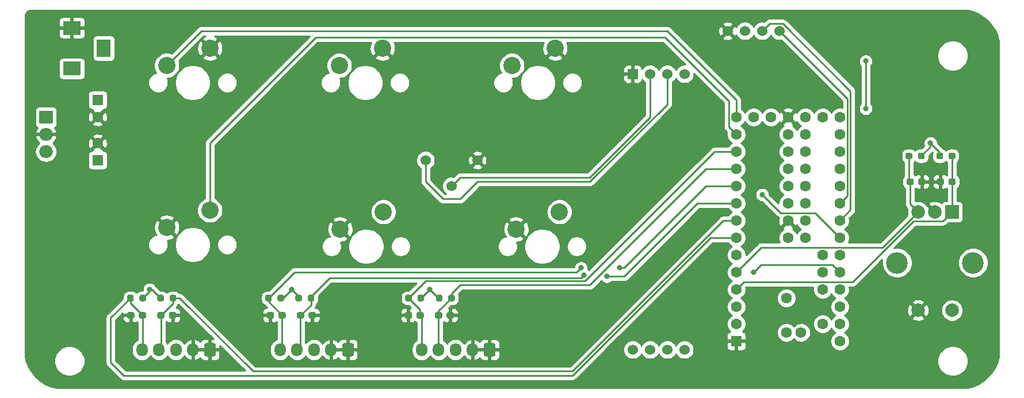
<source format=gbr>
%TF.GenerationSoftware,KiCad,Pcbnew,(5.1.9-0-10_14)*%
%TF.CreationDate,2021-02-22T19:48:58+01:00*%
%TF.ProjectId,DMXBox PCB,444d5842-6f78-4205-9043-422e6b696361,0.1*%
%TF.SameCoordinates,Original*%
%TF.FileFunction,Copper,L2,Bot*%
%TF.FilePolarity,Positive*%
%FSLAX46Y46*%
G04 Gerber Fmt 4.6, Leading zero omitted, Abs format (unit mm)*
G04 Created by KiCad (PCBNEW (5.1.9-0-10_14)) date 2021-02-22 19:48:58*
%MOMM*%
%LPD*%
G01*
G04 APERTURE LIST*
%TA.AperFunction,ComponentPad*%
%ADD10C,1.600000*%
%TD*%
%TA.AperFunction,ComponentPad*%
%ADD11R,1.600000X1.600000*%
%TD*%
%TA.AperFunction,ComponentPad*%
%ADD12R,2.000000X2.600000*%
%TD*%
%TA.AperFunction,ComponentPad*%
%ADD13R,2.600000X2.000000*%
%TD*%
%TA.AperFunction,ComponentPad*%
%ADD14C,1.524000*%
%TD*%
%TA.AperFunction,ComponentPad*%
%ADD15R,1.524000X1.524000*%
%TD*%
%TA.AperFunction,ComponentPad*%
%ADD16O,1.700000X1.950000*%
%TD*%
%TA.AperFunction,ComponentPad*%
%ADD17C,2.540000*%
%TD*%
%TA.AperFunction,ComponentPad*%
%ADD18C,2.000000*%
%TD*%
%TA.AperFunction,ComponentPad*%
%ADD19C,3.200000*%
%TD*%
%TA.AperFunction,ComponentPad*%
%ADD20R,2.000000X2.000000*%
%TD*%
%TA.AperFunction,ComponentPad*%
%ADD21R,2.000000X1.905000*%
%TD*%
%TA.AperFunction,ComponentPad*%
%ADD22O,2.000000X1.905000*%
%TD*%
%TA.AperFunction,ViaPad*%
%ADD23C,0.800000*%
%TD*%
%TA.AperFunction,Conductor*%
%ADD24C,0.250000*%
%TD*%
%TA.AperFunction,Conductor*%
%ADD25C,0.254000*%
%TD*%
%TA.AperFunction,Conductor*%
%ADD26C,0.100000*%
%TD*%
G04 APERTURE END LIST*
D10*
%TO.P,U1,54*%
%TO.N,Net-(U1-Pad54)*%
X181610000Y-107950000D03*
%TO.P,U1,53*%
%TO.N,GND*%
X181610000Y-105410000D03*
%TO.P,U1,40*%
%TO.N,Net-(U1-Pad40)*%
X181380000Y-116840000D03*
%TO.P,U1,52*%
%TO.N,Net-(U1-Pad52)*%
X181610000Y-102870000D03*
%TO.P,U1,41*%
%TO.N,Net-(U1-Pad41)*%
X184150000Y-107950000D03*
%TO.P,U1,42*%
%TO.N,Net-(U1-Pad42)*%
X184150000Y-105410000D03*
%TO.P,U1,51*%
%TO.N,Net-(U1-Pad51)*%
X181610000Y-100330000D03*
%TO.P,U1,43*%
%TO.N,Net-(U1-Pad43)*%
X184150000Y-102870000D03*
%TO.P,U1,50*%
%TO.N,Net-(U1-Pad50)*%
X181610000Y-97790000D03*
%TO.P,U1,49*%
%TO.N,Net-(U1-Pad49)*%
X181610000Y-95250000D03*
%TO.P,U1,44*%
%TO.N,Net-(U1-Pad44)*%
X184150000Y-100330000D03*
%TO.P,U1,45*%
%TO.N,Net-(U1-Pad45)*%
X184150000Y-97790000D03*
%TO.P,U1,48*%
%TO.N,Net-(U1-Pad48)*%
X181610000Y-92710000D03*
%TO.P,U1,47*%
%TO.N,Net-(U1-Pad47)*%
X184150000Y-92710000D03*
%TO.P,U1,46*%
%TO.N,Net-(U1-Pad46)*%
X184150000Y-95250000D03*
%TO.P,U1,39*%
%TO.N,Net-(U1-Pad39)*%
X183510000Y-121920000D03*
%TO.P,U1,38*%
%TO.N,Net-(U1-Pad38)*%
X181380000Y-121920000D03*
D11*
%TO.P,U1,1*%
%TO.N,GND*%
X173990000Y-123190000D03*
D10*
%TO.P,U1,2*%
%TO.N,Net-(U1-Pad2)*%
X173990000Y-120650000D03*
%TO.P,U1,3*%
%TO.N,Net-(U1-Pad3)*%
X173990000Y-118110000D03*
%TO.P,U1,4*%
%TO.N,ENC-4A*%
X173990000Y-115570000D03*
%TO.P,U1,5*%
%TO.N,ENC-4B*%
X173990000Y-113030000D03*
%TO.P,U1,6*%
%TO.N,ENC-4Btn*%
X173990000Y-110490000D03*
%TO.P,U1,7*%
%TO.N,ENC-1A*%
X173990000Y-107950000D03*
%TO.P,U1,8*%
%TO.N,ENC-1B*%
X173990000Y-105410000D03*
%TO.P,U1,9*%
%TO.N,ENC-2B*%
X173990000Y-102870000D03*
%TO.P,U1,10*%
%TO.N,ENC-2A*%
X173990000Y-100330000D03*
%TO.P,U1,11*%
%TO.N,ENC-3B*%
X173990000Y-97790000D03*
%TO.P,U1,12*%
%TO.N,ENC-3A*%
X173990000Y-95250000D03*
%TO.P,U1,13*%
%TO.N,Btn_1_Min*%
X173990000Y-92710000D03*
%TO.P,U1,37*%
%TO.N,Net-(U1-Pad37)*%
X186690000Y-110490000D03*
%TO.P,U1,36*%
%TO.N,Net-(U1-Pad36)*%
X186690000Y-113030000D03*
%TO.P,U1,35*%
%TO.N,Net-(U1-Pad35)*%
X186690000Y-115570000D03*
%TO.P,U1,34*%
%TO.N,Net-(U1-Pad34)*%
X186690000Y-120650000D03*
%TO.P,U1,33*%
%TO.N,+5V*%
X189230000Y-123190000D03*
%TO.P,U1,32*%
%TO.N,Net-(U1-Pad32)*%
X189230000Y-120650000D03*
%TO.P,U1,31*%
%TO.N,Net-(U1-Pad31)*%
X189230000Y-118110000D03*
%TO.P,U1,30*%
%TO.N,Btn_3_Max*%
X189230000Y-115570000D03*
%TO.P,U1,29*%
%TO.N,Btn_3_Min*%
X189230000Y-113030000D03*
%TO.P,U1,28*%
%TO.N,Btn_2_Max*%
X189230000Y-110490000D03*
%TO.P,U1,27*%
%TO.N,Btn_2_Min*%
X189230000Y-107950000D03*
%TO.P,U1,26*%
%TO.N,SCL*%
X189230000Y-105410000D03*
%TO.P,U1,25*%
%TO.N,SDA*%
X189230000Y-102870000D03*
%TO.P,U1,24*%
%TO.N,Pin17*%
X189230000Y-100330000D03*
%TO.P,U1,23*%
%TO.N,Net-(U1-Pad23)*%
X189230000Y-97790000D03*
%TO.P,U1,22*%
%TO.N,Net-(U1-Pad22)*%
X189230000Y-95250000D03*
%TO.P,U1,21*%
%TO.N,Net-(U1-Pad21)*%
X189230000Y-92710000D03*
%TO.P,U1,14*%
%TO.N,Btn_1_Max*%
X173990000Y-90170000D03*
%TO.P,U1,15*%
%TO.N,Net-(U1-Pad15)*%
X176530000Y-90170000D03*
%TO.P,U1,16*%
%TO.N,Net-(U1-Pad16)*%
X179070000Y-90170000D03*
%TO.P,U1,20*%
%TO.N,Net-(U1-Pad20)*%
X189230000Y-90170000D03*
%TO.P,U1,19*%
%TO.N,Net-(U1-Pad19)*%
X186690000Y-90170000D03*
%TO.P,U1,18*%
%TO.N,Net-(U1-Pad18)*%
X184150000Y-90170000D03*
%TO.P,U1,17*%
%TO.N,GND*%
X181610000Y-90170000D03*
%TD*%
D12*
%TO.P,6-24V1,3*%
%TO.N,Net-(6-24V1-Pad3)*%
X80900000Y-80010000D03*
D13*
%TO.P,6-24V1,1*%
%TO.N,Net-(6-24V1-Pad1)*%
X76200000Y-83010000D03*
%TO.P,6-24V1,2*%
%TO.N,GND*%
X76200000Y-77010000D03*
%TD*%
D14*
%TO.P,A1,8*%
%TO.N,Net-(A1-Pad8)*%
X166370000Y-124460000D03*
%TO.P,A1,7*%
%TO.N,+5V*%
X163830000Y-124460000D03*
%TO.P,A1,6*%
X161290000Y-124460000D03*
%TO.P,A1,5*%
%TO.N,Pin17*%
X158750000Y-124460000D03*
D15*
%TO.P,A1,4*%
%TO.N,GND*%
X158750000Y-83820000D03*
D14*
%TO.P,A1,3*%
%TO.N,Net-(A1-Pad3)*%
X161290000Y-83820000D03*
%TO.P,A1,2*%
%TO.N,Net-(A1-Pad2)*%
X163830000Y-83820000D03*
%TO.P,A1,1*%
%TO.N,+5V*%
X166370000Y-83820000D03*
%TD*%
%TO.P,A2,1*%
%TO.N,GND*%
X172720000Y-77470000D03*
%TO.P,A2,2*%
%TO.N,+5V*%
X175260000Y-77470000D03*
%TO.P,A2,3*%
%TO.N,SCL*%
X177800000Y-77470000D03*
%TO.P,A2,4*%
%TO.N,SDA*%
X180340000Y-77470000D03*
%TD*%
%TO.P,C1,2*%
%TO.N,ENC-4A*%
%TA.AperFunction,SMDPad,CuDef*%
G36*
G01*
X205202500Y-99932500D02*
X205202500Y-99457500D01*
G75*
G02*
X205440000Y-99220000I237500J0D01*
G01*
X206040000Y-99220000D01*
G75*
G02*
X206277500Y-99457500I0J-237500D01*
G01*
X206277500Y-99932500D01*
G75*
G02*
X206040000Y-100170000I-237500J0D01*
G01*
X205440000Y-100170000D01*
G75*
G02*
X205202500Y-99932500I0J237500D01*
G01*
G37*
%TD.AperFunction*%
%TO.P,C1,1*%
%TO.N,GND*%
%TA.AperFunction,SMDPad,CuDef*%
G36*
G01*
X203477500Y-99932500D02*
X203477500Y-99457500D01*
G75*
G02*
X203715000Y-99220000I237500J0D01*
G01*
X204315000Y-99220000D01*
G75*
G02*
X204552500Y-99457500I0J-237500D01*
G01*
X204552500Y-99932500D01*
G75*
G02*
X204315000Y-100170000I-237500J0D01*
G01*
X203715000Y-100170000D01*
G75*
G02*
X203477500Y-99932500I0J237500D01*
G01*
G37*
%TD.AperFunction*%
%TD*%
%TO.P,C2,1*%
%TO.N,ENC-4B*%
%TA.AperFunction,SMDPad,CuDef*%
G36*
G01*
X199032500Y-99932500D02*
X199032500Y-99457500D01*
G75*
G02*
X199270000Y-99220000I237500J0D01*
G01*
X199870000Y-99220000D01*
G75*
G02*
X200107500Y-99457500I0J-237500D01*
G01*
X200107500Y-99932500D01*
G75*
G02*
X199870000Y-100170000I-237500J0D01*
G01*
X199270000Y-100170000D01*
G75*
G02*
X199032500Y-99932500I0J237500D01*
G01*
G37*
%TD.AperFunction*%
%TO.P,C2,2*%
%TO.N,GND*%
%TA.AperFunction,SMDPad,CuDef*%
G36*
G01*
X200757500Y-99932500D02*
X200757500Y-99457500D01*
G75*
G02*
X200995000Y-99220000I237500J0D01*
G01*
X201595000Y-99220000D01*
G75*
G02*
X201832500Y-99457500I0J-237500D01*
G01*
X201832500Y-99932500D01*
G75*
G02*
X201595000Y-100170000I-237500J0D01*
G01*
X200995000Y-100170000D01*
G75*
G02*
X200757500Y-99932500I0J237500D01*
G01*
G37*
%TD.AperFunction*%
%TD*%
D11*
%TO.P,C3,1*%
%TO.N,Net-(6-24V1-Pad1)*%
X80010000Y-87630000D03*
D10*
%TO.P,C3,2*%
%TO.N,GND*%
X80010000Y-90130000D03*
%TD*%
%TO.P,C4,2*%
%TO.N,GND*%
X80010000Y-94020000D03*
D11*
%TO.P,C4,1*%
%TO.N,+5V*%
X80010000Y-96520000D03*
%TD*%
%TO.P,C5,2*%
%TO.N,ENC-1A*%
%TA.AperFunction,SMDPad,CuDef*%
G36*
G01*
X86050000Y-119617500D02*
X86050000Y-119142500D01*
G75*
G02*
X86287500Y-118905000I237500J0D01*
G01*
X86887500Y-118905000D01*
G75*
G02*
X87125000Y-119142500I0J-237500D01*
G01*
X87125000Y-119617500D01*
G75*
G02*
X86887500Y-119855000I-237500J0D01*
G01*
X86287500Y-119855000D01*
G75*
G02*
X86050000Y-119617500I0J237500D01*
G01*
G37*
%TD.AperFunction*%
%TO.P,C5,1*%
%TO.N,GND*%
%TA.AperFunction,SMDPad,CuDef*%
G36*
G01*
X84325000Y-119617500D02*
X84325000Y-119142500D01*
G75*
G02*
X84562500Y-118905000I237500J0D01*
G01*
X85162500Y-118905000D01*
G75*
G02*
X85400000Y-119142500I0J-237500D01*
G01*
X85400000Y-119617500D01*
G75*
G02*
X85162500Y-119855000I-237500J0D01*
G01*
X84562500Y-119855000D01*
G75*
G02*
X84325000Y-119617500I0J237500D01*
G01*
G37*
%TD.AperFunction*%
%TD*%
%TO.P,C6,2*%
%TO.N,ENC-2A*%
%TA.AperFunction,SMDPad,CuDef*%
G36*
G01*
X106597500Y-119617500D02*
X106597500Y-119142500D01*
G75*
G02*
X106835000Y-118905000I237500J0D01*
G01*
X107435000Y-118905000D01*
G75*
G02*
X107672500Y-119142500I0J-237500D01*
G01*
X107672500Y-119617500D01*
G75*
G02*
X107435000Y-119855000I-237500J0D01*
G01*
X106835000Y-119855000D01*
G75*
G02*
X106597500Y-119617500I0J237500D01*
G01*
G37*
%TD.AperFunction*%
%TO.P,C6,1*%
%TO.N,GND*%
%TA.AperFunction,SMDPad,CuDef*%
G36*
G01*
X104872500Y-119617500D02*
X104872500Y-119142500D01*
G75*
G02*
X105110000Y-118905000I237500J0D01*
G01*
X105710000Y-118905000D01*
G75*
G02*
X105947500Y-119142500I0J-237500D01*
G01*
X105947500Y-119617500D01*
G75*
G02*
X105710000Y-119855000I-237500J0D01*
G01*
X105110000Y-119855000D01*
G75*
G02*
X104872500Y-119617500I0J237500D01*
G01*
G37*
%TD.AperFunction*%
%TD*%
%TO.P,C7,2*%
%TO.N,ENC-3A*%
%TA.AperFunction,SMDPad,CuDef*%
G36*
G01*
X126917500Y-119617500D02*
X126917500Y-119142500D01*
G75*
G02*
X127155000Y-118905000I237500J0D01*
G01*
X127755000Y-118905000D01*
G75*
G02*
X127992500Y-119142500I0J-237500D01*
G01*
X127992500Y-119617500D01*
G75*
G02*
X127755000Y-119855000I-237500J0D01*
G01*
X127155000Y-119855000D01*
G75*
G02*
X126917500Y-119617500I0J237500D01*
G01*
G37*
%TD.AperFunction*%
%TO.P,C7,1*%
%TO.N,GND*%
%TA.AperFunction,SMDPad,CuDef*%
G36*
G01*
X125192500Y-119617500D02*
X125192500Y-119142500D01*
G75*
G02*
X125430000Y-118905000I237500J0D01*
G01*
X126030000Y-118905000D01*
G75*
G02*
X126267500Y-119142500I0J-237500D01*
G01*
X126267500Y-119617500D01*
G75*
G02*
X126030000Y-119855000I-237500J0D01*
G01*
X125430000Y-119855000D01*
G75*
G02*
X125192500Y-119617500I0J237500D01*
G01*
G37*
%TD.AperFunction*%
%TD*%
%TO.P,C8,1*%
%TO.N,GND*%
%TA.AperFunction,SMDPad,CuDef*%
G36*
G01*
X91570000Y-119142500D02*
X91570000Y-119617500D01*
G75*
G02*
X91332500Y-119855000I-237500J0D01*
G01*
X90732500Y-119855000D01*
G75*
G02*
X90495000Y-119617500I0J237500D01*
G01*
X90495000Y-119142500D01*
G75*
G02*
X90732500Y-118905000I237500J0D01*
G01*
X91332500Y-118905000D01*
G75*
G02*
X91570000Y-119142500I0J-237500D01*
G01*
G37*
%TD.AperFunction*%
%TO.P,C8,2*%
%TO.N,ENC-1B*%
%TA.AperFunction,SMDPad,CuDef*%
G36*
G01*
X89845000Y-119142500D02*
X89845000Y-119617500D01*
G75*
G02*
X89607500Y-119855000I-237500J0D01*
G01*
X89007500Y-119855000D01*
G75*
G02*
X88770000Y-119617500I0J237500D01*
G01*
X88770000Y-119142500D01*
G75*
G02*
X89007500Y-118905000I237500J0D01*
G01*
X89607500Y-118905000D01*
G75*
G02*
X89845000Y-119142500I0J-237500D01*
G01*
G37*
%TD.AperFunction*%
%TD*%
%TO.P,C9,1*%
%TO.N,GND*%
%TA.AperFunction,SMDPad,CuDef*%
G36*
G01*
X112117500Y-119142500D02*
X112117500Y-119617500D01*
G75*
G02*
X111880000Y-119855000I-237500J0D01*
G01*
X111280000Y-119855000D01*
G75*
G02*
X111042500Y-119617500I0J237500D01*
G01*
X111042500Y-119142500D01*
G75*
G02*
X111280000Y-118905000I237500J0D01*
G01*
X111880000Y-118905000D01*
G75*
G02*
X112117500Y-119142500I0J-237500D01*
G01*
G37*
%TD.AperFunction*%
%TO.P,C9,2*%
%TO.N,ENC-2B*%
%TA.AperFunction,SMDPad,CuDef*%
G36*
G01*
X110392500Y-119142500D02*
X110392500Y-119617500D01*
G75*
G02*
X110155000Y-119855000I-237500J0D01*
G01*
X109555000Y-119855000D01*
G75*
G02*
X109317500Y-119617500I0J237500D01*
G01*
X109317500Y-119142500D01*
G75*
G02*
X109555000Y-118905000I237500J0D01*
G01*
X110155000Y-118905000D01*
G75*
G02*
X110392500Y-119142500I0J-237500D01*
G01*
G37*
%TD.AperFunction*%
%TD*%
%TO.P,C10,1*%
%TO.N,GND*%
%TA.AperFunction,SMDPad,CuDef*%
G36*
G01*
X132437500Y-119142500D02*
X132437500Y-119617500D01*
G75*
G02*
X132200000Y-119855000I-237500J0D01*
G01*
X131600000Y-119855000D01*
G75*
G02*
X131362500Y-119617500I0J237500D01*
G01*
X131362500Y-119142500D01*
G75*
G02*
X131600000Y-118905000I237500J0D01*
G01*
X132200000Y-118905000D01*
G75*
G02*
X132437500Y-119142500I0J-237500D01*
G01*
G37*
%TD.AperFunction*%
%TO.P,C10,2*%
%TO.N,ENC-3B*%
%TA.AperFunction,SMDPad,CuDef*%
G36*
G01*
X130712500Y-119142500D02*
X130712500Y-119617500D01*
G75*
G02*
X130475000Y-119855000I-237500J0D01*
G01*
X129875000Y-119855000D01*
G75*
G02*
X129637500Y-119617500I0J237500D01*
G01*
X129637500Y-119142500D01*
G75*
G02*
X129875000Y-118905000I237500J0D01*
G01*
X130475000Y-118905000D01*
G75*
G02*
X130712500Y-119142500I0J-237500D01*
G01*
G37*
%TD.AperFunction*%
%TD*%
%TO.P,J1,1*%
%TO.N,GND*%
%TA.AperFunction,ComponentPad*%
G36*
G01*
X117690000Y-123735000D02*
X117690000Y-125185000D01*
G75*
G02*
X117440000Y-125435000I-250000J0D01*
G01*
X116240000Y-125435000D01*
G75*
G02*
X115990000Y-125185000I0J250000D01*
G01*
X115990000Y-123735000D01*
G75*
G02*
X116240000Y-123485000I250000J0D01*
G01*
X117440000Y-123485000D01*
G75*
G02*
X117690000Y-123735000I0J-250000D01*
G01*
G37*
%TD.AperFunction*%
D16*
%TO.P,J1,2*%
X114340000Y-124460000D03*
%TO.P,J1,3*%
%TO.N,+5V*%
X111840000Y-124460000D03*
%TO.P,J1,4*%
%TO.N,ENC-2B*%
X109340000Y-124460000D03*
%TO.P,J1,5*%
%TO.N,ENC-2A*%
X106840000Y-124460000D03*
%TD*%
D14*
%TO.P,J2,2*%
%TO.N,Net-(A1-Pad2)*%
X128270000Y-96520000D03*
%TO.P,J2,1*%
%TO.N,GND*%
X135890000Y-96520000D03*
%TO.P,J2,3*%
%TO.N,Net-(A1-Pad3)*%
X132080000Y-100330000D03*
%TD*%
%TO.P,J3,1*%
%TO.N,GND*%
%TA.AperFunction,ComponentPad*%
G36*
G01*
X97370000Y-123735000D02*
X97370000Y-125185000D01*
G75*
G02*
X97120000Y-125435000I-250000J0D01*
G01*
X95920000Y-125435000D01*
G75*
G02*
X95670000Y-125185000I0J250000D01*
G01*
X95670000Y-123735000D01*
G75*
G02*
X95920000Y-123485000I250000J0D01*
G01*
X97120000Y-123485000D01*
G75*
G02*
X97370000Y-123735000I0J-250000D01*
G01*
G37*
%TD.AperFunction*%
D16*
%TO.P,J3,2*%
X94020000Y-124460000D03*
%TO.P,J3,3*%
%TO.N,+5V*%
X91520000Y-124460000D03*
%TO.P,J3,4*%
%TO.N,ENC-1B*%
X89020000Y-124460000D03*
%TO.P,J3,5*%
%TO.N,ENC-1A*%
X86520000Y-124460000D03*
%TD*%
%TO.P,J4,5*%
%TO.N,ENC-3A*%
X127675000Y-124460000D03*
%TO.P,J4,4*%
%TO.N,ENC-3B*%
X130175000Y-124460000D03*
%TO.P,J4,3*%
%TO.N,+5V*%
X132675000Y-124460000D03*
%TO.P,J4,2*%
%TO.N,GND*%
X135175000Y-124460000D03*
%TO.P,J4,1*%
%TA.AperFunction,ComponentPad*%
G36*
G01*
X138525000Y-123735000D02*
X138525000Y-125185000D01*
G75*
G02*
X138275000Y-125435000I-250000J0D01*
G01*
X137075000Y-125435000D01*
G75*
G02*
X136825000Y-125185000I0J250000D01*
G01*
X136825000Y-123735000D01*
G75*
G02*
X137075000Y-123485000I250000J0D01*
G01*
X138275000Y-123485000D01*
G75*
G02*
X138525000Y-123735000I0J-250000D01*
G01*
G37*
%TD.AperFunction*%
%TD*%
%TO.P,R1,2*%
%TO.N,ENC-4A*%
%TA.AperFunction,SMDPad,CuDef*%
G36*
G01*
X205252500Y-96122500D02*
X205252500Y-95647500D01*
G75*
G02*
X205490000Y-95410000I237500J0D01*
G01*
X205990000Y-95410000D01*
G75*
G02*
X206227500Y-95647500I0J-237500D01*
G01*
X206227500Y-96122500D01*
G75*
G02*
X205990000Y-96360000I-237500J0D01*
G01*
X205490000Y-96360000D01*
G75*
G02*
X205252500Y-96122500I0J237500D01*
G01*
G37*
%TD.AperFunction*%
%TO.P,R1,1*%
%TO.N,+5V*%
%TA.AperFunction,SMDPad,CuDef*%
G36*
G01*
X203427500Y-96122500D02*
X203427500Y-95647500D01*
G75*
G02*
X203665000Y-95410000I237500J0D01*
G01*
X204165000Y-95410000D01*
G75*
G02*
X204402500Y-95647500I0J-237500D01*
G01*
X204402500Y-96122500D01*
G75*
G02*
X204165000Y-96360000I-237500J0D01*
G01*
X203665000Y-96360000D01*
G75*
G02*
X203427500Y-96122500I0J237500D01*
G01*
G37*
%TD.AperFunction*%
%TD*%
%TO.P,R2,1*%
%TO.N,ENC-4B*%
%TA.AperFunction,SMDPad,CuDef*%
G36*
G01*
X198902500Y-96122500D02*
X198902500Y-95647500D01*
G75*
G02*
X199140000Y-95410000I237500J0D01*
G01*
X199640000Y-95410000D01*
G75*
G02*
X199877500Y-95647500I0J-237500D01*
G01*
X199877500Y-96122500D01*
G75*
G02*
X199640000Y-96360000I-237500J0D01*
G01*
X199140000Y-96360000D01*
G75*
G02*
X198902500Y-96122500I0J237500D01*
G01*
G37*
%TD.AperFunction*%
%TO.P,R2,2*%
%TO.N,+5V*%
%TA.AperFunction,SMDPad,CuDef*%
G36*
G01*
X200727500Y-96122500D02*
X200727500Y-95647500D01*
G75*
G02*
X200965000Y-95410000I237500J0D01*
G01*
X201465000Y-95410000D01*
G75*
G02*
X201702500Y-95647500I0J-237500D01*
G01*
X201702500Y-96122500D01*
G75*
G02*
X201465000Y-96360000I-237500J0D01*
G01*
X200965000Y-96360000D01*
G75*
G02*
X200727500Y-96122500I0J237500D01*
G01*
G37*
%TD.AperFunction*%
%TD*%
%TO.P,R3,2*%
%TO.N,ENC-1A*%
%TA.AperFunction,SMDPad,CuDef*%
G36*
G01*
X85300000Y-116602500D02*
X85300000Y-117077500D01*
G75*
G02*
X85062500Y-117315000I-237500J0D01*
G01*
X84562500Y-117315000D01*
G75*
G02*
X84325000Y-117077500I0J237500D01*
G01*
X84325000Y-116602500D01*
G75*
G02*
X84562500Y-116365000I237500J0D01*
G01*
X85062500Y-116365000D01*
G75*
G02*
X85300000Y-116602500I0J-237500D01*
G01*
G37*
%TD.AperFunction*%
%TO.P,R3,1*%
%TO.N,+5V*%
%TA.AperFunction,SMDPad,CuDef*%
G36*
G01*
X87125000Y-116602500D02*
X87125000Y-117077500D01*
G75*
G02*
X86887500Y-117315000I-237500J0D01*
G01*
X86387500Y-117315000D01*
G75*
G02*
X86150000Y-117077500I0J237500D01*
G01*
X86150000Y-116602500D01*
G75*
G02*
X86387500Y-116365000I237500J0D01*
G01*
X86887500Y-116365000D01*
G75*
G02*
X87125000Y-116602500I0J-237500D01*
G01*
G37*
%TD.AperFunction*%
%TD*%
%TO.P,R4,1*%
%TO.N,ENC-1B*%
%TA.AperFunction,SMDPad,CuDef*%
G36*
G01*
X91570000Y-116602500D02*
X91570000Y-117077500D01*
G75*
G02*
X91332500Y-117315000I-237500J0D01*
G01*
X90832500Y-117315000D01*
G75*
G02*
X90595000Y-117077500I0J237500D01*
G01*
X90595000Y-116602500D01*
G75*
G02*
X90832500Y-116365000I237500J0D01*
G01*
X91332500Y-116365000D01*
G75*
G02*
X91570000Y-116602500I0J-237500D01*
G01*
G37*
%TD.AperFunction*%
%TO.P,R4,2*%
%TO.N,+5V*%
%TA.AperFunction,SMDPad,CuDef*%
G36*
G01*
X89745000Y-116602500D02*
X89745000Y-117077500D01*
G75*
G02*
X89507500Y-117315000I-237500J0D01*
G01*
X89007500Y-117315000D01*
G75*
G02*
X88770000Y-117077500I0J237500D01*
G01*
X88770000Y-116602500D01*
G75*
G02*
X89007500Y-116365000I237500J0D01*
G01*
X89507500Y-116365000D01*
G75*
G02*
X89745000Y-116602500I0J-237500D01*
G01*
G37*
%TD.AperFunction*%
%TD*%
%TO.P,R5,2*%
%TO.N,ENC-2A*%
%TA.AperFunction,SMDPad,CuDef*%
G36*
G01*
X105620000Y-116602500D02*
X105620000Y-117077500D01*
G75*
G02*
X105382500Y-117315000I-237500J0D01*
G01*
X104882500Y-117315000D01*
G75*
G02*
X104645000Y-117077500I0J237500D01*
G01*
X104645000Y-116602500D01*
G75*
G02*
X104882500Y-116365000I237500J0D01*
G01*
X105382500Y-116365000D01*
G75*
G02*
X105620000Y-116602500I0J-237500D01*
G01*
G37*
%TD.AperFunction*%
%TO.P,R5,1*%
%TO.N,+5V*%
%TA.AperFunction,SMDPad,CuDef*%
G36*
G01*
X107445000Y-116602500D02*
X107445000Y-117077500D01*
G75*
G02*
X107207500Y-117315000I-237500J0D01*
G01*
X106707500Y-117315000D01*
G75*
G02*
X106470000Y-117077500I0J237500D01*
G01*
X106470000Y-116602500D01*
G75*
G02*
X106707500Y-116365000I237500J0D01*
G01*
X107207500Y-116365000D01*
G75*
G02*
X107445000Y-116602500I0J-237500D01*
G01*
G37*
%TD.AperFunction*%
%TD*%
%TO.P,R6,1*%
%TO.N,ENC-2B*%
%TA.AperFunction,SMDPad,CuDef*%
G36*
G01*
X111890000Y-116602500D02*
X111890000Y-117077500D01*
G75*
G02*
X111652500Y-117315000I-237500J0D01*
G01*
X111152500Y-117315000D01*
G75*
G02*
X110915000Y-117077500I0J237500D01*
G01*
X110915000Y-116602500D01*
G75*
G02*
X111152500Y-116365000I237500J0D01*
G01*
X111652500Y-116365000D01*
G75*
G02*
X111890000Y-116602500I0J-237500D01*
G01*
G37*
%TD.AperFunction*%
%TO.P,R6,2*%
%TO.N,+5V*%
%TA.AperFunction,SMDPad,CuDef*%
G36*
G01*
X110065000Y-116602500D02*
X110065000Y-117077500D01*
G75*
G02*
X109827500Y-117315000I-237500J0D01*
G01*
X109327500Y-117315000D01*
G75*
G02*
X109090000Y-117077500I0J237500D01*
G01*
X109090000Y-116602500D01*
G75*
G02*
X109327500Y-116365000I237500J0D01*
G01*
X109827500Y-116365000D01*
G75*
G02*
X110065000Y-116602500I0J-237500D01*
G01*
G37*
%TD.AperFunction*%
%TD*%
%TO.P,R7,2*%
%TO.N,ENC-3A*%
%TA.AperFunction,SMDPad,CuDef*%
G36*
G01*
X126217500Y-116602500D02*
X126217500Y-117077500D01*
G75*
G02*
X125980000Y-117315000I-237500J0D01*
G01*
X125480000Y-117315000D01*
G75*
G02*
X125242500Y-117077500I0J237500D01*
G01*
X125242500Y-116602500D01*
G75*
G02*
X125480000Y-116365000I237500J0D01*
G01*
X125980000Y-116365000D01*
G75*
G02*
X126217500Y-116602500I0J-237500D01*
G01*
G37*
%TD.AperFunction*%
%TO.P,R7,1*%
%TO.N,+5V*%
%TA.AperFunction,SMDPad,CuDef*%
G36*
G01*
X128042500Y-116602500D02*
X128042500Y-117077500D01*
G75*
G02*
X127805000Y-117315000I-237500J0D01*
G01*
X127305000Y-117315000D01*
G75*
G02*
X127067500Y-117077500I0J237500D01*
G01*
X127067500Y-116602500D01*
G75*
G02*
X127305000Y-116365000I237500J0D01*
G01*
X127805000Y-116365000D01*
G75*
G02*
X128042500Y-116602500I0J-237500D01*
G01*
G37*
%TD.AperFunction*%
%TD*%
%TO.P,R8,1*%
%TO.N,ENC-3B*%
%TA.AperFunction,SMDPad,CuDef*%
G36*
G01*
X132567500Y-116602500D02*
X132567500Y-117077500D01*
G75*
G02*
X132330000Y-117315000I-237500J0D01*
G01*
X131830000Y-117315000D01*
G75*
G02*
X131592500Y-117077500I0J237500D01*
G01*
X131592500Y-116602500D01*
G75*
G02*
X131830000Y-116365000I237500J0D01*
G01*
X132330000Y-116365000D01*
G75*
G02*
X132567500Y-116602500I0J-237500D01*
G01*
G37*
%TD.AperFunction*%
%TO.P,R8,2*%
%TO.N,+5V*%
%TA.AperFunction,SMDPad,CuDef*%
G36*
G01*
X130742500Y-116602500D02*
X130742500Y-117077500D01*
G75*
G02*
X130505000Y-117315000I-237500J0D01*
G01*
X130005000Y-117315000D01*
G75*
G02*
X129767500Y-117077500I0J237500D01*
G01*
X129767500Y-116602500D01*
G75*
G02*
X130005000Y-116365000I237500J0D01*
G01*
X130505000Y-116365000D01*
G75*
G02*
X130742500Y-116602500I0J-237500D01*
G01*
G37*
%TD.AperFunction*%
%TD*%
D17*
%TO.P,SW1,2*%
%TO.N,GND*%
X96520000Y-80010000D03*
%TO.P,SW1,1*%
%TO.N,Btn_1_Max*%
X90170000Y-82550000D03*
%TD*%
D18*
%TO.P,SW2,S1*%
%TO.N,GND*%
X200740000Y-118640000D03*
%TO.P,SW2,S2*%
%TO.N,ENC-4Btn*%
X205740000Y-118640000D03*
D19*
%TO.P,SW2,MP*%
%TO.N,N/C*%
X197640000Y-111640000D03*
X208840000Y-111640000D03*
D18*
%TO.P,SW2,B*%
%TO.N,ENC-4B*%
X200740000Y-104140000D03*
%TO.P,SW2,C*%
%TO.N,GND*%
X203240000Y-104140000D03*
D20*
%TO.P,SW2,A*%
%TO.N,ENC-4A*%
X205740000Y-104140000D03*
%TD*%
D17*
%TO.P,SW3,1*%
%TO.N,GND*%
X115697000Y-106680000D03*
%TO.P,SW3,2*%
%TO.N,Btn_2_Min*%
X122047000Y-104140000D03*
%TD*%
%TO.P,SW4,1*%
%TO.N,GND*%
X90170000Y-106426000D03*
%TO.P,SW4,2*%
%TO.N,Btn_1_Min*%
X96520000Y-103886000D03*
%TD*%
%TO.P,SW5,2*%
%TO.N,GND*%
X147320000Y-80010000D03*
%TO.P,SW5,1*%
%TO.N,Btn_3_Max*%
X140970000Y-82550000D03*
%TD*%
%TO.P,SW6,1*%
%TO.N,Btn_2_Max*%
X115570000Y-82550000D03*
%TO.P,SW6,2*%
%TO.N,GND*%
X121920000Y-80010000D03*
%TD*%
%TO.P,SW7,2*%
%TO.N,Btn_3_Min*%
X147955000Y-104140000D03*
%TO.P,SW7,1*%
%TO.N,GND*%
X141605000Y-106680000D03*
%TD*%
D21*
%TO.P,U2,1*%
%TO.N,Net-(6-24V1-Pad1)*%
X72390000Y-90170000D03*
D22*
%TO.P,U2,2*%
%TO.N,GND*%
X72390000Y-92710000D03*
%TO.P,U2,3*%
%TO.N,+5V*%
X72390000Y-95250000D03*
%TD*%
D23*
%TO.N,+5V*%
X202565000Y-93980000D03*
X128905000Y-115570000D03*
X108585000Y-115570000D03*
X87630000Y-115570000D03*
%TO.N,GND*%
X97663000Y-120269000D03*
X95504000Y-121793000D03*
X201168000Y-101600000D03*
X197866000Y-101600000D03*
%TO.N,ENC-2A*%
X151130000Y-112395000D03*
X156845000Y-112395000D03*
%TO.N,Btn_2_Min*%
X177800000Y-101600000D03*
%TO.N,Btn_2_Max*%
X193040000Y-81915000D03*
X193040000Y-88900000D03*
%TO.N,Btn_3_Min*%
X176530000Y-113030000D03*
%TO.N,ENC-2B*%
X151569847Y-113469847D03*
X154940000Y-113665000D03*
%TD*%
D24*
%TO.N,+5V*%
X86587500Y-116890000D02*
X86637500Y-116840000D01*
X87987500Y-115570000D02*
X89257500Y-116840000D01*
X87630000Y-115570000D02*
X87987500Y-115570000D01*
X87630000Y-115847500D02*
X86637500Y-116840000D01*
X87630000Y-115570000D02*
X87630000Y-115847500D01*
X109577500Y-116562500D02*
X108585000Y-115570000D01*
X109577500Y-116840000D02*
X109577500Y-116562500D01*
X107315000Y-116840000D02*
X108585000Y-115570000D01*
X106957500Y-116840000D02*
X107315000Y-116840000D01*
X127635000Y-116840000D02*
X128905000Y-115570000D01*
X127555000Y-116840000D02*
X127635000Y-116840000D01*
X130175000Y-116840000D02*
X128905000Y-115570000D01*
X130255000Y-116840000D02*
X130175000Y-116840000D01*
X203915000Y-95330000D02*
X202565000Y-93980000D01*
X203915000Y-95885000D02*
X203915000Y-95330000D01*
X202565000Y-94535000D02*
X201215000Y-95885000D01*
X202565000Y-93980000D02*
X202565000Y-94535000D01*
%TO.N,Net-(A1-Pad3)*%
X161290000Y-83820000D02*
X161290000Y-90170000D01*
X161290000Y-90170000D02*
X152400000Y-99060000D01*
X133350000Y-99060000D02*
X132080000Y-100330000D01*
X152400000Y-99060000D02*
X133350000Y-99060000D01*
%TO.N,Net-(A1-Pad2)*%
X163830000Y-88266410D02*
X163830000Y-83820000D01*
X152401410Y-99695000D02*
X163830000Y-88266410D01*
X135890000Y-99695000D02*
X152401410Y-99695000D01*
X130810000Y-102235000D02*
X133350000Y-102235000D01*
X128270000Y-99695000D02*
X130810000Y-102235000D01*
X133350000Y-102235000D02*
X135890000Y-99695000D01*
X128270000Y-96520000D02*
X128270000Y-99695000D01*
%TO.N,SCL*%
X190805010Y-103834990D02*
X189230000Y-105410000D01*
X190805010Y-86326248D02*
X190805010Y-103834990D01*
X178887001Y-76382999D02*
X180861761Y-76382999D01*
X180861761Y-76382999D02*
X190805010Y-86326248D01*
X177800000Y-77470000D02*
X178887001Y-76382999D01*
%TO.N,SDA*%
X190355001Y-87485001D02*
X180340000Y-77470000D01*
X190355001Y-101744999D02*
X190355001Y-87485001D01*
X189230000Y-102870000D02*
X190355001Y-101744999D01*
%TO.N,ENC-4A*%
X205740000Y-104140000D02*
X205740000Y-99695000D01*
X205740000Y-95885000D02*
X205740000Y-99695000D01*
X175115001Y-114444999D02*
X173990000Y-115570000D01*
X191124001Y-114444999D02*
X175115001Y-114444999D01*
X200103999Y-105465001D02*
X191124001Y-114444999D01*
X204414999Y-105465001D02*
X200103999Y-105465001D01*
X205740000Y-104140000D02*
X204414999Y-105465001D01*
%TO.N,ENC-4B*%
X199390000Y-99515000D02*
X199570000Y-99695000D01*
X199390000Y-95885000D02*
X199390000Y-99515000D01*
X199570000Y-102970000D02*
X200740000Y-104140000D01*
X199570000Y-99695000D02*
X199570000Y-102970000D01*
X177655001Y-109364999D02*
X173990000Y-113030000D01*
X195515001Y-109364999D02*
X177655001Y-109364999D01*
X200740000Y-104140000D02*
X195515001Y-109364999D01*
%TO.N,ENC-1A*%
X86587500Y-124392500D02*
X86520000Y-124460000D01*
X86587500Y-119380000D02*
X86587500Y-124392500D01*
X84812500Y-117605000D02*
X86587500Y-119380000D01*
X84812500Y-116840000D02*
X84812500Y-117605000D01*
X84812500Y-116840000D02*
X81915000Y-119737500D01*
X81915000Y-119737500D02*
X81915000Y-126365000D01*
X81915000Y-126365000D02*
X83820000Y-128270000D01*
X83820000Y-128270000D02*
X149860000Y-128270000D01*
X170180000Y-107950000D02*
X173990000Y-107950000D01*
X149860000Y-128270000D02*
X170180000Y-107950000D01*
%TO.N,ENC-2A*%
X105132500Y-117377500D02*
X107135000Y-119380000D01*
X105132500Y-116840000D02*
X105132500Y-117377500D01*
X107135000Y-124165000D02*
X106840000Y-124460000D01*
X107135000Y-119380000D02*
X107135000Y-124165000D01*
X105132500Y-116840000D02*
X105132500Y-116482500D01*
X105132500Y-116840000D02*
X108942500Y-113030000D01*
X150495000Y-113030000D02*
X151130000Y-112395000D01*
X108942500Y-113030000D02*
X150495000Y-113030000D01*
X156845000Y-112395000D02*
X157480000Y-112395000D01*
X169545000Y-100330000D02*
X173990000Y-100330000D01*
X157480000Y-112395000D02*
X169545000Y-100330000D01*
%TO.N,ENC-3A*%
X127675000Y-119600000D02*
X127455000Y-119380000D01*
X127675000Y-124460000D02*
X127675000Y-119600000D01*
X127455000Y-118565000D02*
X125730000Y-116840000D01*
X127455000Y-119380000D02*
X127455000Y-118565000D01*
X128270000Y-114300000D02*
X125730000Y-116840000D01*
X151765000Y-114300000D02*
X128270000Y-114300000D01*
X170815000Y-95250000D02*
X151765000Y-114300000D01*
X173990000Y-95250000D02*
X170815000Y-95250000D01*
%TO.N,Btn_1_Max*%
X173990000Y-90170000D02*
X173990000Y-87630000D01*
X173990000Y-87630000D02*
X163830000Y-77470000D01*
X95250000Y-77470000D02*
X90170000Y-82550000D01*
X163830000Y-77470000D02*
X95250000Y-77470000D01*
%TO.N,Btn_2_Min*%
X180484999Y-104284999D02*
X177800000Y-101600000D01*
X185564999Y-104284999D02*
X180484999Y-104284999D01*
X189230000Y-107950000D02*
X185564999Y-104284999D01*
%TO.N,Btn_1_Min*%
X172864999Y-91584999D02*
X172864999Y-87774999D01*
X173990000Y-92710000D02*
X172864999Y-91584999D01*
X163504999Y-78414999D02*
X112085001Y-78414999D01*
X172864999Y-87774999D02*
X163504999Y-78414999D01*
X96520000Y-93980000D02*
X96520000Y-103886000D01*
X112085001Y-78414999D02*
X96520000Y-93980000D01*
%TO.N,Btn_2_Max*%
X193040000Y-81915000D02*
X193040000Y-88900000D01*
%TO.N,Btn_3_Min*%
X188104999Y-111904999D02*
X189230000Y-113030000D01*
X177655001Y-111904999D02*
X188104999Y-111904999D01*
X176530000Y-113030000D02*
X177655001Y-111904999D01*
%TO.N,ENC-1B*%
X89257500Y-119330000D02*
X89307500Y-119380000D01*
X89307500Y-124172500D02*
X89020000Y-124460000D01*
X89307500Y-119380000D02*
X89307500Y-124172500D01*
X91082500Y-117605000D02*
X89307500Y-119380000D01*
X91082500Y-116840000D02*
X91082500Y-117605000D01*
X91082500Y-116840000D02*
X90805000Y-116840000D01*
X91082500Y-116840000D02*
X92075000Y-116840000D01*
X92075000Y-116840000D02*
X102870000Y-127635000D01*
X172083590Y-105410000D02*
X173990000Y-105410000D01*
X149858590Y-127635000D02*
X172083590Y-105410000D01*
X102870000Y-127635000D02*
X149858590Y-127635000D01*
%TO.N,ENC-2B*%
X109855000Y-123945000D02*
X109340000Y-124460000D01*
X109855000Y-119380000D02*
X109855000Y-123945000D01*
X111402500Y-117832500D02*
X109855000Y-119380000D01*
X111402500Y-116840000D02*
X111402500Y-117832500D01*
X111402500Y-116840000D02*
X111402500Y-116562500D01*
X151189704Y-113849990D02*
X151569847Y-113469847D01*
X114115010Y-113849990D02*
X151189704Y-113849990D01*
X111402500Y-116562500D02*
X114115010Y-113849990D01*
X154940000Y-113665000D02*
X157480000Y-113665000D01*
X157480000Y-113665000D02*
X168275000Y-102870000D01*
X168275000Y-102870000D02*
X173990000Y-102870000D01*
%TO.N,ENC-3B*%
X130175000Y-119380000D02*
X130175000Y-124460000D01*
X130175000Y-118745000D02*
X132080000Y-116840000D01*
X130175000Y-119380000D02*
X130175000Y-118745000D01*
X132080000Y-116840000D02*
X132080000Y-116205000D01*
X132080000Y-116205000D02*
X133350000Y-114935000D01*
X133350000Y-114935000D02*
X152400000Y-114935000D01*
X169545000Y-97790000D02*
X173990000Y-97790000D01*
X152400000Y-114935000D02*
X169545000Y-97790000D01*
%TD*%
D25*
%TO.N,GND*%
X208767678Y-74600430D02*
X209592275Y-74941989D01*
X210353299Y-75408345D01*
X211031994Y-75988006D01*
X211611655Y-76666701D01*
X212078009Y-77427720D01*
X212419570Y-78252322D01*
X212598000Y-78995536D01*
X212598000Y-125474464D01*
X212419570Y-126217678D01*
X212078009Y-127042280D01*
X211611655Y-127803299D01*
X211031994Y-128481994D01*
X210353299Y-129061655D01*
X209592275Y-129528011D01*
X208767678Y-129869570D01*
X208024466Y-130048000D01*
X73915536Y-130048000D01*
X73172322Y-129869570D01*
X72347720Y-129528009D01*
X71586701Y-129061655D01*
X70908006Y-128481994D01*
X70328345Y-127803299D01*
X69861989Y-127042275D01*
X69520430Y-126217678D01*
X69443327Y-125896521D01*
X73580979Y-125896521D01*
X73580979Y-126343479D01*
X73668176Y-126781849D01*
X73839220Y-127194785D01*
X74087536Y-127566417D01*
X74403583Y-127882464D01*
X74775215Y-128130780D01*
X75188151Y-128301824D01*
X75626521Y-128389021D01*
X76073479Y-128389021D01*
X76511849Y-128301824D01*
X76924785Y-128130780D01*
X77296417Y-127882464D01*
X77612464Y-127566417D01*
X77860780Y-127194785D01*
X78031824Y-126781849D01*
X78119021Y-126343479D01*
X78119021Y-125896521D01*
X78031824Y-125458151D01*
X77860780Y-125045215D01*
X77612464Y-124673583D01*
X77296417Y-124357536D01*
X76924785Y-124109220D01*
X76511849Y-123938176D01*
X76073479Y-123850979D01*
X75626521Y-123850979D01*
X75188151Y-123938176D01*
X74775215Y-124109220D01*
X74403583Y-124357536D01*
X74087536Y-124673583D01*
X73839220Y-125045215D01*
X73668176Y-125458151D01*
X73580979Y-125896521D01*
X69443327Y-125896521D01*
X69342000Y-125474466D01*
X69342000Y-119737500D01*
X81151324Y-119737500D01*
X81155000Y-119774823D01*
X81155001Y-126327668D01*
X81151324Y-126365000D01*
X81165998Y-126513985D01*
X81209454Y-126657246D01*
X81280026Y-126789276D01*
X81350379Y-126875000D01*
X81375000Y-126905001D01*
X81403998Y-126928799D01*
X83256201Y-128781003D01*
X83279999Y-128810001D01*
X83395724Y-128904974D01*
X83527753Y-128975546D01*
X83671014Y-129019003D01*
X83782667Y-129030000D01*
X83782677Y-129030000D01*
X83820000Y-129033676D01*
X83857323Y-129030000D01*
X149822678Y-129030000D01*
X149860000Y-129033676D01*
X149897322Y-129030000D01*
X149897333Y-129030000D01*
X150008986Y-129019003D01*
X150152247Y-128975546D01*
X150284276Y-128904974D01*
X150400001Y-128810001D01*
X150423804Y-128780997D01*
X153308280Y-125896521D01*
X203580979Y-125896521D01*
X203580979Y-126343479D01*
X203668176Y-126781849D01*
X203839220Y-127194785D01*
X204087536Y-127566417D01*
X204403583Y-127882464D01*
X204775215Y-128130780D01*
X205188151Y-128301824D01*
X205626521Y-128389021D01*
X206073479Y-128389021D01*
X206511849Y-128301824D01*
X206924785Y-128130780D01*
X207296417Y-127882464D01*
X207612464Y-127566417D01*
X207860780Y-127194785D01*
X208031824Y-126781849D01*
X208119021Y-126343479D01*
X208119021Y-125896521D01*
X208031824Y-125458151D01*
X207860780Y-125045215D01*
X207612464Y-124673583D01*
X207296417Y-124357536D01*
X206924785Y-124109220D01*
X206511849Y-123938176D01*
X206073479Y-123850979D01*
X205626521Y-123850979D01*
X205188151Y-123938176D01*
X204775215Y-124109220D01*
X204403583Y-124357536D01*
X204087536Y-124673583D01*
X203839220Y-125045215D01*
X203668176Y-125458151D01*
X203580979Y-125896521D01*
X153308280Y-125896521D01*
X154882393Y-124322408D01*
X157353000Y-124322408D01*
X157353000Y-124597592D01*
X157406686Y-124867490D01*
X157511995Y-125121727D01*
X157664880Y-125350535D01*
X157859465Y-125545120D01*
X158088273Y-125698005D01*
X158342510Y-125803314D01*
X158612408Y-125857000D01*
X158887592Y-125857000D01*
X159157490Y-125803314D01*
X159411727Y-125698005D01*
X159640535Y-125545120D01*
X159835120Y-125350535D01*
X159988005Y-125121727D01*
X160020000Y-125044485D01*
X160051995Y-125121727D01*
X160204880Y-125350535D01*
X160399465Y-125545120D01*
X160628273Y-125698005D01*
X160882510Y-125803314D01*
X161152408Y-125857000D01*
X161427592Y-125857000D01*
X161697490Y-125803314D01*
X161951727Y-125698005D01*
X162180535Y-125545120D01*
X162375120Y-125350535D01*
X162528005Y-125121727D01*
X162560000Y-125044485D01*
X162591995Y-125121727D01*
X162744880Y-125350535D01*
X162939465Y-125545120D01*
X163168273Y-125698005D01*
X163422510Y-125803314D01*
X163692408Y-125857000D01*
X163967592Y-125857000D01*
X164237490Y-125803314D01*
X164491727Y-125698005D01*
X164720535Y-125545120D01*
X164915120Y-125350535D01*
X165068005Y-125121727D01*
X165100000Y-125044485D01*
X165131995Y-125121727D01*
X165284880Y-125350535D01*
X165479465Y-125545120D01*
X165708273Y-125698005D01*
X165962510Y-125803314D01*
X166232408Y-125857000D01*
X166507592Y-125857000D01*
X166777490Y-125803314D01*
X167031727Y-125698005D01*
X167260535Y-125545120D01*
X167455120Y-125350535D01*
X167608005Y-125121727D01*
X167713314Y-124867490D01*
X167767000Y-124597592D01*
X167767000Y-124322408D01*
X167713314Y-124052510D01*
X167687422Y-123990000D01*
X172551928Y-123990000D01*
X172564188Y-124114482D01*
X172600498Y-124234180D01*
X172659463Y-124344494D01*
X172738815Y-124441185D01*
X172835506Y-124520537D01*
X172945820Y-124579502D01*
X173065518Y-124615812D01*
X173190000Y-124628072D01*
X173704250Y-124625000D01*
X173863000Y-124466250D01*
X173863000Y-123317000D01*
X174117000Y-123317000D01*
X174117000Y-124466250D01*
X174275750Y-124625000D01*
X174790000Y-124628072D01*
X174914482Y-124615812D01*
X175034180Y-124579502D01*
X175144494Y-124520537D01*
X175241185Y-124441185D01*
X175320537Y-124344494D01*
X175379502Y-124234180D01*
X175415812Y-124114482D01*
X175428072Y-123990000D01*
X175425000Y-123475750D01*
X175266250Y-123317000D01*
X174117000Y-123317000D01*
X173863000Y-123317000D01*
X172713750Y-123317000D01*
X172555000Y-123475750D01*
X172551928Y-123990000D01*
X167687422Y-123990000D01*
X167608005Y-123798273D01*
X167455120Y-123569465D01*
X167260535Y-123374880D01*
X167031727Y-123221995D01*
X166777490Y-123116686D01*
X166507592Y-123063000D01*
X166232408Y-123063000D01*
X165962510Y-123116686D01*
X165708273Y-123221995D01*
X165479465Y-123374880D01*
X165284880Y-123569465D01*
X165131995Y-123798273D01*
X165100000Y-123875515D01*
X165068005Y-123798273D01*
X164915120Y-123569465D01*
X164720535Y-123374880D01*
X164491727Y-123221995D01*
X164237490Y-123116686D01*
X163967592Y-123063000D01*
X163692408Y-123063000D01*
X163422510Y-123116686D01*
X163168273Y-123221995D01*
X162939465Y-123374880D01*
X162744880Y-123569465D01*
X162591995Y-123798273D01*
X162560000Y-123875515D01*
X162528005Y-123798273D01*
X162375120Y-123569465D01*
X162180535Y-123374880D01*
X161951727Y-123221995D01*
X161697490Y-123116686D01*
X161427592Y-123063000D01*
X161152408Y-123063000D01*
X160882510Y-123116686D01*
X160628273Y-123221995D01*
X160399465Y-123374880D01*
X160204880Y-123569465D01*
X160051995Y-123798273D01*
X160020000Y-123875515D01*
X159988005Y-123798273D01*
X159835120Y-123569465D01*
X159640535Y-123374880D01*
X159411727Y-123221995D01*
X159157490Y-123116686D01*
X158887592Y-123063000D01*
X158612408Y-123063000D01*
X158342510Y-123116686D01*
X158088273Y-123221995D01*
X157859465Y-123374880D01*
X157664880Y-123569465D01*
X157511995Y-123798273D01*
X157406686Y-124052510D01*
X157353000Y-124322408D01*
X154882393Y-124322408D01*
X170494802Y-108710000D01*
X172771957Y-108710000D01*
X172875363Y-108864759D01*
X173075241Y-109064637D01*
X173307759Y-109220000D01*
X173075241Y-109375363D01*
X172875363Y-109575241D01*
X172718320Y-109810273D01*
X172610147Y-110071426D01*
X172555000Y-110348665D01*
X172555000Y-110631335D01*
X172610147Y-110908574D01*
X172718320Y-111169727D01*
X172875363Y-111404759D01*
X173075241Y-111604637D01*
X173307759Y-111760000D01*
X173075241Y-111915363D01*
X172875363Y-112115241D01*
X172718320Y-112350273D01*
X172610147Y-112611426D01*
X172555000Y-112888665D01*
X172555000Y-113171335D01*
X172610147Y-113448574D01*
X172718320Y-113709727D01*
X172875363Y-113944759D01*
X173075241Y-114144637D01*
X173307759Y-114300000D01*
X173075241Y-114455363D01*
X172875363Y-114655241D01*
X172718320Y-114890273D01*
X172610147Y-115151426D01*
X172555000Y-115428665D01*
X172555000Y-115711335D01*
X172610147Y-115988574D01*
X172718320Y-116249727D01*
X172875363Y-116484759D01*
X173075241Y-116684637D01*
X173307759Y-116840000D01*
X173075241Y-116995363D01*
X172875363Y-117195241D01*
X172718320Y-117430273D01*
X172610147Y-117691426D01*
X172555000Y-117968665D01*
X172555000Y-118251335D01*
X172610147Y-118528574D01*
X172718320Y-118789727D01*
X172875363Y-119024759D01*
X173075241Y-119224637D01*
X173307759Y-119380000D01*
X173075241Y-119535363D01*
X172875363Y-119735241D01*
X172718320Y-119970273D01*
X172610147Y-120231426D01*
X172555000Y-120508665D01*
X172555000Y-120791335D01*
X172610147Y-121068574D01*
X172718320Y-121329727D01*
X172875363Y-121564759D01*
X173073961Y-121763357D01*
X173065518Y-121764188D01*
X172945820Y-121800498D01*
X172835506Y-121859463D01*
X172738815Y-121938815D01*
X172659463Y-122035506D01*
X172600498Y-122145820D01*
X172564188Y-122265518D01*
X172551928Y-122390000D01*
X172555000Y-122904250D01*
X172713750Y-123063000D01*
X173863000Y-123063000D01*
X173863000Y-123043000D01*
X174117000Y-123043000D01*
X174117000Y-123063000D01*
X175266250Y-123063000D01*
X175425000Y-122904250D01*
X175428072Y-122390000D01*
X175415812Y-122265518D01*
X175379502Y-122145820D01*
X175320537Y-122035506D01*
X175241185Y-121938815D01*
X175144494Y-121859463D01*
X175034180Y-121800498D01*
X174962207Y-121778665D01*
X179945000Y-121778665D01*
X179945000Y-122061335D01*
X180000147Y-122338574D01*
X180108320Y-122599727D01*
X180265363Y-122834759D01*
X180465241Y-123034637D01*
X180700273Y-123191680D01*
X180961426Y-123299853D01*
X181238665Y-123355000D01*
X181521335Y-123355000D01*
X181798574Y-123299853D01*
X182059727Y-123191680D01*
X182294759Y-123034637D01*
X182445000Y-122884396D01*
X182595241Y-123034637D01*
X182830273Y-123191680D01*
X183091426Y-123299853D01*
X183368665Y-123355000D01*
X183651335Y-123355000D01*
X183928574Y-123299853D01*
X184189727Y-123191680D01*
X184424759Y-123034637D01*
X184624637Y-122834759D01*
X184781680Y-122599727D01*
X184889853Y-122338574D01*
X184945000Y-122061335D01*
X184945000Y-121778665D01*
X184889853Y-121501426D01*
X184781680Y-121240273D01*
X184624637Y-121005241D01*
X184424759Y-120805363D01*
X184189727Y-120648320D01*
X183928574Y-120540147D01*
X183651335Y-120485000D01*
X183368665Y-120485000D01*
X183091426Y-120540147D01*
X182830273Y-120648320D01*
X182595241Y-120805363D01*
X182445000Y-120955604D01*
X182294759Y-120805363D01*
X182059727Y-120648320D01*
X181798574Y-120540147D01*
X181521335Y-120485000D01*
X181238665Y-120485000D01*
X180961426Y-120540147D01*
X180700273Y-120648320D01*
X180465241Y-120805363D01*
X180265363Y-121005241D01*
X180108320Y-121240273D01*
X180000147Y-121501426D01*
X179945000Y-121778665D01*
X174962207Y-121778665D01*
X174914482Y-121764188D01*
X174906039Y-121763357D01*
X175104637Y-121564759D01*
X175261680Y-121329727D01*
X175369853Y-121068574D01*
X175425000Y-120791335D01*
X175425000Y-120508665D01*
X175369853Y-120231426D01*
X175261680Y-119970273D01*
X175104637Y-119735241D01*
X174904759Y-119535363D01*
X174672241Y-119380000D01*
X174904759Y-119224637D01*
X175104637Y-119024759D01*
X175261680Y-118789727D01*
X175369853Y-118528574D01*
X175425000Y-118251335D01*
X175425000Y-117968665D01*
X175369853Y-117691426D01*
X175261680Y-117430273D01*
X175104637Y-117195241D01*
X174904759Y-116995363D01*
X174672241Y-116840000D01*
X174883764Y-116698665D01*
X179945000Y-116698665D01*
X179945000Y-116981335D01*
X180000147Y-117258574D01*
X180108320Y-117519727D01*
X180265363Y-117754759D01*
X180465241Y-117954637D01*
X180700273Y-118111680D01*
X180961426Y-118219853D01*
X181238665Y-118275000D01*
X181521335Y-118275000D01*
X181798574Y-118219853D01*
X182059727Y-118111680D01*
X182294759Y-117954637D01*
X182494637Y-117754759D01*
X182651680Y-117519727D01*
X182759853Y-117258574D01*
X182815000Y-116981335D01*
X182815000Y-116698665D01*
X182759853Y-116421426D01*
X182651680Y-116160273D01*
X182494637Y-115925241D01*
X182294759Y-115725363D01*
X182059727Y-115568320D01*
X181798574Y-115460147D01*
X181521335Y-115405000D01*
X181238665Y-115405000D01*
X180961426Y-115460147D01*
X180700273Y-115568320D01*
X180465241Y-115725363D01*
X180265363Y-115925241D01*
X180108320Y-116160273D01*
X180000147Y-116421426D01*
X179945000Y-116698665D01*
X174883764Y-116698665D01*
X174904759Y-116684637D01*
X175104637Y-116484759D01*
X175261680Y-116249727D01*
X175369853Y-115988574D01*
X175425000Y-115711335D01*
X175425000Y-115428665D01*
X175388688Y-115246114D01*
X175429803Y-115204999D01*
X185299491Y-115204999D01*
X185255000Y-115428665D01*
X185255000Y-115711335D01*
X185310147Y-115988574D01*
X185418320Y-116249727D01*
X185575363Y-116484759D01*
X185775241Y-116684637D01*
X186010273Y-116841680D01*
X186271426Y-116949853D01*
X186548665Y-117005000D01*
X186831335Y-117005000D01*
X187108574Y-116949853D01*
X187369727Y-116841680D01*
X187604759Y-116684637D01*
X187804637Y-116484759D01*
X187960000Y-116252241D01*
X188115363Y-116484759D01*
X188315241Y-116684637D01*
X188547759Y-116840000D01*
X188315241Y-116995363D01*
X188115363Y-117195241D01*
X187958320Y-117430273D01*
X187850147Y-117691426D01*
X187795000Y-117968665D01*
X187795000Y-118251335D01*
X187850147Y-118528574D01*
X187958320Y-118789727D01*
X188115363Y-119024759D01*
X188315241Y-119224637D01*
X188547759Y-119380000D01*
X188315241Y-119535363D01*
X188115363Y-119735241D01*
X187960000Y-119967759D01*
X187804637Y-119735241D01*
X187604759Y-119535363D01*
X187369727Y-119378320D01*
X187108574Y-119270147D01*
X186831335Y-119215000D01*
X186548665Y-119215000D01*
X186271426Y-119270147D01*
X186010273Y-119378320D01*
X185775241Y-119535363D01*
X185575363Y-119735241D01*
X185418320Y-119970273D01*
X185310147Y-120231426D01*
X185255000Y-120508665D01*
X185255000Y-120791335D01*
X185310147Y-121068574D01*
X185418320Y-121329727D01*
X185575363Y-121564759D01*
X185775241Y-121764637D01*
X186010273Y-121921680D01*
X186271426Y-122029853D01*
X186548665Y-122085000D01*
X186831335Y-122085000D01*
X187108574Y-122029853D01*
X187369727Y-121921680D01*
X187604759Y-121764637D01*
X187804637Y-121564759D01*
X187960000Y-121332241D01*
X188115363Y-121564759D01*
X188315241Y-121764637D01*
X188547759Y-121920000D01*
X188315241Y-122075363D01*
X188115363Y-122275241D01*
X187958320Y-122510273D01*
X187850147Y-122771426D01*
X187795000Y-123048665D01*
X187795000Y-123331335D01*
X187850147Y-123608574D01*
X187958320Y-123869727D01*
X188115363Y-124104759D01*
X188315241Y-124304637D01*
X188550273Y-124461680D01*
X188811426Y-124569853D01*
X189088665Y-124625000D01*
X189371335Y-124625000D01*
X189648574Y-124569853D01*
X189909727Y-124461680D01*
X190144759Y-124304637D01*
X190344637Y-124104759D01*
X190501680Y-123869727D01*
X190609853Y-123608574D01*
X190665000Y-123331335D01*
X190665000Y-123048665D01*
X190609853Y-122771426D01*
X190501680Y-122510273D01*
X190344637Y-122275241D01*
X190144759Y-122075363D01*
X189912241Y-121920000D01*
X190144759Y-121764637D01*
X190344637Y-121564759D01*
X190501680Y-121329727D01*
X190609853Y-121068574D01*
X190665000Y-120791335D01*
X190665000Y-120508665D01*
X190609853Y-120231426D01*
X190501680Y-119970273D01*
X190371480Y-119775413D01*
X199784192Y-119775413D01*
X199879956Y-120039814D01*
X200169571Y-120180704D01*
X200481108Y-120262384D01*
X200802595Y-120281718D01*
X201121675Y-120237961D01*
X201426088Y-120132795D01*
X201600044Y-120039814D01*
X201695808Y-119775413D01*
X200740000Y-118819605D01*
X199784192Y-119775413D01*
X190371480Y-119775413D01*
X190344637Y-119735241D01*
X190144759Y-119535363D01*
X189912241Y-119380000D01*
X190144759Y-119224637D01*
X190344637Y-119024759D01*
X190501680Y-118789727D01*
X190537771Y-118702595D01*
X199098282Y-118702595D01*
X199142039Y-119021675D01*
X199247205Y-119326088D01*
X199340186Y-119500044D01*
X199604587Y-119595808D01*
X200560395Y-118640000D01*
X200919605Y-118640000D01*
X201875413Y-119595808D01*
X202139814Y-119500044D01*
X202280704Y-119210429D01*
X202362384Y-118898892D01*
X202381718Y-118577405D01*
X202368219Y-118478967D01*
X204105000Y-118478967D01*
X204105000Y-118801033D01*
X204167832Y-119116912D01*
X204291082Y-119414463D01*
X204470013Y-119682252D01*
X204697748Y-119909987D01*
X204965537Y-120088918D01*
X205263088Y-120212168D01*
X205578967Y-120275000D01*
X205901033Y-120275000D01*
X206216912Y-120212168D01*
X206514463Y-120088918D01*
X206782252Y-119909987D01*
X207009987Y-119682252D01*
X207188918Y-119414463D01*
X207312168Y-119116912D01*
X207375000Y-118801033D01*
X207375000Y-118478967D01*
X207312168Y-118163088D01*
X207188918Y-117865537D01*
X207009987Y-117597748D01*
X206782252Y-117370013D01*
X206514463Y-117191082D01*
X206216912Y-117067832D01*
X205901033Y-117005000D01*
X205578967Y-117005000D01*
X205263088Y-117067832D01*
X204965537Y-117191082D01*
X204697748Y-117370013D01*
X204470013Y-117597748D01*
X204291082Y-117865537D01*
X204167832Y-118163088D01*
X204105000Y-118478967D01*
X202368219Y-118478967D01*
X202337961Y-118258325D01*
X202232795Y-117953912D01*
X202139814Y-117779956D01*
X201875413Y-117684192D01*
X200919605Y-118640000D01*
X200560395Y-118640000D01*
X199604587Y-117684192D01*
X199340186Y-117779956D01*
X199199296Y-118069571D01*
X199117616Y-118381108D01*
X199098282Y-118702595D01*
X190537771Y-118702595D01*
X190609853Y-118528574D01*
X190665000Y-118251335D01*
X190665000Y-117968665D01*
X190609853Y-117691426D01*
X190532462Y-117504587D01*
X199784192Y-117504587D01*
X200740000Y-118460395D01*
X201695808Y-117504587D01*
X201600044Y-117240186D01*
X201310429Y-117099296D01*
X200998892Y-117017616D01*
X200677405Y-116998282D01*
X200358325Y-117042039D01*
X200053912Y-117147205D01*
X199879956Y-117240186D01*
X199784192Y-117504587D01*
X190532462Y-117504587D01*
X190501680Y-117430273D01*
X190344637Y-117195241D01*
X190144759Y-116995363D01*
X189912241Y-116840000D01*
X190144759Y-116684637D01*
X190344637Y-116484759D01*
X190501680Y-116249727D01*
X190609853Y-115988574D01*
X190665000Y-115711335D01*
X190665000Y-115428665D01*
X190620509Y-115204999D01*
X191086679Y-115204999D01*
X191124001Y-115208675D01*
X191161323Y-115204999D01*
X191161334Y-115204999D01*
X191272987Y-115194002D01*
X191416248Y-115150545D01*
X191548277Y-115079973D01*
X191664002Y-114985000D01*
X191687805Y-114955996D01*
X195449961Y-111193841D01*
X195405000Y-111419872D01*
X195405000Y-111860128D01*
X195490890Y-112291925D01*
X195659369Y-112698669D01*
X195903962Y-113064729D01*
X196215271Y-113376038D01*
X196581331Y-113620631D01*
X196988075Y-113789110D01*
X197419872Y-113875000D01*
X197860128Y-113875000D01*
X198291925Y-113789110D01*
X198698669Y-113620631D01*
X199064729Y-113376038D01*
X199376038Y-113064729D01*
X199620631Y-112698669D01*
X199789110Y-112291925D01*
X199875000Y-111860128D01*
X199875000Y-111419872D01*
X206605000Y-111419872D01*
X206605000Y-111860128D01*
X206690890Y-112291925D01*
X206859369Y-112698669D01*
X207103962Y-113064729D01*
X207415271Y-113376038D01*
X207781331Y-113620631D01*
X208188075Y-113789110D01*
X208619872Y-113875000D01*
X209060128Y-113875000D01*
X209491925Y-113789110D01*
X209898669Y-113620631D01*
X210264729Y-113376038D01*
X210576038Y-113064729D01*
X210820631Y-112698669D01*
X210989110Y-112291925D01*
X211075000Y-111860128D01*
X211075000Y-111419872D01*
X210989110Y-110988075D01*
X210820631Y-110581331D01*
X210576038Y-110215271D01*
X210264729Y-109903962D01*
X209898669Y-109659369D01*
X209491925Y-109490890D01*
X209060128Y-109405000D01*
X208619872Y-109405000D01*
X208188075Y-109490890D01*
X207781331Y-109659369D01*
X207415271Y-109903962D01*
X207103962Y-110215271D01*
X206859369Y-110581331D01*
X206690890Y-110988075D01*
X206605000Y-111419872D01*
X199875000Y-111419872D01*
X199789110Y-110988075D01*
X199620631Y-110581331D01*
X199376038Y-110215271D01*
X199064729Y-109903962D01*
X198698669Y-109659369D01*
X198291925Y-109490890D01*
X197860128Y-109405000D01*
X197419872Y-109405000D01*
X197193841Y-109449960D01*
X200418801Y-106225001D01*
X204377677Y-106225001D01*
X204414999Y-106228677D01*
X204452321Y-106225001D01*
X204452332Y-106225001D01*
X204563985Y-106214004D01*
X204707246Y-106170547D01*
X204839275Y-106099975D01*
X204955000Y-106005002D01*
X204978802Y-105975999D01*
X205176729Y-105778072D01*
X206740000Y-105778072D01*
X206864482Y-105765812D01*
X206984180Y-105729502D01*
X207094494Y-105670537D01*
X207191185Y-105591185D01*
X207270537Y-105494494D01*
X207329502Y-105384180D01*
X207365812Y-105264482D01*
X207378072Y-105140000D01*
X207378072Y-103140000D01*
X207365812Y-103015518D01*
X207329502Y-102895820D01*
X207270537Y-102785506D01*
X207191185Y-102688815D01*
X207094494Y-102609463D01*
X206984180Y-102550498D01*
X206864482Y-102514188D01*
X206740000Y-102501928D01*
X206500000Y-102501928D01*
X206500000Y-100674645D01*
X206526442Y-100660512D01*
X206659123Y-100551623D01*
X206768012Y-100418942D01*
X206848923Y-100267567D01*
X206898748Y-100103316D01*
X206915572Y-99932500D01*
X206915572Y-99457500D01*
X206898748Y-99286684D01*
X206848923Y-99122433D01*
X206768012Y-98971058D01*
X206659123Y-98838377D01*
X206526442Y-98729488D01*
X206500000Y-98715355D01*
X206500000Y-96831178D01*
X206609123Y-96741623D01*
X206718012Y-96608942D01*
X206798923Y-96457567D01*
X206848748Y-96293316D01*
X206865572Y-96122500D01*
X206865572Y-95647500D01*
X206848748Y-95476684D01*
X206798923Y-95312433D01*
X206718012Y-95161058D01*
X206609123Y-95028377D01*
X206476442Y-94919488D01*
X206325067Y-94838577D01*
X206160816Y-94788752D01*
X205990000Y-94771928D01*
X205490000Y-94771928D01*
X205319184Y-94788752D01*
X205154933Y-94838577D01*
X205003558Y-94919488D01*
X204870877Y-95028377D01*
X204827500Y-95081232D01*
X204784123Y-95028377D01*
X204651442Y-94919488D01*
X204500067Y-94838577D01*
X204493145Y-94836477D01*
X204455001Y-94789999D01*
X204426003Y-94766201D01*
X203600000Y-93940199D01*
X203600000Y-93878061D01*
X203560226Y-93678102D01*
X203482205Y-93489744D01*
X203368937Y-93320226D01*
X203224774Y-93176063D01*
X203055256Y-93062795D01*
X202866898Y-92984774D01*
X202666939Y-92945000D01*
X202463061Y-92945000D01*
X202263102Y-92984774D01*
X202074744Y-93062795D01*
X201905226Y-93176063D01*
X201761063Y-93320226D01*
X201647795Y-93489744D01*
X201569774Y-93678102D01*
X201530000Y-93878061D01*
X201530000Y-94081939D01*
X201569774Y-94281898D01*
X201620599Y-94404599D01*
X201253271Y-94771928D01*
X200965000Y-94771928D01*
X200794184Y-94788752D01*
X200629933Y-94838577D01*
X200478558Y-94919488D01*
X200345877Y-95028377D01*
X200302500Y-95081232D01*
X200259123Y-95028377D01*
X200126442Y-94919488D01*
X199975067Y-94838577D01*
X199810816Y-94788752D01*
X199640000Y-94771928D01*
X199140000Y-94771928D01*
X198969184Y-94788752D01*
X198804933Y-94838577D01*
X198653558Y-94919488D01*
X198520877Y-95028377D01*
X198411988Y-95161058D01*
X198331077Y-95312433D01*
X198281252Y-95476684D01*
X198264428Y-95647500D01*
X198264428Y-96122500D01*
X198281252Y-96293316D01*
X198331077Y-96457567D01*
X198411988Y-96608942D01*
X198520877Y-96741623D01*
X198630000Y-96831179D01*
X198630001Y-98863815D01*
X198541988Y-98971058D01*
X198461077Y-99122433D01*
X198411252Y-99286684D01*
X198394428Y-99457500D01*
X198394428Y-99932500D01*
X198411252Y-100103316D01*
X198461077Y-100267567D01*
X198541988Y-100418942D01*
X198650877Y-100551623D01*
X198783558Y-100660512D01*
X198810000Y-100674646D01*
X198810001Y-102932668D01*
X198806324Y-102970000D01*
X198810001Y-103007333D01*
X198820998Y-103118986D01*
X198834121Y-103162246D01*
X198864454Y-103262246D01*
X198935026Y-103394276D01*
X198983969Y-103453912D01*
X199030000Y-103510001D01*
X199058998Y-103533799D01*
X199173823Y-103648624D01*
X199167832Y-103663088D01*
X199105000Y-103978967D01*
X199105000Y-104301033D01*
X199167832Y-104616912D01*
X199173823Y-104631375D01*
X195200200Y-108604999D01*
X190511923Y-108604999D01*
X190609853Y-108368574D01*
X190665000Y-108091335D01*
X190665000Y-107808665D01*
X190609853Y-107531426D01*
X190501680Y-107270273D01*
X190344637Y-107035241D01*
X190144759Y-106835363D01*
X189912241Y-106680000D01*
X190144759Y-106524637D01*
X190344637Y-106324759D01*
X190501680Y-106089727D01*
X190609853Y-105828574D01*
X190665000Y-105551335D01*
X190665000Y-105268665D01*
X190628688Y-105086114D01*
X191316013Y-104398789D01*
X191345011Y-104374991D01*
X191439984Y-104259266D01*
X191510556Y-104127237D01*
X191554013Y-103983976D01*
X191565010Y-103872323D01*
X191568687Y-103834990D01*
X191565010Y-103797657D01*
X191565010Y-86363581D01*
X191568687Y-86326248D01*
X191554013Y-86177262D01*
X191510556Y-86034001D01*
X191439984Y-85901972D01*
X191368809Y-85815245D01*
X191345011Y-85786247D01*
X191316014Y-85762450D01*
X187366625Y-81813061D01*
X192005000Y-81813061D01*
X192005000Y-82016939D01*
X192044774Y-82216898D01*
X192122795Y-82405256D01*
X192236063Y-82574774D01*
X192280000Y-82618711D01*
X192280001Y-88196288D01*
X192236063Y-88240226D01*
X192122795Y-88409744D01*
X192044774Y-88598102D01*
X192005000Y-88798061D01*
X192005000Y-89001939D01*
X192044774Y-89201898D01*
X192122795Y-89390256D01*
X192236063Y-89559774D01*
X192380226Y-89703937D01*
X192549744Y-89817205D01*
X192738102Y-89895226D01*
X192938061Y-89935000D01*
X193141939Y-89935000D01*
X193341898Y-89895226D01*
X193530256Y-89817205D01*
X193699774Y-89703937D01*
X193843937Y-89559774D01*
X193957205Y-89390256D01*
X194035226Y-89201898D01*
X194075000Y-89001939D01*
X194075000Y-88798061D01*
X194035226Y-88598102D01*
X193957205Y-88409744D01*
X193843937Y-88240226D01*
X193800000Y-88196289D01*
X193800000Y-82618711D01*
X193843937Y-82574774D01*
X193957205Y-82405256D01*
X194035226Y-82216898D01*
X194075000Y-82016939D01*
X194075000Y-81813061D01*
X194035226Y-81613102D01*
X193957205Y-81424744D01*
X193843937Y-81255226D01*
X193699774Y-81111063D01*
X193530256Y-80997795D01*
X193341898Y-80919774D01*
X193224997Y-80896521D01*
X203580979Y-80896521D01*
X203580979Y-81343479D01*
X203668176Y-81781849D01*
X203839220Y-82194785D01*
X204087536Y-82566417D01*
X204403583Y-82882464D01*
X204775215Y-83130780D01*
X205188151Y-83301824D01*
X205626521Y-83389021D01*
X206073479Y-83389021D01*
X206511849Y-83301824D01*
X206924785Y-83130780D01*
X207296417Y-82882464D01*
X207612464Y-82566417D01*
X207860780Y-82194785D01*
X208031824Y-81781849D01*
X208119021Y-81343479D01*
X208119021Y-80896521D01*
X208031824Y-80458151D01*
X207860780Y-80045215D01*
X207612464Y-79673583D01*
X207296417Y-79357536D01*
X206924785Y-79109220D01*
X206511849Y-78938176D01*
X206073479Y-78850979D01*
X205626521Y-78850979D01*
X205188151Y-78938176D01*
X204775215Y-79109220D01*
X204403583Y-79357536D01*
X204087536Y-79673583D01*
X203839220Y-80045215D01*
X203668176Y-80458151D01*
X203580979Y-80896521D01*
X193224997Y-80896521D01*
X193141939Y-80880000D01*
X192938061Y-80880000D01*
X192738102Y-80919774D01*
X192549744Y-80997795D01*
X192380226Y-81111063D01*
X192236063Y-81255226D01*
X192122795Y-81424744D01*
X192044774Y-81613102D01*
X192005000Y-81813061D01*
X187366625Y-81813061D01*
X181425565Y-75872002D01*
X181401762Y-75842998D01*
X181286037Y-75748025D01*
X181154008Y-75677453D01*
X181010747Y-75633996D01*
X180899094Y-75622999D01*
X180899083Y-75622999D01*
X180861761Y-75619323D01*
X180824439Y-75622999D01*
X178924334Y-75622999D01*
X178887001Y-75619322D01*
X178849668Y-75622999D01*
X178738015Y-75633996D01*
X178594754Y-75677453D01*
X178462725Y-75748025D01*
X178347000Y-75842998D01*
X178323202Y-75871996D01*
X178091570Y-76103628D01*
X177937592Y-76073000D01*
X177662408Y-76073000D01*
X177392510Y-76126686D01*
X177138273Y-76231995D01*
X176909465Y-76384880D01*
X176714880Y-76579465D01*
X176561995Y-76808273D01*
X176530000Y-76885515D01*
X176498005Y-76808273D01*
X176345120Y-76579465D01*
X176150535Y-76384880D01*
X175921727Y-76231995D01*
X175667490Y-76126686D01*
X175397592Y-76073000D01*
X175122408Y-76073000D01*
X174852510Y-76126686D01*
X174598273Y-76231995D01*
X174369465Y-76384880D01*
X174174880Y-76579465D01*
X174021995Y-76808273D01*
X173992308Y-76879943D01*
X173987636Y-76866977D01*
X173925656Y-76751020D01*
X173685565Y-76684040D01*
X172899605Y-77470000D01*
X173685565Y-78255960D01*
X173925656Y-78188980D01*
X173989485Y-78053240D01*
X174021995Y-78131727D01*
X174174880Y-78360535D01*
X174369465Y-78555120D01*
X174598273Y-78708005D01*
X174852510Y-78813314D01*
X175122408Y-78867000D01*
X175397592Y-78867000D01*
X175667490Y-78813314D01*
X175921727Y-78708005D01*
X176150535Y-78555120D01*
X176345120Y-78360535D01*
X176498005Y-78131727D01*
X176530000Y-78054485D01*
X176561995Y-78131727D01*
X176714880Y-78360535D01*
X176909465Y-78555120D01*
X177138273Y-78708005D01*
X177392510Y-78813314D01*
X177662408Y-78867000D01*
X177937592Y-78867000D01*
X178207490Y-78813314D01*
X178461727Y-78708005D01*
X178690535Y-78555120D01*
X178885120Y-78360535D01*
X179038005Y-78131727D01*
X179070000Y-78054485D01*
X179101995Y-78131727D01*
X179254880Y-78360535D01*
X179449465Y-78555120D01*
X179678273Y-78708005D01*
X179932510Y-78813314D01*
X180202408Y-78867000D01*
X180477592Y-78867000D01*
X180631571Y-78836372D01*
X189595002Y-87799804D01*
X189595002Y-88779491D01*
X189371335Y-88735000D01*
X189088665Y-88735000D01*
X188811426Y-88790147D01*
X188550273Y-88898320D01*
X188315241Y-89055363D01*
X188115363Y-89255241D01*
X187960000Y-89487759D01*
X187804637Y-89255241D01*
X187604759Y-89055363D01*
X187369727Y-88898320D01*
X187108574Y-88790147D01*
X186831335Y-88735000D01*
X186548665Y-88735000D01*
X186271426Y-88790147D01*
X186010273Y-88898320D01*
X185775241Y-89055363D01*
X185575363Y-89255241D01*
X185420000Y-89487759D01*
X185264637Y-89255241D01*
X185064759Y-89055363D01*
X184829727Y-88898320D01*
X184568574Y-88790147D01*
X184291335Y-88735000D01*
X184008665Y-88735000D01*
X183731426Y-88790147D01*
X183470273Y-88898320D01*
X183235241Y-89055363D01*
X183035363Y-89255241D01*
X182879085Y-89489128D01*
X182846671Y-89428486D01*
X182602702Y-89356903D01*
X181789605Y-90170000D01*
X182602702Y-90983097D01*
X182846671Y-90911514D01*
X182877194Y-90847008D01*
X182878320Y-90849727D01*
X183035363Y-91084759D01*
X183235241Y-91284637D01*
X183467759Y-91440000D01*
X183235241Y-91595363D01*
X183035363Y-91795241D01*
X182880000Y-92027759D01*
X182724637Y-91795241D01*
X182524759Y-91595363D01*
X182290872Y-91439085D01*
X182351514Y-91406671D01*
X182423097Y-91162702D01*
X181610000Y-90349605D01*
X180796903Y-91162702D01*
X180868486Y-91406671D01*
X180932992Y-91437194D01*
X180930273Y-91438320D01*
X180695241Y-91595363D01*
X180495363Y-91795241D01*
X180338320Y-92030273D01*
X180230147Y-92291426D01*
X180175000Y-92568665D01*
X180175000Y-92851335D01*
X180230147Y-93128574D01*
X180338320Y-93389727D01*
X180495363Y-93624759D01*
X180695241Y-93824637D01*
X180927759Y-93980000D01*
X180695241Y-94135363D01*
X180495363Y-94335241D01*
X180338320Y-94570273D01*
X180230147Y-94831426D01*
X180175000Y-95108665D01*
X180175000Y-95391335D01*
X180230147Y-95668574D01*
X180338320Y-95929727D01*
X180495363Y-96164759D01*
X180695241Y-96364637D01*
X180927759Y-96520000D01*
X180695241Y-96675363D01*
X180495363Y-96875241D01*
X180338320Y-97110273D01*
X180230147Y-97371426D01*
X180175000Y-97648665D01*
X180175000Y-97931335D01*
X180230147Y-98208574D01*
X180338320Y-98469727D01*
X180495363Y-98704759D01*
X180695241Y-98904637D01*
X180927759Y-99060000D01*
X180695241Y-99215363D01*
X180495363Y-99415241D01*
X180338320Y-99650273D01*
X180230147Y-99911426D01*
X180175000Y-100188665D01*
X180175000Y-100471335D01*
X180230147Y-100748574D01*
X180338320Y-101009727D01*
X180495363Y-101244759D01*
X180695241Y-101444637D01*
X180927759Y-101600000D01*
X180695241Y-101755363D01*
X180495363Y-101955241D01*
X180338320Y-102190273D01*
X180230147Y-102451426D01*
X180175000Y-102728665D01*
X180175000Y-102900198D01*
X178835000Y-101560199D01*
X178835000Y-101498061D01*
X178795226Y-101298102D01*
X178717205Y-101109744D01*
X178603937Y-100940226D01*
X178459774Y-100796063D01*
X178290256Y-100682795D01*
X178101898Y-100604774D01*
X177901939Y-100565000D01*
X177698061Y-100565000D01*
X177498102Y-100604774D01*
X177309744Y-100682795D01*
X177140226Y-100796063D01*
X176996063Y-100940226D01*
X176882795Y-101109744D01*
X176804774Y-101298102D01*
X176765000Y-101498061D01*
X176765000Y-101701939D01*
X176804774Y-101901898D01*
X176882795Y-102090256D01*
X176996063Y-102259774D01*
X177140226Y-102403937D01*
X177309744Y-102517205D01*
X177498102Y-102595226D01*
X177698061Y-102635000D01*
X177760199Y-102635000D01*
X179921199Y-104796001D01*
X179944998Y-104825000D01*
X179973996Y-104848798D01*
X180060722Y-104919973D01*
X180192752Y-104990545D01*
X180232709Y-105002666D01*
X180183700Y-105198184D01*
X180169783Y-105480512D01*
X180211213Y-105760130D01*
X180306397Y-106026292D01*
X180373329Y-106151514D01*
X180617298Y-106223097D01*
X181430395Y-105410000D01*
X181416253Y-105395858D01*
X181595858Y-105216253D01*
X181610000Y-105230395D01*
X181624143Y-105216253D01*
X181803748Y-105395858D01*
X181789605Y-105410000D01*
X182602702Y-106223097D01*
X182846671Y-106151514D01*
X182877194Y-106087008D01*
X182878320Y-106089727D01*
X183035363Y-106324759D01*
X183235241Y-106524637D01*
X183467759Y-106680000D01*
X183235241Y-106835363D01*
X183035363Y-107035241D01*
X182880000Y-107267759D01*
X182724637Y-107035241D01*
X182524759Y-106835363D01*
X182290872Y-106679085D01*
X182351514Y-106646671D01*
X182423097Y-106402702D01*
X181610000Y-105589605D01*
X180796903Y-106402702D01*
X180868486Y-106646671D01*
X180932992Y-106677194D01*
X180930273Y-106678320D01*
X180695241Y-106835363D01*
X180495363Y-107035241D01*
X180338320Y-107270273D01*
X180230147Y-107531426D01*
X180175000Y-107808665D01*
X180175000Y-108091335D01*
X180230147Y-108368574D01*
X180328077Y-108604999D01*
X177692323Y-108604999D01*
X177655000Y-108601323D01*
X177617677Y-108604999D01*
X177617668Y-108604999D01*
X177506015Y-108615996D01*
X177375634Y-108655546D01*
X177362754Y-108659453D01*
X177230724Y-108730025D01*
X177161493Y-108786842D01*
X177115000Y-108824998D01*
X177091202Y-108853996D01*
X175425000Y-110520198D01*
X175425000Y-110348665D01*
X175369853Y-110071426D01*
X175261680Y-109810273D01*
X175104637Y-109575241D01*
X174904759Y-109375363D01*
X174672241Y-109220000D01*
X174904759Y-109064637D01*
X175104637Y-108864759D01*
X175261680Y-108629727D01*
X175369853Y-108368574D01*
X175425000Y-108091335D01*
X175425000Y-107808665D01*
X175369853Y-107531426D01*
X175261680Y-107270273D01*
X175104637Y-107035241D01*
X174904759Y-106835363D01*
X174672241Y-106680000D01*
X174904759Y-106524637D01*
X175104637Y-106324759D01*
X175261680Y-106089727D01*
X175369853Y-105828574D01*
X175425000Y-105551335D01*
X175425000Y-105268665D01*
X175369853Y-104991426D01*
X175261680Y-104730273D01*
X175104637Y-104495241D01*
X174904759Y-104295363D01*
X174672241Y-104140000D01*
X174904759Y-103984637D01*
X175104637Y-103784759D01*
X175261680Y-103549727D01*
X175369853Y-103288574D01*
X175425000Y-103011335D01*
X175425000Y-102728665D01*
X175369853Y-102451426D01*
X175261680Y-102190273D01*
X175104637Y-101955241D01*
X174904759Y-101755363D01*
X174672241Y-101600000D01*
X174904759Y-101444637D01*
X175104637Y-101244759D01*
X175261680Y-101009727D01*
X175369853Y-100748574D01*
X175425000Y-100471335D01*
X175425000Y-100188665D01*
X175369853Y-99911426D01*
X175261680Y-99650273D01*
X175104637Y-99415241D01*
X174904759Y-99215363D01*
X174672241Y-99060000D01*
X174904759Y-98904637D01*
X175104637Y-98704759D01*
X175261680Y-98469727D01*
X175369853Y-98208574D01*
X175425000Y-97931335D01*
X175425000Y-97648665D01*
X175369853Y-97371426D01*
X175261680Y-97110273D01*
X175104637Y-96875241D01*
X174904759Y-96675363D01*
X174672241Y-96520000D01*
X174904759Y-96364637D01*
X175104637Y-96164759D01*
X175261680Y-95929727D01*
X175369853Y-95668574D01*
X175425000Y-95391335D01*
X175425000Y-95108665D01*
X175369853Y-94831426D01*
X175261680Y-94570273D01*
X175104637Y-94335241D01*
X174904759Y-94135363D01*
X174672241Y-93980000D01*
X174904759Y-93824637D01*
X175104637Y-93624759D01*
X175261680Y-93389727D01*
X175369853Y-93128574D01*
X175425000Y-92851335D01*
X175425000Y-92568665D01*
X175369853Y-92291426D01*
X175261680Y-92030273D01*
X175104637Y-91795241D01*
X174904759Y-91595363D01*
X174672241Y-91440000D01*
X174904759Y-91284637D01*
X175104637Y-91084759D01*
X175260000Y-90852241D01*
X175415363Y-91084759D01*
X175615241Y-91284637D01*
X175850273Y-91441680D01*
X176111426Y-91549853D01*
X176388665Y-91605000D01*
X176671335Y-91605000D01*
X176948574Y-91549853D01*
X177209727Y-91441680D01*
X177444759Y-91284637D01*
X177644637Y-91084759D01*
X177800000Y-90852241D01*
X177955363Y-91084759D01*
X178155241Y-91284637D01*
X178390273Y-91441680D01*
X178651426Y-91549853D01*
X178928665Y-91605000D01*
X179211335Y-91605000D01*
X179488574Y-91549853D01*
X179749727Y-91441680D01*
X179984759Y-91284637D01*
X180184637Y-91084759D01*
X180340915Y-90850872D01*
X180373329Y-90911514D01*
X180617298Y-90983097D01*
X181430395Y-90170000D01*
X180617298Y-89356903D01*
X180373329Y-89428486D01*
X180342806Y-89492992D01*
X180341680Y-89490273D01*
X180184637Y-89255241D01*
X180106694Y-89177298D01*
X180796903Y-89177298D01*
X181610000Y-89990395D01*
X182423097Y-89177298D01*
X182351514Y-88933329D01*
X182096004Y-88812429D01*
X181821816Y-88743700D01*
X181539488Y-88729783D01*
X181259870Y-88771213D01*
X180993708Y-88866397D01*
X180868486Y-88933329D01*
X180796903Y-89177298D01*
X180106694Y-89177298D01*
X179984759Y-89055363D01*
X179749727Y-88898320D01*
X179488574Y-88790147D01*
X179211335Y-88735000D01*
X178928665Y-88735000D01*
X178651426Y-88790147D01*
X178390273Y-88898320D01*
X178155241Y-89055363D01*
X177955363Y-89255241D01*
X177800000Y-89487759D01*
X177644637Y-89255241D01*
X177444759Y-89055363D01*
X177209727Y-88898320D01*
X176948574Y-88790147D01*
X176671335Y-88735000D01*
X176388665Y-88735000D01*
X176111426Y-88790147D01*
X175850273Y-88898320D01*
X175615241Y-89055363D01*
X175415363Y-89255241D01*
X175260000Y-89487759D01*
X175104637Y-89255241D01*
X174904759Y-89055363D01*
X174750000Y-88951957D01*
X174750000Y-87667325D01*
X174753676Y-87630000D01*
X174750000Y-87592675D01*
X174750000Y-87592667D01*
X174739003Y-87481014D01*
X174695546Y-87337753D01*
X174624974Y-87205724D01*
X174530001Y-87089999D01*
X174501003Y-87066201D01*
X165870367Y-78435565D01*
X171934040Y-78435565D01*
X172001020Y-78675656D01*
X172250048Y-78792756D01*
X172517135Y-78859023D01*
X172792017Y-78871910D01*
X173064133Y-78830922D01*
X173323023Y-78737636D01*
X173438980Y-78675656D01*
X173505960Y-78435565D01*
X172720000Y-77649605D01*
X171934040Y-78435565D01*
X165870367Y-78435565D01*
X164976819Y-77542017D01*
X171318090Y-77542017D01*
X171359078Y-77814133D01*
X171452364Y-78073023D01*
X171514344Y-78188980D01*
X171754435Y-78255960D01*
X172540395Y-77470000D01*
X171754435Y-76684040D01*
X171514344Y-76751020D01*
X171397244Y-77000048D01*
X171330977Y-77267135D01*
X171318090Y-77542017D01*
X164976819Y-77542017D01*
X164393804Y-76959003D01*
X164370001Y-76929999D01*
X164254276Y-76835026D01*
X164122247Y-76764454D01*
X163978986Y-76720997D01*
X163867333Y-76710000D01*
X163867322Y-76710000D01*
X163830000Y-76706324D01*
X163792678Y-76710000D01*
X95287323Y-76710000D01*
X95250000Y-76706324D01*
X95212677Y-76710000D01*
X95212667Y-76710000D01*
X95101014Y-76720997D01*
X94957753Y-76764454D01*
X94825723Y-76835026D01*
X94761997Y-76887325D01*
X94709999Y-76929999D01*
X94686201Y-76958997D01*
X90868024Y-80777175D01*
X90725668Y-80718209D01*
X90357626Y-80645000D01*
X89982374Y-80645000D01*
X89614332Y-80718209D01*
X89267644Y-80861811D01*
X88955634Y-81070290D01*
X88690290Y-81335634D01*
X88481811Y-81647644D01*
X88338209Y-81994332D01*
X88265000Y-82362374D01*
X88265000Y-82737626D01*
X88338209Y-83105668D01*
X88481811Y-83452356D01*
X88603741Y-83634837D01*
X88466842Y-83662068D01*
X88196589Y-83774010D01*
X87953368Y-83936525D01*
X87746525Y-84143368D01*
X87584010Y-84386589D01*
X87472068Y-84656842D01*
X87415000Y-84943740D01*
X87415000Y-85236260D01*
X87472068Y-85523158D01*
X87584010Y-85793411D01*
X87746525Y-86036632D01*
X87953368Y-86243475D01*
X88196589Y-86405990D01*
X88466842Y-86517932D01*
X88753740Y-86575000D01*
X89046260Y-86575000D01*
X89333158Y-86517932D01*
X89603411Y-86405990D01*
X89846632Y-86243475D01*
X90053475Y-86036632D01*
X90215990Y-85793411D01*
X90327932Y-85523158D01*
X90385000Y-85236260D01*
X90385000Y-84943740D01*
X90362471Y-84830475D01*
X91345000Y-84830475D01*
X91345000Y-85349525D01*
X91446261Y-85858601D01*
X91644893Y-86338141D01*
X91933262Y-86769715D01*
X92300285Y-87136738D01*
X92731859Y-87425107D01*
X93211399Y-87623739D01*
X93720475Y-87725000D01*
X94239525Y-87725000D01*
X94748601Y-87623739D01*
X95228141Y-87425107D01*
X95659715Y-87136738D01*
X96026738Y-86769715D01*
X96315107Y-86338141D01*
X96513739Y-85858601D01*
X96615000Y-85349525D01*
X96615000Y-84943740D01*
X97575000Y-84943740D01*
X97575000Y-85236260D01*
X97632068Y-85523158D01*
X97744010Y-85793411D01*
X97906525Y-86036632D01*
X98113368Y-86243475D01*
X98356589Y-86405990D01*
X98626842Y-86517932D01*
X98913740Y-86575000D01*
X99206260Y-86575000D01*
X99493158Y-86517932D01*
X99763411Y-86405990D01*
X100006632Y-86243475D01*
X100213475Y-86036632D01*
X100375990Y-85793411D01*
X100487932Y-85523158D01*
X100545000Y-85236260D01*
X100545000Y-84943740D01*
X100487932Y-84656842D01*
X100375990Y-84386589D01*
X100213475Y-84143368D01*
X100006632Y-83936525D01*
X99763411Y-83774010D01*
X99493158Y-83662068D01*
X99206260Y-83605000D01*
X98913740Y-83605000D01*
X98626842Y-83662068D01*
X98356589Y-83774010D01*
X98113368Y-83936525D01*
X97906525Y-84143368D01*
X97744010Y-84386589D01*
X97632068Y-84656842D01*
X97575000Y-84943740D01*
X96615000Y-84943740D01*
X96615000Y-84830475D01*
X96513739Y-84321399D01*
X96315107Y-83841859D01*
X96026738Y-83410285D01*
X95659715Y-83043262D01*
X95228141Y-82754893D01*
X94748601Y-82556261D01*
X94239525Y-82455000D01*
X93720475Y-82455000D01*
X93211399Y-82556261D01*
X92731859Y-82754893D01*
X92300285Y-83043262D01*
X91933262Y-83410285D01*
X91644893Y-83841859D01*
X91446261Y-84321399D01*
X91345000Y-84830475D01*
X90362471Y-84830475D01*
X90327932Y-84656842D01*
X90244327Y-84455000D01*
X90357626Y-84455000D01*
X90725668Y-84381791D01*
X91072356Y-84238189D01*
X91384366Y-84029710D01*
X91649710Y-83764366D01*
X91858189Y-83452356D01*
X92001791Y-83105668D01*
X92075000Y-82737626D01*
X92075000Y-82362374D01*
X92001791Y-81994332D01*
X91942825Y-81851976D01*
X92456949Y-81337852D01*
X95371753Y-81337852D01*
X95500076Y-81629871D01*
X95835695Y-81797723D01*
X96197611Y-81896874D01*
X96571916Y-81923514D01*
X96944227Y-81876618D01*
X97300235Y-81757988D01*
X97539924Y-81629871D01*
X97668247Y-81337852D01*
X96520000Y-80189605D01*
X95371753Y-81337852D01*
X92456949Y-81337852D01*
X93732885Y-80061916D01*
X94606486Y-80061916D01*
X94653382Y-80434227D01*
X94772012Y-80790235D01*
X94900129Y-81029924D01*
X95192148Y-81158247D01*
X96340395Y-80010000D01*
X96699605Y-80010000D01*
X97847852Y-81158247D01*
X98139871Y-81029924D01*
X98307723Y-80694305D01*
X98406874Y-80332389D01*
X98433514Y-79958084D01*
X98386618Y-79585773D01*
X98267988Y-79229765D01*
X98139871Y-78990076D01*
X97847852Y-78861753D01*
X96699605Y-80010000D01*
X96340395Y-80010000D01*
X95192148Y-78861753D01*
X94900129Y-78990076D01*
X94732277Y-79325695D01*
X94633126Y-79687611D01*
X94606486Y-80061916D01*
X93732885Y-80061916D01*
X95564802Y-78230000D01*
X95835833Y-78230000D01*
X95739765Y-78262012D01*
X95500076Y-78390129D01*
X95371753Y-78682148D01*
X96520000Y-79830395D01*
X97668247Y-78682148D01*
X97539924Y-78390129D01*
X97219747Y-78230000D01*
X111195198Y-78230000D01*
X96009003Y-93416196D01*
X95979999Y-93439999D01*
X95939175Y-93489744D01*
X95885026Y-93555724D01*
X95873695Y-93576923D01*
X95814454Y-93687754D01*
X95770997Y-93831015D01*
X95760000Y-93942668D01*
X95760000Y-93942678D01*
X95756324Y-93980000D01*
X95760000Y-94017322D01*
X95760001Y-102138845D01*
X95617644Y-102197811D01*
X95305634Y-102406290D01*
X95040290Y-102671634D01*
X94831811Y-102983644D01*
X94688209Y-103330332D01*
X94615000Y-103698374D01*
X94615000Y-104073626D01*
X94688209Y-104441668D01*
X94831811Y-104788356D01*
X95040290Y-105100366D01*
X95305634Y-105365710D01*
X95617644Y-105574189D01*
X95964332Y-105717791D01*
X96332374Y-105791000D01*
X96707626Y-105791000D01*
X97075668Y-105717791D01*
X97422356Y-105574189D01*
X97734366Y-105365710D01*
X97747928Y-105352148D01*
X114548753Y-105352148D01*
X115697000Y-106500395D01*
X116845247Y-105352148D01*
X116716924Y-105060129D01*
X116381305Y-104892277D01*
X116019389Y-104793126D01*
X115645084Y-104766486D01*
X115272773Y-104813382D01*
X114916765Y-104932012D01*
X114677076Y-105060129D01*
X114548753Y-105352148D01*
X97747928Y-105352148D01*
X97999710Y-105100366D01*
X98208189Y-104788356D01*
X98351791Y-104441668D01*
X98425000Y-104073626D01*
X98425000Y-103952374D01*
X120142000Y-103952374D01*
X120142000Y-104327626D01*
X120215209Y-104695668D01*
X120358811Y-105042356D01*
X120567290Y-105354366D01*
X120832634Y-105619710D01*
X121144644Y-105828189D01*
X121491332Y-105971791D01*
X121859374Y-106045000D01*
X122234626Y-106045000D01*
X122602668Y-105971791D01*
X122949356Y-105828189D01*
X123261366Y-105619710D01*
X123526710Y-105354366D01*
X123528192Y-105352148D01*
X140456753Y-105352148D01*
X141605000Y-106500395D01*
X142753247Y-105352148D01*
X142624924Y-105060129D01*
X142289305Y-104892277D01*
X141927389Y-104793126D01*
X141553084Y-104766486D01*
X141180773Y-104813382D01*
X140824765Y-104932012D01*
X140585076Y-105060129D01*
X140456753Y-105352148D01*
X123528192Y-105352148D01*
X123735189Y-105042356D01*
X123878791Y-104695668D01*
X123952000Y-104327626D01*
X123952000Y-103952374D01*
X146050000Y-103952374D01*
X146050000Y-104327626D01*
X146123209Y-104695668D01*
X146266811Y-105042356D01*
X146475290Y-105354366D01*
X146740634Y-105619710D01*
X147052644Y-105828189D01*
X147399332Y-105971791D01*
X147767374Y-106045000D01*
X148142626Y-106045000D01*
X148510668Y-105971791D01*
X148857356Y-105828189D01*
X149169366Y-105619710D01*
X149434710Y-105354366D01*
X149643189Y-105042356D01*
X149786791Y-104695668D01*
X149860000Y-104327626D01*
X149860000Y-103952374D01*
X149786791Y-103584332D01*
X149643189Y-103237644D01*
X149434710Y-102925634D01*
X149169366Y-102660290D01*
X148857356Y-102451811D01*
X148510668Y-102308209D01*
X148142626Y-102235000D01*
X147767374Y-102235000D01*
X147399332Y-102308209D01*
X147052644Y-102451811D01*
X146740634Y-102660290D01*
X146475290Y-102925634D01*
X146266811Y-103237644D01*
X146123209Y-103584332D01*
X146050000Y-103952374D01*
X123952000Y-103952374D01*
X123878791Y-103584332D01*
X123735189Y-103237644D01*
X123526710Y-102925634D01*
X123261366Y-102660290D01*
X122949356Y-102451811D01*
X122602668Y-102308209D01*
X122234626Y-102235000D01*
X121859374Y-102235000D01*
X121491332Y-102308209D01*
X121144644Y-102451811D01*
X120832634Y-102660290D01*
X120567290Y-102925634D01*
X120358811Y-103237644D01*
X120215209Y-103584332D01*
X120142000Y-103952374D01*
X98425000Y-103952374D01*
X98425000Y-103698374D01*
X98351791Y-103330332D01*
X98208189Y-102983644D01*
X97999710Y-102671634D01*
X97734366Y-102406290D01*
X97422356Y-102197811D01*
X97280000Y-102138846D01*
X97280000Y-94294801D01*
X106631061Y-84943740D01*
X112815000Y-84943740D01*
X112815000Y-85236260D01*
X112872068Y-85523158D01*
X112984010Y-85793411D01*
X113146525Y-86036632D01*
X113353368Y-86243475D01*
X113596589Y-86405990D01*
X113866842Y-86517932D01*
X114153740Y-86575000D01*
X114446260Y-86575000D01*
X114733158Y-86517932D01*
X115003411Y-86405990D01*
X115246632Y-86243475D01*
X115453475Y-86036632D01*
X115615990Y-85793411D01*
X115727932Y-85523158D01*
X115785000Y-85236260D01*
X115785000Y-84943740D01*
X115762471Y-84830475D01*
X116745000Y-84830475D01*
X116745000Y-85349525D01*
X116846261Y-85858601D01*
X117044893Y-86338141D01*
X117333262Y-86769715D01*
X117700285Y-87136738D01*
X118131859Y-87425107D01*
X118611399Y-87623739D01*
X119120475Y-87725000D01*
X119639525Y-87725000D01*
X120148601Y-87623739D01*
X120628141Y-87425107D01*
X121059715Y-87136738D01*
X121426738Y-86769715D01*
X121715107Y-86338141D01*
X121913739Y-85858601D01*
X122015000Y-85349525D01*
X122015000Y-84943740D01*
X122975000Y-84943740D01*
X122975000Y-85236260D01*
X123032068Y-85523158D01*
X123144010Y-85793411D01*
X123306525Y-86036632D01*
X123513368Y-86243475D01*
X123756589Y-86405990D01*
X124026842Y-86517932D01*
X124313740Y-86575000D01*
X124606260Y-86575000D01*
X124893158Y-86517932D01*
X125163411Y-86405990D01*
X125406632Y-86243475D01*
X125613475Y-86036632D01*
X125775990Y-85793411D01*
X125887932Y-85523158D01*
X125945000Y-85236260D01*
X125945000Y-84943740D01*
X138215000Y-84943740D01*
X138215000Y-85236260D01*
X138272068Y-85523158D01*
X138384010Y-85793411D01*
X138546525Y-86036632D01*
X138753368Y-86243475D01*
X138996589Y-86405990D01*
X139266842Y-86517932D01*
X139553740Y-86575000D01*
X139846260Y-86575000D01*
X140133158Y-86517932D01*
X140403411Y-86405990D01*
X140646632Y-86243475D01*
X140853475Y-86036632D01*
X141015990Y-85793411D01*
X141127932Y-85523158D01*
X141185000Y-85236260D01*
X141185000Y-84943740D01*
X141162471Y-84830475D01*
X142145000Y-84830475D01*
X142145000Y-85349525D01*
X142246261Y-85858601D01*
X142444893Y-86338141D01*
X142733262Y-86769715D01*
X143100285Y-87136738D01*
X143531859Y-87425107D01*
X144011399Y-87623739D01*
X144520475Y-87725000D01*
X145039525Y-87725000D01*
X145548601Y-87623739D01*
X146028141Y-87425107D01*
X146459715Y-87136738D01*
X146826738Y-86769715D01*
X147115107Y-86338141D01*
X147313739Y-85858601D01*
X147415000Y-85349525D01*
X147415000Y-84943740D01*
X148375000Y-84943740D01*
X148375000Y-85236260D01*
X148432068Y-85523158D01*
X148544010Y-85793411D01*
X148706525Y-86036632D01*
X148913368Y-86243475D01*
X149156589Y-86405990D01*
X149426842Y-86517932D01*
X149713740Y-86575000D01*
X150006260Y-86575000D01*
X150293158Y-86517932D01*
X150563411Y-86405990D01*
X150806632Y-86243475D01*
X151013475Y-86036632D01*
X151175990Y-85793411D01*
X151287932Y-85523158D01*
X151345000Y-85236260D01*
X151345000Y-84943740D01*
X151287932Y-84656842D01*
X151256932Y-84582000D01*
X157349928Y-84582000D01*
X157362188Y-84706482D01*
X157398498Y-84826180D01*
X157457463Y-84936494D01*
X157536815Y-85033185D01*
X157633506Y-85112537D01*
X157743820Y-85171502D01*
X157863518Y-85207812D01*
X157988000Y-85220072D01*
X158464250Y-85217000D01*
X158623000Y-85058250D01*
X158623000Y-83947000D01*
X157511750Y-83947000D01*
X157353000Y-84105750D01*
X157349928Y-84582000D01*
X151256932Y-84582000D01*
X151175990Y-84386589D01*
X151013475Y-84143368D01*
X150806632Y-83936525D01*
X150563411Y-83774010D01*
X150293158Y-83662068D01*
X150006260Y-83605000D01*
X149713740Y-83605000D01*
X149426842Y-83662068D01*
X149156589Y-83774010D01*
X148913368Y-83936525D01*
X148706525Y-84143368D01*
X148544010Y-84386589D01*
X148432068Y-84656842D01*
X148375000Y-84943740D01*
X147415000Y-84943740D01*
X147415000Y-84830475D01*
X147313739Y-84321399D01*
X147115107Y-83841859D01*
X146826738Y-83410285D01*
X146474453Y-83058000D01*
X157349928Y-83058000D01*
X157353000Y-83534250D01*
X157511750Y-83693000D01*
X158623000Y-83693000D01*
X158623000Y-82581750D01*
X158464250Y-82423000D01*
X157988000Y-82419928D01*
X157863518Y-82432188D01*
X157743820Y-82468498D01*
X157633506Y-82527463D01*
X157536815Y-82606815D01*
X157457463Y-82703506D01*
X157398498Y-82813820D01*
X157362188Y-82933518D01*
X157349928Y-83058000D01*
X146474453Y-83058000D01*
X146459715Y-83043262D01*
X146028141Y-82754893D01*
X145548601Y-82556261D01*
X145039525Y-82455000D01*
X144520475Y-82455000D01*
X144011399Y-82556261D01*
X143531859Y-82754893D01*
X143100285Y-83043262D01*
X142733262Y-83410285D01*
X142444893Y-83841859D01*
X142246261Y-84321399D01*
X142145000Y-84830475D01*
X141162471Y-84830475D01*
X141127932Y-84656842D01*
X141044327Y-84455000D01*
X141157626Y-84455000D01*
X141525668Y-84381791D01*
X141872356Y-84238189D01*
X142184366Y-84029710D01*
X142449710Y-83764366D01*
X142658189Y-83452356D01*
X142801791Y-83105668D01*
X142875000Y-82737626D01*
X142875000Y-82362374D01*
X142801791Y-81994332D01*
X142658189Y-81647644D01*
X142451193Y-81337852D01*
X146171753Y-81337852D01*
X146300076Y-81629871D01*
X146635695Y-81797723D01*
X146997611Y-81896874D01*
X147371916Y-81923514D01*
X147744227Y-81876618D01*
X148100235Y-81757988D01*
X148339924Y-81629871D01*
X148468247Y-81337852D01*
X147320000Y-80189605D01*
X146171753Y-81337852D01*
X142451193Y-81337852D01*
X142449710Y-81335634D01*
X142184366Y-81070290D01*
X141872356Y-80861811D01*
X141525668Y-80718209D01*
X141157626Y-80645000D01*
X140782374Y-80645000D01*
X140414332Y-80718209D01*
X140067644Y-80861811D01*
X139755634Y-81070290D01*
X139490290Y-81335634D01*
X139281811Y-81647644D01*
X139138209Y-81994332D01*
X139065000Y-82362374D01*
X139065000Y-82737626D01*
X139138209Y-83105668D01*
X139281811Y-83452356D01*
X139403741Y-83634837D01*
X139266842Y-83662068D01*
X138996589Y-83774010D01*
X138753368Y-83936525D01*
X138546525Y-84143368D01*
X138384010Y-84386589D01*
X138272068Y-84656842D01*
X138215000Y-84943740D01*
X125945000Y-84943740D01*
X125887932Y-84656842D01*
X125775990Y-84386589D01*
X125613475Y-84143368D01*
X125406632Y-83936525D01*
X125163411Y-83774010D01*
X124893158Y-83662068D01*
X124606260Y-83605000D01*
X124313740Y-83605000D01*
X124026842Y-83662068D01*
X123756589Y-83774010D01*
X123513368Y-83936525D01*
X123306525Y-84143368D01*
X123144010Y-84386589D01*
X123032068Y-84656842D01*
X122975000Y-84943740D01*
X122015000Y-84943740D01*
X122015000Y-84830475D01*
X121913739Y-84321399D01*
X121715107Y-83841859D01*
X121426738Y-83410285D01*
X121059715Y-83043262D01*
X120628141Y-82754893D01*
X120148601Y-82556261D01*
X119639525Y-82455000D01*
X119120475Y-82455000D01*
X118611399Y-82556261D01*
X118131859Y-82754893D01*
X117700285Y-83043262D01*
X117333262Y-83410285D01*
X117044893Y-83841859D01*
X116846261Y-84321399D01*
X116745000Y-84830475D01*
X115762471Y-84830475D01*
X115727932Y-84656842D01*
X115644327Y-84455000D01*
X115757626Y-84455000D01*
X116125668Y-84381791D01*
X116472356Y-84238189D01*
X116784366Y-84029710D01*
X117049710Y-83764366D01*
X117258189Y-83452356D01*
X117401791Y-83105668D01*
X117475000Y-82737626D01*
X117475000Y-82362374D01*
X117401791Y-81994332D01*
X117258189Y-81647644D01*
X117051193Y-81337852D01*
X120771753Y-81337852D01*
X120900076Y-81629871D01*
X121235695Y-81797723D01*
X121597611Y-81896874D01*
X121971916Y-81923514D01*
X122344227Y-81876618D01*
X122700235Y-81757988D01*
X122939924Y-81629871D01*
X123068247Y-81337852D01*
X121920000Y-80189605D01*
X120771753Y-81337852D01*
X117051193Y-81337852D01*
X117049710Y-81335634D01*
X116784366Y-81070290D01*
X116472356Y-80861811D01*
X116125668Y-80718209D01*
X115757626Y-80645000D01*
X115382374Y-80645000D01*
X115014332Y-80718209D01*
X114667644Y-80861811D01*
X114355634Y-81070290D01*
X114090290Y-81335634D01*
X113881811Y-81647644D01*
X113738209Y-81994332D01*
X113665000Y-82362374D01*
X113665000Y-82737626D01*
X113738209Y-83105668D01*
X113881811Y-83452356D01*
X114003741Y-83634837D01*
X113866842Y-83662068D01*
X113596589Y-83774010D01*
X113353368Y-83936525D01*
X113146525Y-84143368D01*
X112984010Y-84386589D01*
X112872068Y-84656842D01*
X112815000Y-84943740D01*
X106631061Y-84943740D01*
X112399803Y-79174999D01*
X120207644Y-79174999D01*
X120132277Y-79325695D01*
X120033126Y-79687611D01*
X120006486Y-80061916D01*
X120053382Y-80434227D01*
X120172012Y-80790235D01*
X120300129Y-81029924D01*
X120592148Y-81158247D01*
X121740395Y-80010000D01*
X121726253Y-79995858D01*
X121905858Y-79816253D01*
X121920000Y-79830395D01*
X121934143Y-79816253D01*
X122113748Y-79995858D01*
X122099605Y-80010000D01*
X123247852Y-81158247D01*
X123539871Y-81029924D01*
X123707723Y-80694305D01*
X123806874Y-80332389D01*
X123833514Y-79958084D01*
X123786618Y-79585773D01*
X123667988Y-79229765D01*
X123638715Y-79174999D01*
X145607644Y-79174999D01*
X145532277Y-79325695D01*
X145433126Y-79687611D01*
X145406486Y-80061916D01*
X145453382Y-80434227D01*
X145572012Y-80790235D01*
X145700129Y-81029924D01*
X145992148Y-81158247D01*
X147140395Y-80010000D01*
X147126253Y-79995858D01*
X147305858Y-79816253D01*
X147320000Y-79830395D01*
X147334143Y-79816253D01*
X147513748Y-79995858D01*
X147499605Y-80010000D01*
X148647852Y-81158247D01*
X148939871Y-81029924D01*
X149107723Y-80694305D01*
X149206874Y-80332389D01*
X149233514Y-79958084D01*
X149186618Y-79585773D01*
X149067988Y-79229765D01*
X149038715Y-79174999D01*
X163190198Y-79174999D01*
X166438199Y-82423000D01*
X166232408Y-82423000D01*
X165962510Y-82476686D01*
X165708273Y-82581995D01*
X165479465Y-82734880D01*
X165284880Y-82929465D01*
X165131995Y-83158273D01*
X165100000Y-83235515D01*
X165068005Y-83158273D01*
X164915120Y-82929465D01*
X164720535Y-82734880D01*
X164491727Y-82581995D01*
X164237490Y-82476686D01*
X163967592Y-82423000D01*
X163692408Y-82423000D01*
X163422510Y-82476686D01*
X163168273Y-82581995D01*
X162939465Y-82734880D01*
X162744880Y-82929465D01*
X162591995Y-83158273D01*
X162560000Y-83235515D01*
X162528005Y-83158273D01*
X162375120Y-82929465D01*
X162180535Y-82734880D01*
X161951727Y-82581995D01*
X161697490Y-82476686D01*
X161427592Y-82423000D01*
X161152408Y-82423000D01*
X160882510Y-82476686D01*
X160628273Y-82581995D01*
X160399465Y-82734880D01*
X160204880Y-82929465D01*
X160146080Y-83017465D01*
X160137812Y-82933518D01*
X160101502Y-82813820D01*
X160042537Y-82703506D01*
X159963185Y-82606815D01*
X159866494Y-82527463D01*
X159756180Y-82468498D01*
X159636482Y-82432188D01*
X159512000Y-82419928D01*
X159035750Y-82423000D01*
X158877000Y-82581750D01*
X158877000Y-83693000D01*
X158897000Y-83693000D01*
X158897000Y-83947000D01*
X158877000Y-83947000D01*
X158877000Y-85058250D01*
X159035750Y-85217000D01*
X159512000Y-85220072D01*
X159636482Y-85207812D01*
X159756180Y-85171502D01*
X159866494Y-85112537D01*
X159963185Y-85033185D01*
X160042537Y-84936494D01*
X160101502Y-84826180D01*
X160137812Y-84706482D01*
X160146080Y-84622535D01*
X160204880Y-84710535D01*
X160399465Y-84905120D01*
X160530000Y-84992341D01*
X160530001Y-89855197D01*
X152085199Y-98300000D01*
X133387322Y-98300000D01*
X133349999Y-98296324D01*
X133312676Y-98300000D01*
X133312667Y-98300000D01*
X133201014Y-98310997D01*
X133057753Y-98354454D01*
X132925724Y-98425026D01*
X132809999Y-98519999D01*
X132786201Y-98548997D01*
X132371570Y-98963628D01*
X132217592Y-98933000D01*
X131942408Y-98933000D01*
X131672510Y-98986686D01*
X131418273Y-99091995D01*
X131189465Y-99244880D01*
X130994880Y-99439465D01*
X130841995Y-99668273D01*
X130736686Y-99922510D01*
X130683000Y-100192408D01*
X130683000Y-100467592D01*
X130736686Y-100737490D01*
X130841995Y-100991727D01*
X130994880Y-101220535D01*
X131189465Y-101415120D01*
X131279082Y-101475000D01*
X131124803Y-101475000D01*
X129030000Y-99380199D01*
X129030000Y-97692341D01*
X129160535Y-97605120D01*
X129280090Y-97485565D01*
X135104040Y-97485565D01*
X135171020Y-97725656D01*
X135420048Y-97842756D01*
X135687135Y-97909023D01*
X135962017Y-97921910D01*
X136234133Y-97880922D01*
X136493023Y-97787636D01*
X136608980Y-97725656D01*
X136675960Y-97485565D01*
X135890000Y-96699605D01*
X135104040Y-97485565D01*
X129280090Y-97485565D01*
X129355120Y-97410535D01*
X129508005Y-97181727D01*
X129613314Y-96927490D01*
X129667000Y-96657592D01*
X129667000Y-96592017D01*
X134488090Y-96592017D01*
X134529078Y-96864133D01*
X134622364Y-97123023D01*
X134684344Y-97238980D01*
X134924435Y-97305960D01*
X135710395Y-96520000D01*
X136069605Y-96520000D01*
X136855565Y-97305960D01*
X137095656Y-97238980D01*
X137212756Y-96989952D01*
X137279023Y-96722865D01*
X137291910Y-96447983D01*
X137250922Y-96175867D01*
X137157636Y-95916977D01*
X137095656Y-95801020D01*
X136855565Y-95734040D01*
X136069605Y-96520000D01*
X135710395Y-96520000D01*
X134924435Y-95734040D01*
X134684344Y-95801020D01*
X134567244Y-96050048D01*
X134500977Y-96317135D01*
X134488090Y-96592017D01*
X129667000Y-96592017D01*
X129667000Y-96382408D01*
X129613314Y-96112510D01*
X129508005Y-95858273D01*
X129355120Y-95629465D01*
X129280090Y-95554435D01*
X135104040Y-95554435D01*
X135890000Y-96340395D01*
X136675960Y-95554435D01*
X136608980Y-95314344D01*
X136359952Y-95197244D01*
X136092865Y-95130977D01*
X135817983Y-95118090D01*
X135545867Y-95159078D01*
X135286977Y-95252364D01*
X135171020Y-95314344D01*
X135104040Y-95554435D01*
X129280090Y-95554435D01*
X129160535Y-95434880D01*
X128931727Y-95281995D01*
X128677490Y-95176686D01*
X128407592Y-95123000D01*
X128132408Y-95123000D01*
X127862510Y-95176686D01*
X127608273Y-95281995D01*
X127379465Y-95434880D01*
X127184880Y-95629465D01*
X127031995Y-95858273D01*
X126926686Y-96112510D01*
X126873000Y-96382408D01*
X126873000Y-96657592D01*
X126926686Y-96927490D01*
X127031995Y-97181727D01*
X127184880Y-97410535D01*
X127379465Y-97605120D01*
X127510000Y-97692341D01*
X127510001Y-99657667D01*
X127506324Y-99695000D01*
X127510001Y-99732333D01*
X127520998Y-99843986D01*
X127534180Y-99887442D01*
X127564454Y-99987246D01*
X127635026Y-100119276D01*
X127691973Y-100188665D01*
X127730000Y-100235001D01*
X127758998Y-100258799D01*
X130246205Y-102746008D01*
X130269999Y-102775001D01*
X130298992Y-102798795D01*
X130298996Y-102798799D01*
X130326067Y-102821015D01*
X130385724Y-102869974D01*
X130517753Y-102940546D01*
X130661014Y-102984003D01*
X130772667Y-102995000D01*
X130772676Y-102995000D01*
X130809999Y-102998676D01*
X130847322Y-102995000D01*
X133312678Y-102995000D01*
X133350000Y-102998676D01*
X133387322Y-102995000D01*
X133387333Y-102995000D01*
X133498986Y-102984003D01*
X133642247Y-102940546D01*
X133774276Y-102869974D01*
X133890001Y-102775001D01*
X133913804Y-102745997D01*
X136204803Y-100455000D01*
X152364088Y-100455000D01*
X152401410Y-100458676D01*
X152438732Y-100455000D01*
X152438743Y-100455000D01*
X152550396Y-100444003D01*
X152693657Y-100400546D01*
X152825686Y-100329974D01*
X152941411Y-100235001D01*
X152965214Y-100205997D01*
X164341004Y-88830208D01*
X164370001Y-88806411D01*
X164421467Y-88743700D01*
X164464974Y-88690687D01*
X164535546Y-88558657D01*
X164541607Y-88538675D01*
X164579003Y-88415396D01*
X164590000Y-88303743D01*
X164590000Y-88303733D01*
X164593676Y-88266410D01*
X164590000Y-88229087D01*
X164590000Y-84992341D01*
X164720535Y-84905120D01*
X164915120Y-84710535D01*
X165068005Y-84481727D01*
X165100000Y-84404485D01*
X165131995Y-84481727D01*
X165284880Y-84710535D01*
X165479465Y-84905120D01*
X165708273Y-85058005D01*
X165962510Y-85163314D01*
X166232408Y-85217000D01*
X166507592Y-85217000D01*
X166777490Y-85163314D01*
X167031727Y-85058005D01*
X167260535Y-84905120D01*
X167455120Y-84710535D01*
X167608005Y-84481727D01*
X167713314Y-84227490D01*
X167767000Y-83957592D01*
X167767000Y-83751802D01*
X172105000Y-88089802D01*
X172104999Y-91547676D01*
X172101323Y-91584999D01*
X172104999Y-91622321D01*
X172104999Y-91622331D01*
X172115996Y-91733984D01*
X172159453Y-91877245D01*
X172230025Y-92009275D01*
X172247258Y-92030273D01*
X172324998Y-92125000D01*
X172354001Y-92148803D01*
X172591312Y-92386113D01*
X172555000Y-92568665D01*
X172555000Y-92851335D01*
X172610147Y-93128574D01*
X172718320Y-93389727D01*
X172875363Y-93624759D01*
X173075241Y-93824637D01*
X173307759Y-93980000D01*
X173075241Y-94135363D01*
X172875363Y-94335241D01*
X172771957Y-94490000D01*
X170852322Y-94490000D01*
X170814999Y-94486324D01*
X170777676Y-94490000D01*
X170777667Y-94490000D01*
X170666014Y-94500997D01*
X170522753Y-94544454D01*
X170390724Y-94615026D01*
X170274999Y-94709999D01*
X170251201Y-94738997D01*
X152276955Y-112713244D01*
X152229621Y-112665910D01*
X152142914Y-112607974D01*
X152165000Y-112496939D01*
X152165000Y-112293061D01*
X152125226Y-112093102D01*
X152047205Y-111904744D01*
X151933937Y-111735226D01*
X151789774Y-111591063D01*
X151620256Y-111477795D01*
X151431898Y-111399774D01*
X151231939Y-111360000D01*
X151028061Y-111360000D01*
X150828102Y-111399774D01*
X150639744Y-111477795D01*
X150470226Y-111591063D01*
X150326063Y-111735226D01*
X150212795Y-111904744D01*
X150134774Y-112093102D01*
X150099587Y-112270000D01*
X108979825Y-112270000D01*
X108942500Y-112266324D01*
X108905175Y-112270000D01*
X108905167Y-112270000D01*
X108793514Y-112280997D01*
X108650253Y-112324454D01*
X108518224Y-112395026D01*
X108402499Y-112489999D01*
X108378701Y-112518997D01*
X105174718Y-115722981D01*
X105132500Y-115718823D01*
X105050210Y-115726928D01*
X104882500Y-115726928D01*
X104711684Y-115743752D01*
X104547433Y-115793577D01*
X104396058Y-115874488D01*
X104263377Y-115983377D01*
X104154488Y-116116058D01*
X104073577Y-116267433D01*
X104023752Y-116431684D01*
X104006928Y-116602500D01*
X104006928Y-117077500D01*
X104023752Y-117248316D01*
X104073577Y-117412567D01*
X104154488Y-117563942D01*
X104263377Y-117696623D01*
X104396058Y-117805512D01*
X104547433Y-117886423D01*
X104573479Y-117894324D01*
X104592500Y-117917501D01*
X104621498Y-117941299D01*
X104948049Y-118267850D01*
X104872500Y-118266928D01*
X104748018Y-118279188D01*
X104628320Y-118315498D01*
X104518006Y-118374463D01*
X104421315Y-118453815D01*
X104341963Y-118550506D01*
X104282998Y-118660820D01*
X104246688Y-118780518D01*
X104234428Y-118905000D01*
X104237500Y-119094250D01*
X104396250Y-119253000D01*
X105283000Y-119253000D01*
X105283000Y-119233000D01*
X105537000Y-119233000D01*
X105537000Y-119253000D01*
X105557000Y-119253000D01*
X105557000Y-119507000D01*
X105537000Y-119507000D01*
X105537000Y-120331250D01*
X105695750Y-120490000D01*
X105947500Y-120493072D01*
X106071982Y-120480812D01*
X106191680Y-120444502D01*
X106301994Y-120385537D01*
X106349894Y-120346226D01*
X106375000Y-120359646D01*
X106375001Y-122924236D01*
X106268967Y-122956401D01*
X106010987Y-123094294D01*
X105784866Y-123279866D01*
X105599294Y-123505986D01*
X105461401Y-123763966D01*
X105376487Y-124043889D01*
X105355000Y-124262050D01*
X105355000Y-124657949D01*
X105376487Y-124876110D01*
X105461401Y-125156033D01*
X105599294Y-125414013D01*
X105784866Y-125640134D01*
X106010986Y-125825706D01*
X106268966Y-125963599D01*
X106548889Y-126048513D01*
X106840000Y-126077185D01*
X107131110Y-126048513D01*
X107411033Y-125963599D01*
X107669013Y-125825706D01*
X107895134Y-125640134D01*
X108080706Y-125414014D01*
X108090000Y-125396626D01*
X108099294Y-125414013D01*
X108284866Y-125640134D01*
X108510986Y-125825706D01*
X108768966Y-125963599D01*
X109048889Y-126048513D01*
X109340000Y-126077185D01*
X109631110Y-126048513D01*
X109911033Y-125963599D01*
X110169013Y-125825706D01*
X110395134Y-125640134D01*
X110580706Y-125414014D01*
X110590000Y-125396626D01*
X110599294Y-125414013D01*
X110784866Y-125640134D01*
X111010986Y-125825706D01*
X111268966Y-125963599D01*
X111548889Y-126048513D01*
X111840000Y-126077185D01*
X112131110Y-126048513D01*
X112411033Y-125963599D01*
X112669013Y-125825706D01*
X112895134Y-125640134D01*
X113080706Y-125414014D01*
X113094462Y-125388278D01*
X113250951Y-125594429D01*
X113468807Y-125787496D01*
X113720142Y-125934352D01*
X113983110Y-126026476D01*
X114213000Y-125905155D01*
X114213000Y-124587000D01*
X114467000Y-124587000D01*
X114467000Y-125905155D01*
X114696890Y-126026476D01*
X114959858Y-125934352D01*
X115211193Y-125787496D01*
X115386285Y-125632327D01*
X115400498Y-125679180D01*
X115459463Y-125789494D01*
X115538815Y-125886185D01*
X115635506Y-125965537D01*
X115745820Y-126024502D01*
X115865518Y-126060812D01*
X115990000Y-126073072D01*
X116554250Y-126070000D01*
X116713000Y-125911250D01*
X116713000Y-124587000D01*
X116967000Y-124587000D01*
X116967000Y-125911250D01*
X117125750Y-126070000D01*
X117690000Y-126073072D01*
X117814482Y-126060812D01*
X117934180Y-126024502D01*
X118044494Y-125965537D01*
X118141185Y-125886185D01*
X118220537Y-125789494D01*
X118279502Y-125679180D01*
X118315812Y-125559482D01*
X118328072Y-125435000D01*
X118325000Y-124745750D01*
X118166250Y-124587000D01*
X116967000Y-124587000D01*
X116713000Y-124587000D01*
X114467000Y-124587000D01*
X114213000Y-124587000D01*
X114193000Y-124587000D01*
X114193000Y-124333000D01*
X114213000Y-124333000D01*
X114213000Y-123014845D01*
X114467000Y-123014845D01*
X114467000Y-124333000D01*
X116713000Y-124333000D01*
X116713000Y-123008750D01*
X116967000Y-123008750D01*
X116967000Y-124333000D01*
X118166250Y-124333000D01*
X118325000Y-124174250D01*
X118328072Y-123485000D01*
X118315812Y-123360518D01*
X118279502Y-123240820D01*
X118220537Y-123130506D01*
X118141185Y-123033815D01*
X118044494Y-122954463D01*
X117934180Y-122895498D01*
X117814482Y-122859188D01*
X117690000Y-122846928D01*
X117125750Y-122850000D01*
X116967000Y-123008750D01*
X116713000Y-123008750D01*
X116554250Y-122850000D01*
X115990000Y-122846928D01*
X115865518Y-122859188D01*
X115745820Y-122895498D01*
X115635506Y-122954463D01*
X115538815Y-123033815D01*
X115459463Y-123130506D01*
X115400498Y-123240820D01*
X115386285Y-123287673D01*
X115211193Y-123132504D01*
X114959858Y-122985648D01*
X114696890Y-122893524D01*
X114467000Y-123014845D01*
X114213000Y-123014845D01*
X113983110Y-122893524D01*
X113720142Y-122985648D01*
X113468807Y-123132504D01*
X113250951Y-123325571D01*
X113094462Y-123531722D01*
X113080706Y-123505986D01*
X112895134Y-123279866D01*
X112669014Y-123094294D01*
X112411034Y-122956401D01*
X112131111Y-122871487D01*
X111840000Y-122842815D01*
X111548890Y-122871487D01*
X111268967Y-122956401D01*
X111010987Y-123094294D01*
X110784866Y-123279866D01*
X110615000Y-123486848D01*
X110615000Y-120359645D01*
X110640106Y-120346226D01*
X110688006Y-120385537D01*
X110798320Y-120444502D01*
X110918018Y-120480812D01*
X111042500Y-120493072D01*
X111294250Y-120490000D01*
X111453000Y-120331250D01*
X111453000Y-119507000D01*
X111707000Y-119507000D01*
X111707000Y-120331250D01*
X111865750Y-120490000D01*
X112117500Y-120493072D01*
X112241982Y-120480812D01*
X112361680Y-120444502D01*
X112471994Y-120385537D01*
X112568685Y-120306185D01*
X112648037Y-120209494D01*
X112707002Y-120099180D01*
X112743312Y-119979482D01*
X112755572Y-119855000D01*
X124554428Y-119855000D01*
X124566688Y-119979482D01*
X124602998Y-120099180D01*
X124661963Y-120209494D01*
X124741315Y-120306185D01*
X124838006Y-120385537D01*
X124948320Y-120444502D01*
X125068018Y-120480812D01*
X125192500Y-120493072D01*
X125444250Y-120490000D01*
X125603000Y-120331250D01*
X125603000Y-119507000D01*
X124716250Y-119507000D01*
X124557500Y-119665750D01*
X124554428Y-119855000D01*
X112755572Y-119855000D01*
X112752500Y-119665750D01*
X112593750Y-119507000D01*
X111707000Y-119507000D01*
X111453000Y-119507000D01*
X111433000Y-119507000D01*
X111433000Y-119253000D01*
X111453000Y-119253000D01*
X111453000Y-119233000D01*
X111707000Y-119233000D01*
X111707000Y-119253000D01*
X112593750Y-119253000D01*
X112752500Y-119094250D01*
X112755572Y-118905000D01*
X124554428Y-118905000D01*
X124557500Y-119094250D01*
X124716250Y-119253000D01*
X125603000Y-119253000D01*
X125603000Y-118428750D01*
X125444250Y-118270000D01*
X125192500Y-118266928D01*
X125068018Y-118279188D01*
X124948320Y-118315498D01*
X124838006Y-118374463D01*
X124741315Y-118453815D01*
X124661963Y-118550506D01*
X124602998Y-118660820D01*
X124566688Y-118780518D01*
X124554428Y-118905000D01*
X112755572Y-118905000D01*
X112743312Y-118780518D01*
X112707002Y-118660820D01*
X112648037Y-118550506D01*
X112568685Y-118453815D01*
X112471994Y-118374463D01*
X112361680Y-118315498D01*
X112241982Y-118279188D01*
X112117500Y-118266928D01*
X112028249Y-118268017D01*
X112037473Y-118256777D01*
X112040382Y-118251335D01*
X112108046Y-118124747D01*
X112151503Y-117981486D01*
X112162500Y-117869833D01*
X112162500Y-117869824D01*
X112166176Y-117832501D01*
X112162500Y-117795178D01*
X112162500Y-117786178D01*
X112271623Y-117696623D01*
X112380512Y-117563942D01*
X112461423Y-117412567D01*
X112511248Y-117248316D01*
X112528072Y-117077500D01*
X112528072Y-116602500D01*
X112519933Y-116519868D01*
X114429813Y-114609990D01*
X126885208Y-114609990D01*
X125768271Y-115726928D01*
X125480000Y-115726928D01*
X125309184Y-115743752D01*
X125144933Y-115793577D01*
X124993558Y-115874488D01*
X124860877Y-115983377D01*
X124751988Y-116116058D01*
X124671077Y-116267433D01*
X124621252Y-116431684D01*
X124604428Y-116602500D01*
X124604428Y-117077500D01*
X124621252Y-117248316D01*
X124671077Y-117412567D01*
X124751988Y-117563942D01*
X124860877Y-117696623D01*
X124993558Y-117805512D01*
X125144933Y-117886423D01*
X125309184Y-117936248D01*
X125480000Y-117953072D01*
X125768270Y-117953072D01*
X126084361Y-118269163D01*
X126015750Y-118270000D01*
X125857000Y-118428750D01*
X125857000Y-119253000D01*
X125877000Y-119253000D01*
X125877000Y-119507000D01*
X125857000Y-119507000D01*
X125857000Y-120331250D01*
X126015750Y-120490000D01*
X126267500Y-120493072D01*
X126391982Y-120480812D01*
X126511680Y-120444502D01*
X126621994Y-120385537D01*
X126669894Y-120346226D01*
X126819933Y-120426423D01*
X126915001Y-120455262D01*
X126915000Y-123057406D01*
X126845987Y-123094294D01*
X126619866Y-123279866D01*
X126434294Y-123505986D01*
X126296401Y-123763966D01*
X126211487Y-124043889D01*
X126190000Y-124262050D01*
X126190000Y-124657949D01*
X126211487Y-124876110D01*
X126296401Y-125156033D01*
X126434294Y-125414013D01*
X126619866Y-125640134D01*
X126845986Y-125825706D01*
X127103966Y-125963599D01*
X127383889Y-126048513D01*
X127675000Y-126077185D01*
X127966110Y-126048513D01*
X128246033Y-125963599D01*
X128504013Y-125825706D01*
X128730134Y-125640134D01*
X128915706Y-125414014D01*
X128925000Y-125396626D01*
X128934294Y-125414013D01*
X129119866Y-125640134D01*
X129345986Y-125825706D01*
X129603966Y-125963599D01*
X129883889Y-126048513D01*
X130175000Y-126077185D01*
X130466110Y-126048513D01*
X130746033Y-125963599D01*
X131004013Y-125825706D01*
X131230134Y-125640134D01*
X131415706Y-125414014D01*
X131425000Y-125396626D01*
X131434294Y-125414013D01*
X131619866Y-125640134D01*
X131845986Y-125825706D01*
X132103966Y-125963599D01*
X132383889Y-126048513D01*
X132675000Y-126077185D01*
X132966110Y-126048513D01*
X133246033Y-125963599D01*
X133504013Y-125825706D01*
X133730134Y-125640134D01*
X133915706Y-125414014D01*
X133929462Y-125388278D01*
X134085951Y-125594429D01*
X134303807Y-125787496D01*
X134555142Y-125934352D01*
X134818110Y-126026476D01*
X135048000Y-125905155D01*
X135048000Y-124587000D01*
X135302000Y-124587000D01*
X135302000Y-125905155D01*
X135531890Y-126026476D01*
X135794858Y-125934352D01*
X136046193Y-125787496D01*
X136221285Y-125632327D01*
X136235498Y-125679180D01*
X136294463Y-125789494D01*
X136373815Y-125886185D01*
X136470506Y-125965537D01*
X136580820Y-126024502D01*
X136700518Y-126060812D01*
X136825000Y-126073072D01*
X137389250Y-126070000D01*
X137548000Y-125911250D01*
X137548000Y-124587000D01*
X137802000Y-124587000D01*
X137802000Y-125911250D01*
X137960750Y-126070000D01*
X138525000Y-126073072D01*
X138649482Y-126060812D01*
X138769180Y-126024502D01*
X138879494Y-125965537D01*
X138976185Y-125886185D01*
X139055537Y-125789494D01*
X139114502Y-125679180D01*
X139150812Y-125559482D01*
X139163072Y-125435000D01*
X139160000Y-124745750D01*
X139001250Y-124587000D01*
X137802000Y-124587000D01*
X137548000Y-124587000D01*
X135302000Y-124587000D01*
X135048000Y-124587000D01*
X135028000Y-124587000D01*
X135028000Y-124333000D01*
X135048000Y-124333000D01*
X135048000Y-123014845D01*
X135302000Y-123014845D01*
X135302000Y-124333000D01*
X137548000Y-124333000D01*
X137548000Y-123008750D01*
X137802000Y-123008750D01*
X137802000Y-124333000D01*
X139001250Y-124333000D01*
X139160000Y-124174250D01*
X139163072Y-123485000D01*
X139150812Y-123360518D01*
X139114502Y-123240820D01*
X139055537Y-123130506D01*
X138976185Y-123033815D01*
X138879494Y-122954463D01*
X138769180Y-122895498D01*
X138649482Y-122859188D01*
X138525000Y-122846928D01*
X137960750Y-122850000D01*
X137802000Y-123008750D01*
X137548000Y-123008750D01*
X137389250Y-122850000D01*
X136825000Y-122846928D01*
X136700518Y-122859188D01*
X136580820Y-122895498D01*
X136470506Y-122954463D01*
X136373815Y-123033815D01*
X136294463Y-123130506D01*
X136235498Y-123240820D01*
X136221285Y-123287673D01*
X136046193Y-123132504D01*
X135794858Y-122985648D01*
X135531890Y-122893524D01*
X135302000Y-123014845D01*
X135048000Y-123014845D01*
X134818110Y-122893524D01*
X134555142Y-122985648D01*
X134303807Y-123132504D01*
X134085951Y-123325571D01*
X133929462Y-123531722D01*
X133915706Y-123505986D01*
X133730134Y-123279866D01*
X133504014Y-123094294D01*
X133246034Y-122956401D01*
X132966111Y-122871487D01*
X132675000Y-122842815D01*
X132383890Y-122871487D01*
X132103967Y-122956401D01*
X131845987Y-123094294D01*
X131619866Y-123279866D01*
X131434294Y-123505986D01*
X131425000Y-123523374D01*
X131415706Y-123505986D01*
X131230134Y-123279866D01*
X131004014Y-123094294D01*
X130935000Y-123057405D01*
X130935000Y-120359645D01*
X130960106Y-120346226D01*
X131008006Y-120385537D01*
X131118320Y-120444502D01*
X131238018Y-120480812D01*
X131362500Y-120493072D01*
X131614250Y-120490000D01*
X131773000Y-120331250D01*
X131773000Y-119507000D01*
X132027000Y-119507000D01*
X132027000Y-120331250D01*
X132185750Y-120490000D01*
X132437500Y-120493072D01*
X132561982Y-120480812D01*
X132681680Y-120444502D01*
X132791994Y-120385537D01*
X132888685Y-120306185D01*
X132968037Y-120209494D01*
X133027002Y-120099180D01*
X133063312Y-119979482D01*
X133075572Y-119855000D01*
X133072500Y-119665750D01*
X132913750Y-119507000D01*
X132027000Y-119507000D01*
X131773000Y-119507000D01*
X131753000Y-119507000D01*
X131753000Y-119253000D01*
X131773000Y-119253000D01*
X131773000Y-118428750D01*
X132027000Y-118428750D01*
X132027000Y-119253000D01*
X132913750Y-119253000D01*
X133072500Y-119094250D01*
X133075572Y-118905000D01*
X133063312Y-118780518D01*
X133027002Y-118660820D01*
X132968037Y-118550506D01*
X132888685Y-118453815D01*
X132791994Y-118374463D01*
X132681680Y-118315498D01*
X132561982Y-118279188D01*
X132437500Y-118266928D01*
X132185750Y-118270000D01*
X132027000Y-118428750D01*
X131773000Y-118428750D01*
X131669526Y-118325276D01*
X132041730Y-117953072D01*
X132330000Y-117953072D01*
X132500816Y-117936248D01*
X132665067Y-117886423D01*
X132816442Y-117805512D01*
X132949123Y-117696623D01*
X133058012Y-117563942D01*
X133138923Y-117412567D01*
X133188748Y-117248316D01*
X133205572Y-117077500D01*
X133205572Y-116602500D01*
X133188748Y-116431684D01*
X133138923Y-116267433D01*
X133122707Y-116237095D01*
X133664802Y-115695000D01*
X152362678Y-115695000D01*
X152400000Y-115698676D01*
X152437322Y-115695000D01*
X152437333Y-115695000D01*
X152548986Y-115684003D01*
X152692247Y-115640546D01*
X152824276Y-115569974D01*
X152940001Y-115475001D01*
X152963804Y-115445997D01*
X154115621Y-114294180D01*
X154136063Y-114324774D01*
X154280226Y-114468937D01*
X154449744Y-114582205D01*
X154638102Y-114660226D01*
X154838061Y-114700000D01*
X155041939Y-114700000D01*
X155241898Y-114660226D01*
X155430256Y-114582205D01*
X155599774Y-114468937D01*
X155643711Y-114425000D01*
X157442678Y-114425000D01*
X157480000Y-114428676D01*
X157517322Y-114425000D01*
X157517333Y-114425000D01*
X157628986Y-114414003D01*
X157772247Y-114370546D01*
X157904276Y-114299974D01*
X158020001Y-114205001D01*
X158043804Y-114175997D01*
X168589803Y-103630000D01*
X172771957Y-103630000D01*
X172875363Y-103784759D01*
X173075241Y-103984637D01*
X173307759Y-104140000D01*
X173075241Y-104295363D01*
X172875363Y-104495241D01*
X172771957Y-104650000D01*
X172120912Y-104650000D01*
X172083589Y-104646324D01*
X172046266Y-104650000D01*
X172046257Y-104650000D01*
X171934604Y-104660997D01*
X171791343Y-104704454D01*
X171659314Y-104775026D01*
X171659312Y-104775027D01*
X171659313Y-104775027D01*
X171572586Y-104846201D01*
X171572582Y-104846205D01*
X171543589Y-104869999D01*
X171519795Y-104898992D01*
X149543789Y-126875000D01*
X103184803Y-126875000D01*
X96164802Y-119855000D01*
X104234428Y-119855000D01*
X104246688Y-119979482D01*
X104282998Y-120099180D01*
X104341963Y-120209494D01*
X104421315Y-120306185D01*
X104518006Y-120385537D01*
X104628320Y-120444502D01*
X104748018Y-120480812D01*
X104872500Y-120493072D01*
X105124250Y-120490000D01*
X105283000Y-120331250D01*
X105283000Y-119507000D01*
X104396250Y-119507000D01*
X104237500Y-119665750D01*
X104234428Y-119855000D01*
X96164802Y-119855000D01*
X92638804Y-116329003D01*
X92615001Y-116299999D01*
X92499276Y-116205026D01*
X92367247Y-116134454D01*
X92223986Y-116090997D01*
X92112333Y-116080000D01*
X92112322Y-116080000D01*
X92075000Y-116076324D01*
X92037678Y-116080000D01*
X92030920Y-116080000D01*
X91951623Y-115983377D01*
X91818942Y-115874488D01*
X91667567Y-115793577D01*
X91503316Y-115743752D01*
X91332500Y-115726928D01*
X90832500Y-115726928D01*
X90661684Y-115743752D01*
X90497433Y-115793577D01*
X90346058Y-115874488D01*
X90213377Y-115983377D01*
X90170000Y-116036232D01*
X90126623Y-115983377D01*
X89993942Y-115874488D01*
X89842567Y-115793577D01*
X89678316Y-115743752D01*
X89507500Y-115726928D01*
X89219230Y-115726928D01*
X88551304Y-115059003D01*
X88527501Y-115029999D01*
X88497534Y-115005406D01*
X88433937Y-114910226D01*
X88289774Y-114766063D01*
X88120256Y-114652795D01*
X87931898Y-114574774D01*
X87731939Y-114535000D01*
X87528061Y-114535000D01*
X87328102Y-114574774D01*
X87139744Y-114652795D01*
X86970226Y-114766063D01*
X86826063Y-114910226D01*
X86712795Y-115079744D01*
X86634774Y-115268102D01*
X86595000Y-115468061D01*
X86595000Y-115671939D01*
X86605938Y-115726928D01*
X86387500Y-115726928D01*
X86216684Y-115743752D01*
X86052433Y-115793577D01*
X85901058Y-115874488D01*
X85768377Y-115983377D01*
X85725000Y-116036232D01*
X85681623Y-115983377D01*
X85548942Y-115874488D01*
X85397567Y-115793577D01*
X85233316Y-115743752D01*
X85062500Y-115726928D01*
X84562500Y-115726928D01*
X84391684Y-115743752D01*
X84227433Y-115793577D01*
X84076058Y-115874488D01*
X83943377Y-115983377D01*
X83834488Y-116116058D01*
X83753577Y-116267433D01*
X83703752Y-116431684D01*
X83686928Y-116602500D01*
X83686928Y-116890770D01*
X81404003Y-119173696D01*
X81374999Y-119197499D01*
X81329451Y-119253000D01*
X81280026Y-119313224D01*
X81225912Y-119414463D01*
X81209454Y-119445254D01*
X81165997Y-119588515D01*
X81155000Y-119700168D01*
X81155000Y-119700178D01*
X81151324Y-119737500D01*
X69342000Y-119737500D01*
X69342000Y-108819740D01*
X87415000Y-108819740D01*
X87415000Y-109112260D01*
X87472068Y-109399158D01*
X87584010Y-109669411D01*
X87746525Y-109912632D01*
X87953368Y-110119475D01*
X88196589Y-110281990D01*
X88466842Y-110393932D01*
X88753740Y-110451000D01*
X89046260Y-110451000D01*
X89333158Y-110393932D01*
X89603411Y-110281990D01*
X89846632Y-110119475D01*
X90053475Y-109912632D01*
X90215990Y-109669411D01*
X90327932Y-109399158D01*
X90385000Y-109112260D01*
X90385000Y-108819740D01*
X90362471Y-108706475D01*
X91345000Y-108706475D01*
X91345000Y-109225525D01*
X91446261Y-109734601D01*
X91644893Y-110214141D01*
X91933262Y-110645715D01*
X92300285Y-111012738D01*
X92731859Y-111301107D01*
X93211399Y-111499739D01*
X93720475Y-111601000D01*
X94239525Y-111601000D01*
X94748601Y-111499739D01*
X95228141Y-111301107D01*
X95659715Y-111012738D01*
X96026738Y-110645715D01*
X96315107Y-110214141D01*
X96513739Y-109734601D01*
X96615000Y-109225525D01*
X96615000Y-108819740D01*
X97575000Y-108819740D01*
X97575000Y-109112260D01*
X97632068Y-109399158D01*
X97744010Y-109669411D01*
X97906525Y-109912632D01*
X98113368Y-110119475D01*
X98356589Y-110281990D01*
X98626842Y-110393932D01*
X98913740Y-110451000D01*
X99206260Y-110451000D01*
X99493158Y-110393932D01*
X99763411Y-110281990D01*
X100006632Y-110119475D01*
X100213475Y-109912632D01*
X100375990Y-109669411D01*
X100487932Y-109399158D01*
X100545000Y-109112260D01*
X100545000Y-109073740D01*
X112942000Y-109073740D01*
X112942000Y-109366260D01*
X112999068Y-109653158D01*
X113111010Y-109923411D01*
X113273525Y-110166632D01*
X113480368Y-110373475D01*
X113723589Y-110535990D01*
X113993842Y-110647932D01*
X114280740Y-110705000D01*
X114573260Y-110705000D01*
X114860158Y-110647932D01*
X115130411Y-110535990D01*
X115373632Y-110373475D01*
X115580475Y-110166632D01*
X115742990Y-109923411D01*
X115854932Y-109653158D01*
X115912000Y-109366260D01*
X115912000Y-109073740D01*
X115889471Y-108960475D01*
X116872000Y-108960475D01*
X116872000Y-109479525D01*
X116973261Y-109988601D01*
X117171893Y-110468141D01*
X117460262Y-110899715D01*
X117827285Y-111266738D01*
X118258859Y-111555107D01*
X118738399Y-111753739D01*
X119247475Y-111855000D01*
X119766525Y-111855000D01*
X120275601Y-111753739D01*
X120755141Y-111555107D01*
X121186715Y-111266738D01*
X121553738Y-110899715D01*
X121842107Y-110468141D01*
X122040739Y-109988601D01*
X122142000Y-109479525D01*
X122142000Y-109073740D01*
X123102000Y-109073740D01*
X123102000Y-109366260D01*
X123159068Y-109653158D01*
X123271010Y-109923411D01*
X123433525Y-110166632D01*
X123640368Y-110373475D01*
X123883589Y-110535990D01*
X124153842Y-110647932D01*
X124440740Y-110705000D01*
X124733260Y-110705000D01*
X125020158Y-110647932D01*
X125290411Y-110535990D01*
X125533632Y-110373475D01*
X125740475Y-110166632D01*
X125902990Y-109923411D01*
X126014932Y-109653158D01*
X126072000Y-109366260D01*
X126072000Y-109073740D01*
X138850000Y-109073740D01*
X138850000Y-109366260D01*
X138907068Y-109653158D01*
X139019010Y-109923411D01*
X139181525Y-110166632D01*
X139388368Y-110373475D01*
X139631589Y-110535990D01*
X139901842Y-110647932D01*
X140188740Y-110705000D01*
X140481260Y-110705000D01*
X140768158Y-110647932D01*
X141038411Y-110535990D01*
X141281632Y-110373475D01*
X141488475Y-110166632D01*
X141650990Y-109923411D01*
X141762932Y-109653158D01*
X141820000Y-109366260D01*
X141820000Y-109073740D01*
X141797471Y-108960475D01*
X142780000Y-108960475D01*
X142780000Y-109479525D01*
X142881261Y-109988601D01*
X143079893Y-110468141D01*
X143368262Y-110899715D01*
X143735285Y-111266738D01*
X144166859Y-111555107D01*
X144646399Y-111753739D01*
X145155475Y-111855000D01*
X145674525Y-111855000D01*
X146183601Y-111753739D01*
X146663141Y-111555107D01*
X147094715Y-111266738D01*
X147461738Y-110899715D01*
X147750107Y-110468141D01*
X147948739Y-109988601D01*
X148050000Y-109479525D01*
X148050000Y-109073740D01*
X149010000Y-109073740D01*
X149010000Y-109366260D01*
X149067068Y-109653158D01*
X149179010Y-109923411D01*
X149341525Y-110166632D01*
X149548368Y-110373475D01*
X149791589Y-110535990D01*
X150061842Y-110647932D01*
X150348740Y-110705000D01*
X150641260Y-110705000D01*
X150928158Y-110647932D01*
X151198411Y-110535990D01*
X151441632Y-110373475D01*
X151648475Y-110166632D01*
X151810990Y-109923411D01*
X151922932Y-109653158D01*
X151980000Y-109366260D01*
X151980000Y-109073740D01*
X151922932Y-108786842D01*
X151810990Y-108516589D01*
X151648475Y-108273368D01*
X151441632Y-108066525D01*
X151198411Y-107904010D01*
X150928158Y-107792068D01*
X150641260Y-107735000D01*
X150348740Y-107735000D01*
X150061842Y-107792068D01*
X149791589Y-107904010D01*
X149548368Y-108066525D01*
X149341525Y-108273368D01*
X149179010Y-108516589D01*
X149067068Y-108786842D01*
X149010000Y-109073740D01*
X148050000Y-109073740D01*
X148050000Y-108960475D01*
X147948739Y-108451399D01*
X147750107Y-107971859D01*
X147461738Y-107540285D01*
X147094715Y-107173262D01*
X146663141Y-106884893D01*
X146183601Y-106686261D01*
X145674525Y-106585000D01*
X145155475Y-106585000D01*
X144646399Y-106686261D01*
X144166859Y-106884893D01*
X143735285Y-107173262D01*
X143368262Y-107540285D01*
X143079893Y-107971859D01*
X142881261Y-108451399D01*
X142780000Y-108960475D01*
X141797471Y-108960475D01*
X141762932Y-108786842D01*
X141681567Y-108590409D01*
X142029227Y-108546618D01*
X142385235Y-108427988D01*
X142624924Y-108299871D01*
X142753247Y-108007852D01*
X141605000Y-106859605D01*
X141590858Y-106873748D01*
X141411253Y-106694143D01*
X141425395Y-106680000D01*
X141784605Y-106680000D01*
X142932852Y-107828247D01*
X143224871Y-107699924D01*
X143392723Y-107364305D01*
X143491874Y-107002389D01*
X143518514Y-106628084D01*
X143471618Y-106255773D01*
X143352988Y-105899765D01*
X143224871Y-105660076D01*
X142932852Y-105531753D01*
X141784605Y-106680000D01*
X141425395Y-106680000D01*
X140277148Y-105531753D01*
X139985129Y-105660076D01*
X139817277Y-105995695D01*
X139718126Y-106357611D01*
X139691486Y-106731916D01*
X139738382Y-107104227D01*
X139857012Y-107460235D01*
X139985129Y-107699924D01*
X140103524Y-107751951D01*
X139901842Y-107792068D01*
X139631589Y-107904010D01*
X139388368Y-108066525D01*
X139181525Y-108273368D01*
X139019010Y-108516589D01*
X138907068Y-108786842D01*
X138850000Y-109073740D01*
X126072000Y-109073740D01*
X126014932Y-108786842D01*
X125902990Y-108516589D01*
X125740475Y-108273368D01*
X125533632Y-108066525D01*
X125290411Y-107904010D01*
X125020158Y-107792068D01*
X124733260Y-107735000D01*
X124440740Y-107735000D01*
X124153842Y-107792068D01*
X123883589Y-107904010D01*
X123640368Y-108066525D01*
X123433525Y-108273368D01*
X123271010Y-108516589D01*
X123159068Y-108786842D01*
X123102000Y-109073740D01*
X122142000Y-109073740D01*
X122142000Y-108960475D01*
X122040739Y-108451399D01*
X121842107Y-107971859D01*
X121553738Y-107540285D01*
X121186715Y-107173262D01*
X120755141Y-106884893D01*
X120275601Y-106686261D01*
X119766525Y-106585000D01*
X119247475Y-106585000D01*
X118738399Y-106686261D01*
X118258859Y-106884893D01*
X117827285Y-107173262D01*
X117460262Y-107540285D01*
X117171893Y-107971859D01*
X116973261Y-108451399D01*
X116872000Y-108960475D01*
X115889471Y-108960475D01*
X115854932Y-108786842D01*
X115773567Y-108590409D01*
X116121227Y-108546618D01*
X116477235Y-108427988D01*
X116716924Y-108299871D01*
X116845247Y-108007852D01*
X115697000Y-106859605D01*
X115682858Y-106873748D01*
X115503253Y-106694143D01*
X115517395Y-106680000D01*
X115876605Y-106680000D01*
X117024852Y-107828247D01*
X117316871Y-107699924D01*
X117484723Y-107364305D01*
X117583874Y-107002389D01*
X117610514Y-106628084D01*
X117563618Y-106255773D01*
X117444988Y-105899765D01*
X117316871Y-105660076D01*
X117024852Y-105531753D01*
X115876605Y-106680000D01*
X115517395Y-106680000D01*
X114369148Y-105531753D01*
X114077129Y-105660076D01*
X113909277Y-105995695D01*
X113810126Y-106357611D01*
X113783486Y-106731916D01*
X113830382Y-107104227D01*
X113949012Y-107460235D01*
X114077129Y-107699924D01*
X114195524Y-107751951D01*
X113993842Y-107792068D01*
X113723589Y-107904010D01*
X113480368Y-108066525D01*
X113273525Y-108273368D01*
X113111010Y-108516589D01*
X112999068Y-108786842D01*
X112942000Y-109073740D01*
X100545000Y-109073740D01*
X100545000Y-108819740D01*
X100487932Y-108532842D01*
X100375990Y-108262589D01*
X100213475Y-108019368D01*
X100006632Y-107812525D01*
X99763411Y-107650010D01*
X99493158Y-107538068D01*
X99206260Y-107481000D01*
X98913740Y-107481000D01*
X98626842Y-107538068D01*
X98356589Y-107650010D01*
X98113368Y-107812525D01*
X97906525Y-108019368D01*
X97744010Y-108262589D01*
X97632068Y-108532842D01*
X97575000Y-108819740D01*
X96615000Y-108819740D01*
X96615000Y-108706475D01*
X96513739Y-108197399D01*
X96315107Y-107717859D01*
X96026738Y-107286285D01*
X95659715Y-106919262D01*
X95228141Y-106630893D01*
X94748601Y-106432261D01*
X94239525Y-106331000D01*
X93720475Y-106331000D01*
X93211399Y-106432261D01*
X92731859Y-106630893D01*
X92300285Y-106919262D01*
X91933262Y-107286285D01*
X91644893Y-107717859D01*
X91446261Y-108197399D01*
X91345000Y-108706475D01*
X90362471Y-108706475D01*
X90327932Y-108532842D01*
X90246567Y-108336409D01*
X90594227Y-108292618D01*
X90950235Y-108173988D01*
X91189924Y-108045871D01*
X91318247Y-107753852D01*
X90170000Y-106605605D01*
X90155858Y-106619748D01*
X89976253Y-106440143D01*
X89990395Y-106426000D01*
X90349605Y-106426000D01*
X91497852Y-107574247D01*
X91789871Y-107445924D01*
X91957723Y-107110305D01*
X92056874Y-106748389D01*
X92083514Y-106374084D01*
X92036618Y-106001773D01*
X91917988Y-105645765D01*
X91789871Y-105406076D01*
X91497852Y-105277753D01*
X90349605Y-106426000D01*
X89990395Y-106426000D01*
X88842148Y-105277753D01*
X88550129Y-105406076D01*
X88382277Y-105741695D01*
X88283126Y-106103611D01*
X88256486Y-106477916D01*
X88303382Y-106850227D01*
X88422012Y-107206235D01*
X88550129Y-107445924D01*
X88668524Y-107497951D01*
X88466842Y-107538068D01*
X88196589Y-107650010D01*
X87953368Y-107812525D01*
X87746525Y-108019368D01*
X87584010Y-108262589D01*
X87472068Y-108532842D01*
X87415000Y-108819740D01*
X69342000Y-108819740D01*
X69342000Y-105098148D01*
X89021753Y-105098148D01*
X90170000Y-106246395D01*
X91318247Y-105098148D01*
X91189924Y-104806129D01*
X90854305Y-104638277D01*
X90492389Y-104539126D01*
X90118084Y-104512486D01*
X89745773Y-104559382D01*
X89389765Y-104678012D01*
X89150076Y-104806129D01*
X89021753Y-105098148D01*
X69342000Y-105098148D01*
X69342000Y-95250000D01*
X70747319Y-95250000D01*
X70777970Y-95561204D01*
X70868745Y-95860449D01*
X71016155Y-96136235D01*
X71214537Y-96377963D01*
X71456265Y-96576345D01*
X71732051Y-96723755D01*
X72031296Y-96814530D01*
X72264514Y-96837500D01*
X72515486Y-96837500D01*
X72748704Y-96814530D01*
X73047949Y-96723755D01*
X73323735Y-96576345D01*
X73565463Y-96377963D01*
X73763845Y-96136235D01*
X73911255Y-95860449D01*
X73953859Y-95720000D01*
X78571928Y-95720000D01*
X78571928Y-97320000D01*
X78584188Y-97444482D01*
X78620498Y-97564180D01*
X78679463Y-97674494D01*
X78758815Y-97771185D01*
X78855506Y-97850537D01*
X78965820Y-97909502D01*
X79085518Y-97945812D01*
X79210000Y-97958072D01*
X80810000Y-97958072D01*
X80934482Y-97945812D01*
X81054180Y-97909502D01*
X81164494Y-97850537D01*
X81261185Y-97771185D01*
X81340537Y-97674494D01*
X81399502Y-97564180D01*
X81435812Y-97444482D01*
X81448072Y-97320000D01*
X81448072Y-95720000D01*
X81435812Y-95595518D01*
X81399502Y-95475820D01*
X81340537Y-95365506D01*
X81261185Y-95268815D01*
X81164494Y-95189463D01*
X81054180Y-95130498D01*
X80934482Y-95094188D01*
X80810000Y-95081928D01*
X80802785Y-95081928D01*
X80823097Y-95012702D01*
X80010000Y-94199605D01*
X79196903Y-95012702D01*
X79217215Y-95081928D01*
X79210000Y-95081928D01*
X79085518Y-95094188D01*
X78965820Y-95130498D01*
X78855506Y-95189463D01*
X78758815Y-95268815D01*
X78679463Y-95365506D01*
X78620498Y-95475820D01*
X78584188Y-95595518D01*
X78571928Y-95720000D01*
X73953859Y-95720000D01*
X74002030Y-95561204D01*
X74032681Y-95250000D01*
X74002030Y-94938796D01*
X73911255Y-94639551D01*
X73763845Y-94363765D01*
X73565463Y-94122037D01*
X73527051Y-94090512D01*
X78569783Y-94090512D01*
X78611213Y-94370130D01*
X78706397Y-94636292D01*
X78773329Y-94761514D01*
X79017298Y-94833097D01*
X79830395Y-94020000D01*
X80189605Y-94020000D01*
X81002702Y-94833097D01*
X81246671Y-94761514D01*
X81367571Y-94506004D01*
X81436300Y-94231816D01*
X81450217Y-93949488D01*
X81408787Y-93669870D01*
X81313603Y-93403708D01*
X81246671Y-93278486D01*
X81002702Y-93206903D01*
X80189605Y-94020000D01*
X79830395Y-94020000D01*
X79017298Y-93206903D01*
X78773329Y-93278486D01*
X78652429Y-93533996D01*
X78583700Y-93808184D01*
X78569783Y-94090512D01*
X73527051Y-94090512D01*
X73386101Y-93974837D01*
X73571315Y-93819437D01*
X73765969Y-93576923D01*
X73909571Y-93301094D01*
X73980563Y-93082980D01*
X73953406Y-93027298D01*
X79196903Y-93027298D01*
X80010000Y-93840395D01*
X80823097Y-93027298D01*
X80751514Y-92783329D01*
X80496004Y-92662429D01*
X80221816Y-92593700D01*
X79939488Y-92579783D01*
X79659870Y-92621213D01*
X79393708Y-92716397D01*
X79268486Y-92783329D01*
X79196903Y-93027298D01*
X73953406Y-93027298D01*
X73860594Y-92837000D01*
X72517000Y-92837000D01*
X72517000Y-92857000D01*
X72263000Y-92857000D01*
X72263000Y-92837000D01*
X70919406Y-92837000D01*
X70799437Y-93082980D01*
X70870429Y-93301094D01*
X71014031Y-93576923D01*
X71208685Y-93819437D01*
X71393899Y-93974837D01*
X71214537Y-94122037D01*
X71016155Y-94363765D01*
X70868745Y-94639551D01*
X70777970Y-94938796D01*
X70747319Y-95250000D01*
X69342000Y-95250000D01*
X69342000Y-89217500D01*
X70751928Y-89217500D01*
X70751928Y-91122500D01*
X70764188Y-91246982D01*
X70800498Y-91366680D01*
X70859463Y-91476994D01*
X70938815Y-91573685D01*
X71035506Y-91653037D01*
X71127219Y-91702059D01*
X71014031Y-91843077D01*
X70870429Y-92118906D01*
X70799437Y-92337020D01*
X70919406Y-92583000D01*
X72263000Y-92583000D01*
X72263000Y-92563000D01*
X72517000Y-92563000D01*
X72517000Y-92583000D01*
X73860594Y-92583000D01*
X73980563Y-92337020D01*
X73909571Y-92118906D01*
X73765969Y-91843077D01*
X73652781Y-91702059D01*
X73744494Y-91653037D01*
X73841185Y-91573685D01*
X73920537Y-91476994D01*
X73979502Y-91366680D01*
X74015812Y-91246982D01*
X74028052Y-91122702D01*
X79196903Y-91122702D01*
X79268486Y-91366671D01*
X79523996Y-91487571D01*
X79798184Y-91556300D01*
X80080512Y-91570217D01*
X80360130Y-91528787D01*
X80626292Y-91433603D01*
X80751514Y-91366671D01*
X80823097Y-91122702D01*
X80010000Y-90309605D01*
X79196903Y-91122702D01*
X74028052Y-91122702D01*
X74028072Y-91122500D01*
X74028072Y-90200512D01*
X78569783Y-90200512D01*
X78611213Y-90480130D01*
X78706397Y-90746292D01*
X78773329Y-90871514D01*
X79017298Y-90943097D01*
X79830395Y-90130000D01*
X80189605Y-90130000D01*
X81002702Y-90943097D01*
X81246671Y-90871514D01*
X81367571Y-90616004D01*
X81436300Y-90341816D01*
X81450217Y-90059488D01*
X81408787Y-89779870D01*
X81313603Y-89513708D01*
X81246671Y-89388486D01*
X81002702Y-89316903D01*
X80189605Y-90130000D01*
X79830395Y-90130000D01*
X79017298Y-89316903D01*
X78773329Y-89388486D01*
X78652429Y-89643996D01*
X78583700Y-89918184D01*
X78569783Y-90200512D01*
X74028072Y-90200512D01*
X74028072Y-89217500D01*
X74015812Y-89093018D01*
X73979502Y-88973320D01*
X73920537Y-88863006D01*
X73841185Y-88766315D01*
X73744494Y-88686963D01*
X73634180Y-88627998D01*
X73514482Y-88591688D01*
X73390000Y-88579428D01*
X71390000Y-88579428D01*
X71265518Y-88591688D01*
X71145820Y-88627998D01*
X71035506Y-88686963D01*
X70938815Y-88766315D01*
X70859463Y-88863006D01*
X70800498Y-88973320D01*
X70764188Y-89093018D01*
X70751928Y-89217500D01*
X69342000Y-89217500D01*
X69342000Y-86830000D01*
X78571928Y-86830000D01*
X78571928Y-88430000D01*
X78584188Y-88554482D01*
X78620498Y-88674180D01*
X78679463Y-88784494D01*
X78758815Y-88881185D01*
X78855506Y-88960537D01*
X78965820Y-89019502D01*
X79085518Y-89055812D01*
X79210000Y-89068072D01*
X79217215Y-89068072D01*
X79196903Y-89137298D01*
X80010000Y-89950395D01*
X80823097Y-89137298D01*
X80802785Y-89068072D01*
X80810000Y-89068072D01*
X80934482Y-89055812D01*
X81054180Y-89019502D01*
X81164494Y-88960537D01*
X81261185Y-88881185D01*
X81340537Y-88784494D01*
X81399502Y-88674180D01*
X81435812Y-88554482D01*
X81448072Y-88430000D01*
X81448072Y-86830000D01*
X81435812Y-86705518D01*
X81399502Y-86585820D01*
X81340537Y-86475506D01*
X81261185Y-86378815D01*
X81164494Y-86299463D01*
X81054180Y-86240498D01*
X80934482Y-86204188D01*
X80810000Y-86191928D01*
X79210000Y-86191928D01*
X79085518Y-86204188D01*
X78965820Y-86240498D01*
X78855506Y-86299463D01*
X78758815Y-86378815D01*
X78679463Y-86475506D01*
X78620498Y-86585820D01*
X78584188Y-86705518D01*
X78571928Y-86830000D01*
X69342000Y-86830000D01*
X69342000Y-82010000D01*
X74261928Y-82010000D01*
X74261928Y-84010000D01*
X74274188Y-84134482D01*
X74310498Y-84254180D01*
X74369463Y-84364494D01*
X74448815Y-84461185D01*
X74545506Y-84540537D01*
X74655820Y-84599502D01*
X74775518Y-84635812D01*
X74900000Y-84648072D01*
X77500000Y-84648072D01*
X77624482Y-84635812D01*
X77744180Y-84599502D01*
X77854494Y-84540537D01*
X77951185Y-84461185D01*
X78030537Y-84364494D01*
X78089502Y-84254180D01*
X78125812Y-84134482D01*
X78138072Y-84010000D01*
X78138072Y-82010000D01*
X78125812Y-81885518D01*
X78089502Y-81765820D01*
X78030537Y-81655506D01*
X77951185Y-81558815D01*
X77854494Y-81479463D01*
X77744180Y-81420498D01*
X77624482Y-81384188D01*
X77500000Y-81371928D01*
X74900000Y-81371928D01*
X74775518Y-81384188D01*
X74655820Y-81420498D01*
X74545506Y-81479463D01*
X74448815Y-81558815D01*
X74369463Y-81655506D01*
X74310498Y-81765820D01*
X74274188Y-81885518D01*
X74261928Y-82010000D01*
X69342000Y-82010000D01*
X69342000Y-78710000D01*
X79261928Y-78710000D01*
X79261928Y-81310000D01*
X79274188Y-81434482D01*
X79310498Y-81554180D01*
X79369463Y-81664494D01*
X79448815Y-81761185D01*
X79545506Y-81840537D01*
X79655820Y-81899502D01*
X79775518Y-81935812D01*
X79900000Y-81948072D01*
X81900000Y-81948072D01*
X82024482Y-81935812D01*
X82144180Y-81899502D01*
X82254494Y-81840537D01*
X82351185Y-81761185D01*
X82430537Y-81664494D01*
X82489502Y-81554180D01*
X82525812Y-81434482D01*
X82538072Y-81310000D01*
X82538072Y-78710000D01*
X82525812Y-78585518D01*
X82489502Y-78465820D01*
X82430537Y-78355506D01*
X82351185Y-78258815D01*
X82254494Y-78179463D01*
X82144180Y-78120498D01*
X82024482Y-78084188D01*
X81900000Y-78071928D01*
X79900000Y-78071928D01*
X79775518Y-78084188D01*
X79655820Y-78120498D01*
X79545506Y-78179463D01*
X79448815Y-78258815D01*
X79369463Y-78355506D01*
X79310498Y-78465820D01*
X79274188Y-78585518D01*
X79261928Y-78710000D01*
X69342000Y-78710000D01*
X69342000Y-78010000D01*
X74261928Y-78010000D01*
X74274188Y-78134482D01*
X74310498Y-78254180D01*
X74369463Y-78364494D01*
X74448815Y-78461185D01*
X74545506Y-78540537D01*
X74655820Y-78599502D01*
X74775518Y-78635812D01*
X74900000Y-78648072D01*
X75914250Y-78645000D01*
X76073000Y-78486250D01*
X76073000Y-77137000D01*
X76327000Y-77137000D01*
X76327000Y-78486250D01*
X76485750Y-78645000D01*
X77500000Y-78648072D01*
X77624482Y-78635812D01*
X77744180Y-78599502D01*
X77854494Y-78540537D01*
X77951185Y-78461185D01*
X78030537Y-78364494D01*
X78089502Y-78254180D01*
X78125812Y-78134482D01*
X78138072Y-78010000D01*
X78135000Y-77295750D01*
X77976250Y-77137000D01*
X76327000Y-77137000D01*
X76073000Y-77137000D01*
X74423750Y-77137000D01*
X74265000Y-77295750D01*
X74261928Y-78010000D01*
X69342000Y-78010000D01*
X69342000Y-76010000D01*
X74261928Y-76010000D01*
X74265000Y-76724250D01*
X74423750Y-76883000D01*
X76073000Y-76883000D01*
X76073000Y-75533750D01*
X76327000Y-75533750D01*
X76327000Y-76883000D01*
X77976250Y-76883000D01*
X78135000Y-76724250D01*
X78135945Y-76504435D01*
X171934040Y-76504435D01*
X172720000Y-77290395D01*
X173505960Y-76504435D01*
X173438980Y-76264344D01*
X173189952Y-76147244D01*
X172922865Y-76080977D01*
X172647983Y-76068090D01*
X172375867Y-76109078D01*
X172116977Y-76202364D01*
X172001020Y-76264344D01*
X171934040Y-76504435D01*
X78135945Y-76504435D01*
X78138072Y-76010000D01*
X78125812Y-75885518D01*
X78089502Y-75765820D01*
X78030537Y-75655506D01*
X77951185Y-75558815D01*
X77854494Y-75479463D01*
X77744180Y-75420498D01*
X77624482Y-75384188D01*
X77500000Y-75371928D01*
X76485750Y-75375000D01*
X76327000Y-75533750D01*
X76073000Y-75533750D01*
X75914250Y-75375000D01*
X74900000Y-75371928D01*
X74775518Y-75384188D01*
X74655820Y-75420498D01*
X74545506Y-75479463D01*
X74448815Y-75558815D01*
X74369463Y-75655506D01*
X74310498Y-75765820D01*
X74274188Y-75885518D01*
X74261928Y-76010000D01*
X69342000Y-76010000D01*
X69342000Y-75082120D01*
X69450650Y-74877778D01*
X69603832Y-74689959D01*
X69790577Y-74535470D01*
X70000438Y-74422000D01*
X208024466Y-74422000D01*
X208767678Y-74600430D01*
%TA.AperFunction,Conductor*%
D26*
G36*
X208767678Y-74600430D02*
G01*
X209592275Y-74941989D01*
X210353299Y-75408345D01*
X211031994Y-75988006D01*
X211611655Y-76666701D01*
X212078009Y-77427720D01*
X212419570Y-78252322D01*
X212598000Y-78995536D01*
X212598000Y-125474464D01*
X212419570Y-126217678D01*
X212078009Y-127042280D01*
X211611655Y-127803299D01*
X211031994Y-128481994D01*
X210353299Y-129061655D01*
X209592275Y-129528011D01*
X208767678Y-129869570D01*
X208024466Y-130048000D01*
X73915536Y-130048000D01*
X73172322Y-129869570D01*
X72347720Y-129528009D01*
X71586701Y-129061655D01*
X70908006Y-128481994D01*
X70328345Y-127803299D01*
X69861989Y-127042275D01*
X69520430Y-126217678D01*
X69443327Y-125896521D01*
X73580979Y-125896521D01*
X73580979Y-126343479D01*
X73668176Y-126781849D01*
X73839220Y-127194785D01*
X74087536Y-127566417D01*
X74403583Y-127882464D01*
X74775215Y-128130780D01*
X75188151Y-128301824D01*
X75626521Y-128389021D01*
X76073479Y-128389021D01*
X76511849Y-128301824D01*
X76924785Y-128130780D01*
X77296417Y-127882464D01*
X77612464Y-127566417D01*
X77860780Y-127194785D01*
X78031824Y-126781849D01*
X78119021Y-126343479D01*
X78119021Y-125896521D01*
X78031824Y-125458151D01*
X77860780Y-125045215D01*
X77612464Y-124673583D01*
X77296417Y-124357536D01*
X76924785Y-124109220D01*
X76511849Y-123938176D01*
X76073479Y-123850979D01*
X75626521Y-123850979D01*
X75188151Y-123938176D01*
X74775215Y-124109220D01*
X74403583Y-124357536D01*
X74087536Y-124673583D01*
X73839220Y-125045215D01*
X73668176Y-125458151D01*
X73580979Y-125896521D01*
X69443327Y-125896521D01*
X69342000Y-125474466D01*
X69342000Y-119737500D01*
X81151324Y-119737500D01*
X81155000Y-119774823D01*
X81155001Y-126327668D01*
X81151324Y-126365000D01*
X81165998Y-126513985D01*
X81209454Y-126657246D01*
X81280026Y-126789276D01*
X81350379Y-126875000D01*
X81375000Y-126905001D01*
X81403998Y-126928799D01*
X83256201Y-128781003D01*
X83279999Y-128810001D01*
X83395724Y-128904974D01*
X83527753Y-128975546D01*
X83671014Y-129019003D01*
X83782667Y-129030000D01*
X83782677Y-129030000D01*
X83820000Y-129033676D01*
X83857323Y-129030000D01*
X149822678Y-129030000D01*
X149860000Y-129033676D01*
X149897322Y-129030000D01*
X149897333Y-129030000D01*
X150008986Y-129019003D01*
X150152247Y-128975546D01*
X150284276Y-128904974D01*
X150400001Y-128810001D01*
X150423804Y-128780997D01*
X153308280Y-125896521D01*
X203580979Y-125896521D01*
X203580979Y-126343479D01*
X203668176Y-126781849D01*
X203839220Y-127194785D01*
X204087536Y-127566417D01*
X204403583Y-127882464D01*
X204775215Y-128130780D01*
X205188151Y-128301824D01*
X205626521Y-128389021D01*
X206073479Y-128389021D01*
X206511849Y-128301824D01*
X206924785Y-128130780D01*
X207296417Y-127882464D01*
X207612464Y-127566417D01*
X207860780Y-127194785D01*
X208031824Y-126781849D01*
X208119021Y-126343479D01*
X208119021Y-125896521D01*
X208031824Y-125458151D01*
X207860780Y-125045215D01*
X207612464Y-124673583D01*
X207296417Y-124357536D01*
X206924785Y-124109220D01*
X206511849Y-123938176D01*
X206073479Y-123850979D01*
X205626521Y-123850979D01*
X205188151Y-123938176D01*
X204775215Y-124109220D01*
X204403583Y-124357536D01*
X204087536Y-124673583D01*
X203839220Y-125045215D01*
X203668176Y-125458151D01*
X203580979Y-125896521D01*
X153308280Y-125896521D01*
X154882393Y-124322408D01*
X157353000Y-124322408D01*
X157353000Y-124597592D01*
X157406686Y-124867490D01*
X157511995Y-125121727D01*
X157664880Y-125350535D01*
X157859465Y-125545120D01*
X158088273Y-125698005D01*
X158342510Y-125803314D01*
X158612408Y-125857000D01*
X158887592Y-125857000D01*
X159157490Y-125803314D01*
X159411727Y-125698005D01*
X159640535Y-125545120D01*
X159835120Y-125350535D01*
X159988005Y-125121727D01*
X160020000Y-125044485D01*
X160051995Y-125121727D01*
X160204880Y-125350535D01*
X160399465Y-125545120D01*
X160628273Y-125698005D01*
X160882510Y-125803314D01*
X161152408Y-125857000D01*
X161427592Y-125857000D01*
X161697490Y-125803314D01*
X161951727Y-125698005D01*
X162180535Y-125545120D01*
X162375120Y-125350535D01*
X162528005Y-125121727D01*
X162560000Y-125044485D01*
X162591995Y-125121727D01*
X162744880Y-125350535D01*
X162939465Y-125545120D01*
X163168273Y-125698005D01*
X163422510Y-125803314D01*
X163692408Y-125857000D01*
X163967592Y-125857000D01*
X164237490Y-125803314D01*
X164491727Y-125698005D01*
X164720535Y-125545120D01*
X164915120Y-125350535D01*
X165068005Y-125121727D01*
X165100000Y-125044485D01*
X165131995Y-125121727D01*
X165284880Y-125350535D01*
X165479465Y-125545120D01*
X165708273Y-125698005D01*
X165962510Y-125803314D01*
X166232408Y-125857000D01*
X166507592Y-125857000D01*
X166777490Y-125803314D01*
X167031727Y-125698005D01*
X167260535Y-125545120D01*
X167455120Y-125350535D01*
X167608005Y-125121727D01*
X167713314Y-124867490D01*
X167767000Y-124597592D01*
X167767000Y-124322408D01*
X167713314Y-124052510D01*
X167687422Y-123990000D01*
X172551928Y-123990000D01*
X172564188Y-124114482D01*
X172600498Y-124234180D01*
X172659463Y-124344494D01*
X172738815Y-124441185D01*
X172835506Y-124520537D01*
X172945820Y-124579502D01*
X173065518Y-124615812D01*
X173190000Y-124628072D01*
X173704250Y-124625000D01*
X173863000Y-124466250D01*
X173863000Y-123317000D01*
X174117000Y-123317000D01*
X174117000Y-124466250D01*
X174275750Y-124625000D01*
X174790000Y-124628072D01*
X174914482Y-124615812D01*
X175034180Y-124579502D01*
X175144494Y-124520537D01*
X175241185Y-124441185D01*
X175320537Y-124344494D01*
X175379502Y-124234180D01*
X175415812Y-124114482D01*
X175428072Y-123990000D01*
X175425000Y-123475750D01*
X175266250Y-123317000D01*
X174117000Y-123317000D01*
X173863000Y-123317000D01*
X172713750Y-123317000D01*
X172555000Y-123475750D01*
X172551928Y-123990000D01*
X167687422Y-123990000D01*
X167608005Y-123798273D01*
X167455120Y-123569465D01*
X167260535Y-123374880D01*
X167031727Y-123221995D01*
X166777490Y-123116686D01*
X166507592Y-123063000D01*
X166232408Y-123063000D01*
X165962510Y-123116686D01*
X165708273Y-123221995D01*
X165479465Y-123374880D01*
X165284880Y-123569465D01*
X165131995Y-123798273D01*
X165100000Y-123875515D01*
X165068005Y-123798273D01*
X164915120Y-123569465D01*
X164720535Y-123374880D01*
X164491727Y-123221995D01*
X164237490Y-123116686D01*
X163967592Y-123063000D01*
X163692408Y-123063000D01*
X163422510Y-123116686D01*
X163168273Y-123221995D01*
X162939465Y-123374880D01*
X162744880Y-123569465D01*
X162591995Y-123798273D01*
X162560000Y-123875515D01*
X162528005Y-123798273D01*
X162375120Y-123569465D01*
X162180535Y-123374880D01*
X161951727Y-123221995D01*
X161697490Y-123116686D01*
X161427592Y-123063000D01*
X161152408Y-123063000D01*
X160882510Y-123116686D01*
X160628273Y-123221995D01*
X160399465Y-123374880D01*
X160204880Y-123569465D01*
X160051995Y-123798273D01*
X160020000Y-123875515D01*
X159988005Y-123798273D01*
X159835120Y-123569465D01*
X159640535Y-123374880D01*
X159411727Y-123221995D01*
X159157490Y-123116686D01*
X158887592Y-123063000D01*
X158612408Y-123063000D01*
X158342510Y-123116686D01*
X158088273Y-123221995D01*
X157859465Y-123374880D01*
X157664880Y-123569465D01*
X157511995Y-123798273D01*
X157406686Y-124052510D01*
X157353000Y-124322408D01*
X154882393Y-124322408D01*
X170494802Y-108710000D01*
X172771957Y-108710000D01*
X172875363Y-108864759D01*
X173075241Y-109064637D01*
X173307759Y-109220000D01*
X173075241Y-109375363D01*
X172875363Y-109575241D01*
X172718320Y-109810273D01*
X172610147Y-110071426D01*
X172555000Y-110348665D01*
X172555000Y-110631335D01*
X172610147Y-110908574D01*
X172718320Y-111169727D01*
X172875363Y-111404759D01*
X173075241Y-111604637D01*
X173307759Y-111760000D01*
X173075241Y-111915363D01*
X172875363Y-112115241D01*
X172718320Y-112350273D01*
X172610147Y-112611426D01*
X172555000Y-112888665D01*
X172555000Y-113171335D01*
X172610147Y-113448574D01*
X172718320Y-113709727D01*
X172875363Y-113944759D01*
X173075241Y-114144637D01*
X173307759Y-114300000D01*
X173075241Y-114455363D01*
X172875363Y-114655241D01*
X172718320Y-114890273D01*
X172610147Y-115151426D01*
X172555000Y-115428665D01*
X172555000Y-115711335D01*
X172610147Y-115988574D01*
X172718320Y-116249727D01*
X172875363Y-116484759D01*
X173075241Y-116684637D01*
X173307759Y-116840000D01*
X173075241Y-116995363D01*
X172875363Y-117195241D01*
X172718320Y-117430273D01*
X172610147Y-117691426D01*
X172555000Y-117968665D01*
X172555000Y-118251335D01*
X172610147Y-118528574D01*
X172718320Y-118789727D01*
X172875363Y-119024759D01*
X173075241Y-119224637D01*
X173307759Y-119380000D01*
X173075241Y-119535363D01*
X172875363Y-119735241D01*
X172718320Y-119970273D01*
X172610147Y-120231426D01*
X172555000Y-120508665D01*
X172555000Y-120791335D01*
X172610147Y-121068574D01*
X172718320Y-121329727D01*
X172875363Y-121564759D01*
X173073961Y-121763357D01*
X173065518Y-121764188D01*
X172945820Y-121800498D01*
X172835506Y-121859463D01*
X172738815Y-121938815D01*
X172659463Y-122035506D01*
X172600498Y-122145820D01*
X172564188Y-122265518D01*
X172551928Y-122390000D01*
X172555000Y-122904250D01*
X172713750Y-123063000D01*
X173863000Y-123063000D01*
X173863000Y-123043000D01*
X174117000Y-123043000D01*
X174117000Y-123063000D01*
X175266250Y-123063000D01*
X175425000Y-122904250D01*
X175428072Y-122390000D01*
X175415812Y-122265518D01*
X175379502Y-122145820D01*
X175320537Y-122035506D01*
X175241185Y-121938815D01*
X175144494Y-121859463D01*
X175034180Y-121800498D01*
X174962207Y-121778665D01*
X179945000Y-121778665D01*
X179945000Y-122061335D01*
X180000147Y-122338574D01*
X180108320Y-122599727D01*
X180265363Y-122834759D01*
X180465241Y-123034637D01*
X180700273Y-123191680D01*
X180961426Y-123299853D01*
X181238665Y-123355000D01*
X181521335Y-123355000D01*
X181798574Y-123299853D01*
X182059727Y-123191680D01*
X182294759Y-123034637D01*
X182445000Y-122884396D01*
X182595241Y-123034637D01*
X182830273Y-123191680D01*
X183091426Y-123299853D01*
X183368665Y-123355000D01*
X183651335Y-123355000D01*
X183928574Y-123299853D01*
X184189727Y-123191680D01*
X184424759Y-123034637D01*
X184624637Y-122834759D01*
X184781680Y-122599727D01*
X184889853Y-122338574D01*
X184945000Y-122061335D01*
X184945000Y-121778665D01*
X184889853Y-121501426D01*
X184781680Y-121240273D01*
X184624637Y-121005241D01*
X184424759Y-120805363D01*
X184189727Y-120648320D01*
X183928574Y-120540147D01*
X183651335Y-120485000D01*
X183368665Y-120485000D01*
X183091426Y-120540147D01*
X182830273Y-120648320D01*
X182595241Y-120805363D01*
X182445000Y-120955604D01*
X182294759Y-120805363D01*
X182059727Y-120648320D01*
X181798574Y-120540147D01*
X181521335Y-120485000D01*
X181238665Y-120485000D01*
X180961426Y-120540147D01*
X180700273Y-120648320D01*
X180465241Y-120805363D01*
X180265363Y-121005241D01*
X180108320Y-121240273D01*
X180000147Y-121501426D01*
X179945000Y-121778665D01*
X174962207Y-121778665D01*
X174914482Y-121764188D01*
X174906039Y-121763357D01*
X175104637Y-121564759D01*
X175261680Y-121329727D01*
X175369853Y-121068574D01*
X175425000Y-120791335D01*
X175425000Y-120508665D01*
X175369853Y-120231426D01*
X175261680Y-119970273D01*
X175104637Y-119735241D01*
X174904759Y-119535363D01*
X174672241Y-119380000D01*
X174904759Y-119224637D01*
X175104637Y-119024759D01*
X175261680Y-118789727D01*
X175369853Y-118528574D01*
X175425000Y-118251335D01*
X175425000Y-117968665D01*
X175369853Y-117691426D01*
X175261680Y-117430273D01*
X175104637Y-117195241D01*
X174904759Y-116995363D01*
X174672241Y-116840000D01*
X174883764Y-116698665D01*
X179945000Y-116698665D01*
X179945000Y-116981335D01*
X180000147Y-117258574D01*
X180108320Y-117519727D01*
X180265363Y-117754759D01*
X180465241Y-117954637D01*
X180700273Y-118111680D01*
X180961426Y-118219853D01*
X181238665Y-118275000D01*
X181521335Y-118275000D01*
X181798574Y-118219853D01*
X182059727Y-118111680D01*
X182294759Y-117954637D01*
X182494637Y-117754759D01*
X182651680Y-117519727D01*
X182759853Y-117258574D01*
X182815000Y-116981335D01*
X182815000Y-116698665D01*
X182759853Y-116421426D01*
X182651680Y-116160273D01*
X182494637Y-115925241D01*
X182294759Y-115725363D01*
X182059727Y-115568320D01*
X181798574Y-115460147D01*
X181521335Y-115405000D01*
X181238665Y-115405000D01*
X180961426Y-115460147D01*
X180700273Y-115568320D01*
X180465241Y-115725363D01*
X180265363Y-115925241D01*
X180108320Y-116160273D01*
X180000147Y-116421426D01*
X179945000Y-116698665D01*
X174883764Y-116698665D01*
X174904759Y-116684637D01*
X175104637Y-116484759D01*
X175261680Y-116249727D01*
X175369853Y-115988574D01*
X175425000Y-115711335D01*
X175425000Y-115428665D01*
X175388688Y-115246114D01*
X175429803Y-115204999D01*
X185299491Y-115204999D01*
X185255000Y-115428665D01*
X185255000Y-115711335D01*
X185310147Y-115988574D01*
X185418320Y-116249727D01*
X185575363Y-116484759D01*
X185775241Y-116684637D01*
X186010273Y-116841680D01*
X186271426Y-116949853D01*
X186548665Y-117005000D01*
X186831335Y-117005000D01*
X187108574Y-116949853D01*
X187369727Y-116841680D01*
X187604759Y-116684637D01*
X187804637Y-116484759D01*
X187960000Y-116252241D01*
X188115363Y-116484759D01*
X188315241Y-116684637D01*
X188547759Y-116840000D01*
X188315241Y-116995363D01*
X188115363Y-117195241D01*
X187958320Y-117430273D01*
X187850147Y-117691426D01*
X187795000Y-117968665D01*
X187795000Y-118251335D01*
X187850147Y-118528574D01*
X187958320Y-118789727D01*
X188115363Y-119024759D01*
X188315241Y-119224637D01*
X188547759Y-119380000D01*
X188315241Y-119535363D01*
X188115363Y-119735241D01*
X187960000Y-119967759D01*
X187804637Y-119735241D01*
X187604759Y-119535363D01*
X187369727Y-119378320D01*
X187108574Y-119270147D01*
X186831335Y-119215000D01*
X186548665Y-119215000D01*
X186271426Y-119270147D01*
X186010273Y-119378320D01*
X185775241Y-119535363D01*
X185575363Y-119735241D01*
X185418320Y-119970273D01*
X185310147Y-120231426D01*
X185255000Y-120508665D01*
X185255000Y-120791335D01*
X185310147Y-121068574D01*
X185418320Y-121329727D01*
X185575363Y-121564759D01*
X185775241Y-121764637D01*
X186010273Y-121921680D01*
X186271426Y-122029853D01*
X186548665Y-122085000D01*
X186831335Y-122085000D01*
X187108574Y-122029853D01*
X187369727Y-121921680D01*
X187604759Y-121764637D01*
X187804637Y-121564759D01*
X187960000Y-121332241D01*
X188115363Y-121564759D01*
X188315241Y-121764637D01*
X188547759Y-121920000D01*
X188315241Y-122075363D01*
X188115363Y-122275241D01*
X187958320Y-122510273D01*
X187850147Y-122771426D01*
X187795000Y-123048665D01*
X187795000Y-123331335D01*
X187850147Y-123608574D01*
X187958320Y-123869727D01*
X188115363Y-124104759D01*
X188315241Y-124304637D01*
X188550273Y-124461680D01*
X188811426Y-124569853D01*
X189088665Y-124625000D01*
X189371335Y-124625000D01*
X189648574Y-124569853D01*
X189909727Y-124461680D01*
X190144759Y-124304637D01*
X190344637Y-124104759D01*
X190501680Y-123869727D01*
X190609853Y-123608574D01*
X190665000Y-123331335D01*
X190665000Y-123048665D01*
X190609853Y-122771426D01*
X190501680Y-122510273D01*
X190344637Y-122275241D01*
X190144759Y-122075363D01*
X189912241Y-121920000D01*
X190144759Y-121764637D01*
X190344637Y-121564759D01*
X190501680Y-121329727D01*
X190609853Y-121068574D01*
X190665000Y-120791335D01*
X190665000Y-120508665D01*
X190609853Y-120231426D01*
X190501680Y-119970273D01*
X190371480Y-119775413D01*
X199784192Y-119775413D01*
X199879956Y-120039814D01*
X200169571Y-120180704D01*
X200481108Y-120262384D01*
X200802595Y-120281718D01*
X201121675Y-120237961D01*
X201426088Y-120132795D01*
X201600044Y-120039814D01*
X201695808Y-119775413D01*
X200740000Y-118819605D01*
X199784192Y-119775413D01*
X190371480Y-119775413D01*
X190344637Y-119735241D01*
X190144759Y-119535363D01*
X189912241Y-119380000D01*
X190144759Y-119224637D01*
X190344637Y-119024759D01*
X190501680Y-118789727D01*
X190537771Y-118702595D01*
X199098282Y-118702595D01*
X199142039Y-119021675D01*
X199247205Y-119326088D01*
X199340186Y-119500044D01*
X199604587Y-119595808D01*
X200560395Y-118640000D01*
X200919605Y-118640000D01*
X201875413Y-119595808D01*
X202139814Y-119500044D01*
X202280704Y-119210429D01*
X202362384Y-118898892D01*
X202381718Y-118577405D01*
X202368219Y-118478967D01*
X204105000Y-118478967D01*
X204105000Y-118801033D01*
X204167832Y-119116912D01*
X204291082Y-119414463D01*
X204470013Y-119682252D01*
X204697748Y-119909987D01*
X204965537Y-120088918D01*
X205263088Y-120212168D01*
X205578967Y-120275000D01*
X205901033Y-120275000D01*
X206216912Y-120212168D01*
X206514463Y-120088918D01*
X206782252Y-119909987D01*
X207009987Y-119682252D01*
X207188918Y-119414463D01*
X207312168Y-119116912D01*
X207375000Y-118801033D01*
X207375000Y-118478967D01*
X207312168Y-118163088D01*
X207188918Y-117865537D01*
X207009987Y-117597748D01*
X206782252Y-117370013D01*
X206514463Y-117191082D01*
X206216912Y-117067832D01*
X205901033Y-117005000D01*
X205578967Y-117005000D01*
X205263088Y-117067832D01*
X204965537Y-117191082D01*
X204697748Y-117370013D01*
X204470013Y-117597748D01*
X204291082Y-117865537D01*
X204167832Y-118163088D01*
X204105000Y-118478967D01*
X202368219Y-118478967D01*
X202337961Y-118258325D01*
X202232795Y-117953912D01*
X202139814Y-117779956D01*
X201875413Y-117684192D01*
X200919605Y-118640000D01*
X200560395Y-118640000D01*
X199604587Y-117684192D01*
X199340186Y-117779956D01*
X199199296Y-118069571D01*
X199117616Y-118381108D01*
X199098282Y-118702595D01*
X190537771Y-118702595D01*
X190609853Y-118528574D01*
X190665000Y-118251335D01*
X190665000Y-117968665D01*
X190609853Y-117691426D01*
X190532462Y-117504587D01*
X199784192Y-117504587D01*
X200740000Y-118460395D01*
X201695808Y-117504587D01*
X201600044Y-117240186D01*
X201310429Y-117099296D01*
X200998892Y-117017616D01*
X200677405Y-116998282D01*
X200358325Y-117042039D01*
X200053912Y-117147205D01*
X199879956Y-117240186D01*
X199784192Y-117504587D01*
X190532462Y-117504587D01*
X190501680Y-117430273D01*
X190344637Y-117195241D01*
X190144759Y-116995363D01*
X189912241Y-116840000D01*
X190144759Y-116684637D01*
X190344637Y-116484759D01*
X190501680Y-116249727D01*
X190609853Y-115988574D01*
X190665000Y-115711335D01*
X190665000Y-115428665D01*
X190620509Y-115204999D01*
X191086679Y-115204999D01*
X191124001Y-115208675D01*
X191161323Y-115204999D01*
X191161334Y-115204999D01*
X191272987Y-115194002D01*
X191416248Y-115150545D01*
X191548277Y-115079973D01*
X191664002Y-114985000D01*
X191687805Y-114955996D01*
X195449961Y-111193841D01*
X195405000Y-111419872D01*
X195405000Y-111860128D01*
X195490890Y-112291925D01*
X195659369Y-112698669D01*
X195903962Y-113064729D01*
X196215271Y-113376038D01*
X196581331Y-113620631D01*
X196988075Y-113789110D01*
X197419872Y-113875000D01*
X197860128Y-113875000D01*
X198291925Y-113789110D01*
X198698669Y-113620631D01*
X199064729Y-113376038D01*
X199376038Y-113064729D01*
X199620631Y-112698669D01*
X199789110Y-112291925D01*
X199875000Y-111860128D01*
X199875000Y-111419872D01*
X206605000Y-111419872D01*
X206605000Y-111860128D01*
X206690890Y-112291925D01*
X206859369Y-112698669D01*
X207103962Y-113064729D01*
X207415271Y-113376038D01*
X207781331Y-113620631D01*
X208188075Y-113789110D01*
X208619872Y-113875000D01*
X209060128Y-113875000D01*
X209491925Y-113789110D01*
X209898669Y-113620631D01*
X210264729Y-113376038D01*
X210576038Y-113064729D01*
X210820631Y-112698669D01*
X210989110Y-112291925D01*
X211075000Y-111860128D01*
X211075000Y-111419872D01*
X210989110Y-110988075D01*
X210820631Y-110581331D01*
X210576038Y-110215271D01*
X210264729Y-109903962D01*
X209898669Y-109659369D01*
X209491925Y-109490890D01*
X209060128Y-109405000D01*
X208619872Y-109405000D01*
X208188075Y-109490890D01*
X207781331Y-109659369D01*
X207415271Y-109903962D01*
X207103962Y-110215271D01*
X206859369Y-110581331D01*
X206690890Y-110988075D01*
X206605000Y-111419872D01*
X199875000Y-111419872D01*
X199789110Y-110988075D01*
X199620631Y-110581331D01*
X199376038Y-110215271D01*
X199064729Y-109903962D01*
X198698669Y-109659369D01*
X198291925Y-109490890D01*
X197860128Y-109405000D01*
X197419872Y-109405000D01*
X197193841Y-109449960D01*
X200418801Y-106225001D01*
X204377677Y-106225001D01*
X204414999Y-106228677D01*
X204452321Y-106225001D01*
X204452332Y-106225001D01*
X204563985Y-106214004D01*
X204707246Y-106170547D01*
X204839275Y-106099975D01*
X204955000Y-106005002D01*
X204978802Y-105975999D01*
X205176729Y-105778072D01*
X206740000Y-105778072D01*
X206864482Y-105765812D01*
X206984180Y-105729502D01*
X207094494Y-105670537D01*
X207191185Y-105591185D01*
X207270537Y-105494494D01*
X207329502Y-105384180D01*
X207365812Y-105264482D01*
X207378072Y-105140000D01*
X207378072Y-103140000D01*
X207365812Y-103015518D01*
X207329502Y-102895820D01*
X207270537Y-102785506D01*
X207191185Y-102688815D01*
X207094494Y-102609463D01*
X206984180Y-102550498D01*
X206864482Y-102514188D01*
X206740000Y-102501928D01*
X206500000Y-102501928D01*
X206500000Y-100674645D01*
X206526442Y-100660512D01*
X206659123Y-100551623D01*
X206768012Y-100418942D01*
X206848923Y-100267567D01*
X206898748Y-100103316D01*
X206915572Y-99932500D01*
X206915572Y-99457500D01*
X206898748Y-99286684D01*
X206848923Y-99122433D01*
X206768012Y-98971058D01*
X206659123Y-98838377D01*
X206526442Y-98729488D01*
X206500000Y-98715355D01*
X206500000Y-96831178D01*
X206609123Y-96741623D01*
X206718012Y-96608942D01*
X206798923Y-96457567D01*
X206848748Y-96293316D01*
X206865572Y-96122500D01*
X206865572Y-95647500D01*
X206848748Y-95476684D01*
X206798923Y-95312433D01*
X206718012Y-95161058D01*
X206609123Y-95028377D01*
X206476442Y-94919488D01*
X206325067Y-94838577D01*
X206160816Y-94788752D01*
X205990000Y-94771928D01*
X205490000Y-94771928D01*
X205319184Y-94788752D01*
X205154933Y-94838577D01*
X205003558Y-94919488D01*
X204870877Y-95028377D01*
X204827500Y-95081232D01*
X204784123Y-95028377D01*
X204651442Y-94919488D01*
X204500067Y-94838577D01*
X204493145Y-94836477D01*
X204455001Y-94789999D01*
X204426003Y-94766201D01*
X203600000Y-93940199D01*
X203600000Y-93878061D01*
X203560226Y-93678102D01*
X203482205Y-93489744D01*
X203368937Y-93320226D01*
X203224774Y-93176063D01*
X203055256Y-93062795D01*
X202866898Y-92984774D01*
X202666939Y-92945000D01*
X202463061Y-92945000D01*
X202263102Y-92984774D01*
X202074744Y-93062795D01*
X201905226Y-93176063D01*
X201761063Y-93320226D01*
X201647795Y-93489744D01*
X201569774Y-93678102D01*
X201530000Y-93878061D01*
X201530000Y-94081939D01*
X201569774Y-94281898D01*
X201620599Y-94404599D01*
X201253271Y-94771928D01*
X200965000Y-94771928D01*
X200794184Y-94788752D01*
X200629933Y-94838577D01*
X200478558Y-94919488D01*
X200345877Y-95028377D01*
X200302500Y-95081232D01*
X200259123Y-95028377D01*
X200126442Y-94919488D01*
X199975067Y-94838577D01*
X199810816Y-94788752D01*
X199640000Y-94771928D01*
X199140000Y-94771928D01*
X198969184Y-94788752D01*
X198804933Y-94838577D01*
X198653558Y-94919488D01*
X198520877Y-95028377D01*
X198411988Y-95161058D01*
X198331077Y-95312433D01*
X198281252Y-95476684D01*
X198264428Y-95647500D01*
X198264428Y-96122500D01*
X198281252Y-96293316D01*
X198331077Y-96457567D01*
X198411988Y-96608942D01*
X198520877Y-96741623D01*
X198630000Y-96831179D01*
X198630001Y-98863815D01*
X198541988Y-98971058D01*
X198461077Y-99122433D01*
X198411252Y-99286684D01*
X198394428Y-99457500D01*
X198394428Y-99932500D01*
X198411252Y-100103316D01*
X198461077Y-100267567D01*
X198541988Y-100418942D01*
X198650877Y-100551623D01*
X198783558Y-100660512D01*
X198810000Y-100674646D01*
X198810001Y-102932668D01*
X198806324Y-102970000D01*
X198810001Y-103007333D01*
X198820998Y-103118986D01*
X198834121Y-103162246D01*
X198864454Y-103262246D01*
X198935026Y-103394276D01*
X198983969Y-103453912D01*
X199030000Y-103510001D01*
X199058998Y-103533799D01*
X199173823Y-103648624D01*
X199167832Y-103663088D01*
X199105000Y-103978967D01*
X199105000Y-104301033D01*
X199167832Y-104616912D01*
X199173823Y-104631375D01*
X195200200Y-108604999D01*
X190511923Y-108604999D01*
X190609853Y-108368574D01*
X190665000Y-108091335D01*
X190665000Y-107808665D01*
X190609853Y-107531426D01*
X190501680Y-107270273D01*
X190344637Y-107035241D01*
X190144759Y-106835363D01*
X189912241Y-106680000D01*
X190144759Y-106524637D01*
X190344637Y-106324759D01*
X190501680Y-106089727D01*
X190609853Y-105828574D01*
X190665000Y-105551335D01*
X190665000Y-105268665D01*
X190628688Y-105086114D01*
X191316013Y-104398789D01*
X191345011Y-104374991D01*
X191439984Y-104259266D01*
X191510556Y-104127237D01*
X191554013Y-103983976D01*
X191565010Y-103872323D01*
X191568687Y-103834990D01*
X191565010Y-103797657D01*
X191565010Y-86363581D01*
X191568687Y-86326248D01*
X191554013Y-86177262D01*
X191510556Y-86034001D01*
X191439984Y-85901972D01*
X191368809Y-85815245D01*
X191345011Y-85786247D01*
X191316014Y-85762450D01*
X187366625Y-81813061D01*
X192005000Y-81813061D01*
X192005000Y-82016939D01*
X192044774Y-82216898D01*
X192122795Y-82405256D01*
X192236063Y-82574774D01*
X192280000Y-82618711D01*
X192280001Y-88196288D01*
X192236063Y-88240226D01*
X192122795Y-88409744D01*
X192044774Y-88598102D01*
X192005000Y-88798061D01*
X192005000Y-89001939D01*
X192044774Y-89201898D01*
X192122795Y-89390256D01*
X192236063Y-89559774D01*
X192380226Y-89703937D01*
X192549744Y-89817205D01*
X192738102Y-89895226D01*
X192938061Y-89935000D01*
X193141939Y-89935000D01*
X193341898Y-89895226D01*
X193530256Y-89817205D01*
X193699774Y-89703937D01*
X193843937Y-89559774D01*
X193957205Y-89390256D01*
X194035226Y-89201898D01*
X194075000Y-89001939D01*
X194075000Y-88798061D01*
X194035226Y-88598102D01*
X193957205Y-88409744D01*
X193843937Y-88240226D01*
X193800000Y-88196289D01*
X193800000Y-82618711D01*
X193843937Y-82574774D01*
X193957205Y-82405256D01*
X194035226Y-82216898D01*
X194075000Y-82016939D01*
X194075000Y-81813061D01*
X194035226Y-81613102D01*
X193957205Y-81424744D01*
X193843937Y-81255226D01*
X193699774Y-81111063D01*
X193530256Y-80997795D01*
X193341898Y-80919774D01*
X193224997Y-80896521D01*
X203580979Y-80896521D01*
X203580979Y-81343479D01*
X203668176Y-81781849D01*
X203839220Y-82194785D01*
X204087536Y-82566417D01*
X204403583Y-82882464D01*
X204775215Y-83130780D01*
X205188151Y-83301824D01*
X205626521Y-83389021D01*
X206073479Y-83389021D01*
X206511849Y-83301824D01*
X206924785Y-83130780D01*
X207296417Y-82882464D01*
X207612464Y-82566417D01*
X207860780Y-82194785D01*
X208031824Y-81781849D01*
X208119021Y-81343479D01*
X208119021Y-80896521D01*
X208031824Y-80458151D01*
X207860780Y-80045215D01*
X207612464Y-79673583D01*
X207296417Y-79357536D01*
X206924785Y-79109220D01*
X206511849Y-78938176D01*
X206073479Y-78850979D01*
X205626521Y-78850979D01*
X205188151Y-78938176D01*
X204775215Y-79109220D01*
X204403583Y-79357536D01*
X204087536Y-79673583D01*
X203839220Y-80045215D01*
X203668176Y-80458151D01*
X203580979Y-80896521D01*
X193224997Y-80896521D01*
X193141939Y-80880000D01*
X192938061Y-80880000D01*
X192738102Y-80919774D01*
X192549744Y-80997795D01*
X192380226Y-81111063D01*
X192236063Y-81255226D01*
X192122795Y-81424744D01*
X192044774Y-81613102D01*
X192005000Y-81813061D01*
X187366625Y-81813061D01*
X181425565Y-75872002D01*
X181401762Y-75842998D01*
X181286037Y-75748025D01*
X181154008Y-75677453D01*
X181010747Y-75633996D01*
X180899094Y-75622999D01*
X180899083Y-75622999D01*
X180861761Y-75619323D01*
X180824439Y-75622999D01*
X178924334Y-75622999D01*
X178887001Y-75619322D01*
X178849668Y-75622999D01*
X178738015Y-75633996D01*
X178594754Y-75677453D01*
X178462725Y-75748025D01*
X178347000Y-75842998D01*
X178323202Y-75871996D01*
X178091570Y-76103628D01*
X177937592Y-76073000D01*
X177662408Y-76073000D01*
X177392510Y-76126686D01*
X177138273Y-76231995D01*
X176909465Y-76384880D01*
X176714880Y-76579465D01*
X176561995Y-76808273D01*
X176530000Y-76885515D01*
X176498005Y-76808273D01*
X176345120Y-76579465D01*
X176150535Y-76384880D01*
X175921727Y-76231995D01*
X175667490Y-76126686D01*
X175397592Y-76073000D01*
X175122408Y-76073000D01*
X174852510Y-76126686D01*
X174598273Y-76231995D01*
X174369465Y-76384880D01*
X174174880Y-76579465D01*
X174021995Y-76808273D01*
X173992308Y-76879943D01*
X173987636Y-76866977D01*
X173925656Y-76751020D01*
X173685565Y-76684040D01*
X172899605Y-77470000D01*
X173685565Y-78255960D01*
X173925656Y-78188980D01*
X173989485Y-78053240D01*
X174021995Y-78131727D01*
X174174880Y-78360535D01*
X174369465Y-78555120D01*
X174598273Y-78708005D01*
X174852510Y-78813314D01*
X175122408Y-78867000D01*
X175397592Y-78867000D01*
X175667490Y-78813314D01*
X175921727Y-78708005D01*
X176150535Y-78555120D01*
X176345120Y-78360535D01*
X176498005Y-78131727D01*
X176530000Y-78054485D01*
X176561995Y-78131727D01*
X176714880Y-78360535D01*
X176909465Y-78555120D01*
X177138273Y-78708005D01*
X177392510Y-78813314D01*
X177662408Y-78867000D01*
X177937592Y-78867000D01*
X178207490Y-78813314D01*
X178461727Y-78708005D01*
X178690535Y-78555120D01*
X178885120Y-78360535D01*
X179038005Y-78131727D01*
X179070000Y-78054485D01*
X179101995Y-78131727D01*
X179254880Y-78360535D01*
X179449465Y-78555120D01*
X179678273Y-78708005D01*
X179932510Y-78813314D01*
X180202408Y-78867000D01*
X180477592Y-78867000D01*
X180631571Y-78836372D01*
X189595002Y-87799804D01*
X189595002Y-88779491D01*
X189371335Y-88735000D01*
X189088665Y-88735000D01*
X188811426Y-88790147D01*
X188550273Y-88898320D01*
X188315241Y-89055363D01*
X188115363Y-89255241D01*
X187960000Y-89487759D01*
X187804637Y-89255241D01*
X187604759Y-89055363D01*
X187369727Y-88898320D01*
X187108574Y-88790147D01*
X186831335Y-88735000D01*
X186548665Y-88735000D01*
X186271426Y-88790147D01*
X186010273Y-88898320D01*
X185775241Y-89055363D01*
X185575363Y-89255241D01*
X185420000Y-89487759D01*
X185264637Y-89255241D01*
X185064759Y-89055363D01*
X184829727Y-88898320D01*
X184568574Y-88790147D01*
X184291335Y-88735000D01*
X184008665Y-88735000D01*
X183731426Y-88790147D01*
X183470273Y-88898320D01*
X183235241Y-89055363D01*
X183035363Y-89255241D01*
X182879085Y-89489128D01*
X182846671Y-89428486D01*
X182602702Y-89356903D01*
X181789605Y-90170000D01*
X182602702Y-90983097D01*
X182846671Y-90911514D01*
X182877194Y-90847008D01*
X182878320Y-90849727D01*
X183035363Y-91084759D01*
X183235241Y-91284637D01*
X183467759Y-91440000D01*
X183235241Y-91595363D01*
X183035363Y-91795241D01*
X182880000Y-92027759D01*
X182724637Y-91795241D01*
X182524759Y-91595363D01*
X182290872Y-91439085D01*
X182351514Y-91406671D01*
X182423097Y-91162702D01*
X181610000Y-90349605D01*
X180796903Y-91162702D01*
X180868486Y-91406671D01*
X180932992Y-91437194D01*
X180930273Y-91438320D01*
X180695241Y-91595363D01*
X180495363Y-91795241D01*
X180338320Y-92030273D01*
X180230147Y-92291426D01*
X180175000Y-92568665D01*
X180175000Y-92851335D01*
X180230147Y-93128574D01*
X180338320Y-93389727D01*
X180495363Y-93624759D01*
X180695241Y-93824637D01*
X180927759Y-93980000D01*
X180695241Y-94135363D01*
X180495363Y-94335241D01*
X180338320Y-94570273D01*
X180230147Y-94831426D01*
X180175000Y-95108665D01*
X180175000Y-95391335D01*
X180230147Y-95668574D01*
X180338320Y-95929727D01*
X180495363Y-96164759D01*
X180695241Y-96364637D01*
X180927759Y-96520000D01*
X180695241Y-96675363D01*
X180495363Y-96875241D01*
X180338320Y-97110273D01*
X180230147Y-97371426D01*
X180175000Y-97648665D01*
X180175000Y-97931335D01*
X180230147Y-98208574D01*
X180338320Y-98469727D01*
X180495363Y-98704759D01*
X180695241Y-98904637D01*
X180927759Y-99060000D01*
X180695241Y-99215363D01*
X180495363Y-99415241D01*
X180338320Y-99650273D01*
X180230147Y-99911426D01*
X180175000Y-100188665D01*
X180175000Y-100471335D01*
X180230147Y-100748574D01*
X180338320Y-101009727D01*
X180495363Y-101244759D01*
X180695241Y-101444637D01*
X180927759Y-101600000D01*
X180695241Y-101755363D01*
X180495363Y-101955241D01*
X180338320Y-102190273D01*
X180230147Y-102451426D01*
X180175000Y-102728665D01*
X180175000Y-102900198D01*
X178835000Y-101560199D01*
X178835000Y-101498061D01*
X178795226Y-101298102D01*
X178717205Y-101109744D01*
X178603937Y-100940226D01*
X178459774Y-100796063D01*
X178290256Y-100682795D01*
X178101898Y-100604774D01*
X177901939Y-100565000D01*
X177698061Y-100565000D01*
X177498102Y-100604774D01*
X177309744Y-100682795D01*
X177140226Y-100796063D01*
X176996063Y-100940226D01*
X176882795Y-101109744D01*
X176804774Y-101298102D01*
X176765000Y-101498061D01*
X176765000Y-101701939D01*
X176804774Y-101901898D01*
X176882795Y-102090256D01*
X176996063Y-102259774D01*
X177140226Y-102403937D01*
X177309744Y-102517205D01*
X177498102Y-102595226D01*
X177698061Y-102635000D01*
X177760199Y-102635000D01*
X179921199Y-104796001D01*
X179944998Y-104825000D01*
X179973996Y-104848798D01*
X180060722Y-104919973D01*
X180192752Y-104990545D01*
X180232709Y-105002666D01*
X180183700Y-105198184D01*
X180169783Y-105480512D01*
X180211213Y-105760130D01*
X180306397Y-106026292D01*
X180373329Y-106151514D01*
X180617298Y-106223097D01*
X181430395Y-105410000D01*
X181416253Y-105395858D01*
X181595858Y-105216253D01*
X181610000Y-105230395D01*
X181624143Y-105216253D01*
X181803748Y-105395858D01*
X181789605Y-105410000D01*
X182602702Y-106223097D01*
X182846671Y-106151514D01*
X182877194Y-106087008D01*
X182878320Y-106089727D01*
X183035363Y-106324759D01*
X183235241Y-106524637D01*
X183467759Y-106680000D01*
X183235241Y-106835363D01*
X183035363Y-107035241D01*
X182880000Y-107267759D01*
X182724637Y-107035241D01*
X182524759Y-106835363D01*
X182290872Y-106679085D01*
X182351514Y-106646671D01*
X182423097Y-106402702D01*
X181610000Y-105589605D01*
X180796903Y-106402702D01*
X180868486Y-106646671D01*
X180932992Y-106677194D01*
X180930273Y-106678320D01*
X180695241Y-106835363D01*
X180495363Y-107035241D01*
X180338320Y-107270273D01*
X180230147Y-107531426D01*
X180175000Y-107808665D01*
X180175000Y-108091335D01*
X180230147Y-108368574D01*
X180328077Y-108604999D01*
X177692323Y-108604999D01*
X177655000Y-108601323D01*
X177617677Y-108604999D01*
X177617668Y-108604999D01*
X177506015Y-108615996D01*
X177375634Y-108655546D01*
X177362754Y-108659453D01*
X177230724Y-108730025D01*
X177161493Y-108786842D01*
X177115000Y-108824998D01*
X177091202Y-108853996D01*
X175425000Y-110520198D01*
X175425000Y-110348665D01*
X175369853Y-110071426D01*
X175261680Y-109810273D01*
X175104637Y-109575241D01*
X174904759Y-109375363D01*
X174672241Y-109220000D01*
X174904759Y-109064637D01*
X175104637Y-108864759D01*
X175261680Y-108629727D01*
X175369853Y-108368574D01*
X175425000Y-108091335D01*
X175425000Y-107808665D01*
X175369853Y-107531426D01*
X175261680Y-107270273D01*
X175104637Y-107035241D01*
X174904759Y-106835363D01*
X174672241Y-106680000D01*
X174904759Y-106524637D01*
X175104637Y-106324759D01*
X175261680Y-106089727D01*
X175369853Y-105828574D01*
X175425000Y-105551335D01*
X175425000Y-105268665D01*
X175369853Y-104991426D01*
X175261680Y-104730273D01*
X175104637Y-104495241D01*
X174904759Y-104295363D01*
X174672241Y-104140000D01*
X174904759Y-103984637D01*
X175104637Y-103784759D01*
X175261680Y-103549727D01*
X175369853Y-103288574D01*
X175425000Y-103011335D01*
X175425000Y-102728665D01*
X175369853Y-102451426D01*
X175261680Y-102190273D01*
X175104637Y-101955241D01*
X174904759Y-101755363D01*
X174672241Y-101600000D01*
X174904759Y-101444637D01*
X175104637Y-101244759D01*
X175261680Y-101009727D01*
X175369853Y-100748574D01*
X175425000Y-100471335D01*
X175425000Y-100188665D01*
X175369853Y-99911426D01*
X175261680Y-99650273D01*
X175104637Y-99415241D01*
X174904759Y-99215363D01*
X174672241Y-99060000D01*
X174904759Y-98904637D01*
X175104637Y-98704759D01*
X175261680Y-98469727D01*
X175369853Y-98208574D01*
X175425000Y-97931335D01*
X175425000Y-97648665D01*
X175369853Y-97371426D01*
X175261680Y-97110273D01*
X175104637Y-96875241D01*
X174904759Y-96675363D01*
X174672241Y-96520000D01*
X174904759Y-96364637D01*
X175104637Y-96164759D01*
X175261680Y-95929727D01*
X175369853Y-95668574D01*
X175425000Y-95391335D01*
X175425000Y-95108665D01*
X175369853Y-94831426D01*
X175261680Y-94570273D01*
X175104637Y-94335241D01*
X174904759Y-94135363D01*
X174672241Y-93980000D01*
X174904759Y-93824637D01*
X175104637Y-93624759D01*
X175261680Y-93389727D01*
X175369853Y-93128574D01*
X175425000Y-92851335D01*
X175425000Y-92568665D01*
X175369853Y-92291426D01*
X175261680Y-92030273D01*
X175104637Y-91795241D01*
X174904759Y-91595363D01*
X174672241Y-91440000D01*
X174904759Y-91284637D01*
X175104637Y-91084759D01*
X175260000Y-90852241D01*
X175415363Y-91084759D01*
X175615241Y-91284637D01*
X175850273Y-91441680D01*
X176111426Y-91549853D01*
X176388665Y-91605000D01*
X176671335Y-91605000D01*
X176948574Y-91549853D01*
X177209727Y-91441680D01*
X177444759Y-91284637D01*
X177644637Y-91084759D01*
X177800000Y-90852241D01*
X177955363Y-91084759D01*
X178155241Y-91284637D01*
X178390273Y-91441680D01*
X178651426Y-91549853D01*
X178928665Y-91605000D01*
X179211335Y-91605000D01*
X179488574Y-91549853D01*
X179749727Y-91441680D01*
X179984759Y-91284637D01*
X180184637Y-91084759D01*
X180340915Y-90850872D01*
X180373329Y-90911514D01*
X180617298Y-90983097D01*
X181430395Y-90170000D01*
X180617298Y-89356903D01*
X180373329Y-89428486D01*
X180342806Y-89492992D01*
X180341680Y-89490273D01*
X180184637Y-89255241D01*
X180106694Y-89177298D01*
X180796903Y-89177298D01*
X181610000Y-89990395D01*
X182423097Y-89177298D01*
X182351514Y-88933329D01*
X182096004Y-88812429D01*
X181821816Y-88743700D01*
X181539488Y-88729783D01*
X181259870Y-88771213D01*
X180993708Y-88866397D01*
X180868486Y-88933329D01*
X180796903Y-89177298D01*
X180106694Y-89177298D01*
X179984759Y-89055363D01*
X179749727Y-88898320D01*
X179488574Y-88790147D01*
X179211335Y-88735000D01*
X178928665Y-88735000D01*
X178651426Y-88790147D01*
X178390273Y-88898320D01*
X178155241Y-89055363D01*
X177955363Y-89255241D01*
X177800000Y-89487759D01*
X177644637Y-89255241D01*
X177444759Y-89055363D01*
X177209727Y-88898320D01*
X176948574Y-88790147D01*
X176671335Y-88735000D01*
X176388665Y-88735000D01*
X176111426Y-88790147D01*
X175850273Y-88898320D01*
X175615241Y-89055363D01*
X175415363Y-89255241D01*
X175260000Y-89487759D01*
X175104637Y-89255241D01*
X174904759Y-89055363D01*
X174750000Y-88951957D01*
X174750000Y-87667325D01*
X174753676Y-87630000D01*
X174750000Y-87592675D01*
X174750000Y-87592667D01*
X174739003Y-87481014D01*
X174695546Y-87337753D01*
X174624974Y-87205724D01*
X174530001Y-87089999D01*
X174501003Y-87066201D01*
X165870367Y-78435565D01*
X171934040Y-78435565D01*
X172001020Y-78675656D01*
X172250048Y-78792756D01*
X172517135Y-78859023D01*
X172792017Y-78871910D01*
X173064133Y-78830922D01*
X173323023Y-78737636D01*
X173438980Y-78675656D01*
X173505960Y-78435565D01*
X172720000Y-77649605D01*
X171934040Y-78435565D01*
X165870367Y-78435565D01*
X164976819Y-77542017D01*
X171318090Y-77542017D01*
X171359078Y-77814133D01*
X171452364Y-78073023D01*
X171514344Y-78188980D01*
X171754435Y-78255960D01*
X172540395Y-77470000D01*
X171754435Y-76684040D01*
X171514344Y-76751020D01*
X171397244Y-77000048D01*
X171330977Y-77267135D01*
X171318090Y-77542017D01*
X164976819Y-77542017D01*
X164393804Y-76959003D01*
X164370001Y-76929999D01*
X164254276Y-76835026D01*
X164122247Y-76764454D01*
X163978986Y-76720997D01*
X163867333Y-76710000D01*
X163867322Y-76710000D01*
X163830000Y-76706324D01*
X163792678Y-76710000D01*
X95287323Y-76710000D01*
X95250000Y-76706324D01*
X95212677Y-76710000D01*
X95212667Y-76710000D01*
X95101014Y-76720997D01*
X94957753Y-76764454D01*
X94825723Y-76835026D01*
X94761997Y-76887325D01*
X94709999Y-76929999D01*
X94686201Y-76958997D01*
X90868024Y-80777175D01*
X90725668Y-80718209D01*
X90357626Y-80645000D01*
X89982374Y-80645000D01*
X89614332Y-80718209D01*
X89267644Y-80861811D01*
X88955634Y-81070290D01*
X88690290Y-81335634D01*
X88481811Y-81647644D01*
X88338209Y-81994332D01*
X88265000Y-82362374D01*
X88265000Y-82737626D01*
X88338209Y-83105668D01*
X88481811Y-83452356D01*
X88603741Y-83634837D01*
X88466842Y-83662068D01*
X88196589Y-83774010D01*
X87953368Y-83936525D01*
X87746525Y-84143368D01*
X87584010Y-84386589D01*
X87472068Y-84656842D01*
X87415000Y-84943740D01*
X87415000Y-85236260D01*
X87472068Y-85523158D01*
X87584010Y-85793411D01*
X87746525Y-86036632D01*
X87953368Y-86243475D01*
X88196589Y-86405990D01*
X88466842Y-86517932D01*
X88753740Y-86575000D01*
X89046260Y-86575000D01*
X89333158Y-86517932D01*
X89603411Y-86405990D01*
X89846632Y-86243475D01*
X90053475Y-86036632D01*
X90215990Y-85793411D01*
X90327932Y-85523158D01*
X90385000Y-85236260D01*
X90385000Y-84943740D01*
X90362471Y-84830475D01*
X91345000Y-84830475D01*
X91345000Y-85349525D01*
X91446261Y-85858601D01*
X91644893Y-86338141D01*
X91933262Y-86769715D01*
X92300285Y-87136738D01*
X92731859Y-87425107D01*
X93211399Y-87623739D01*
X93720475Y-87725000D01*
X94239525Y-87725000D01*
X94748601Y-87623739D01*
X95228141Y-87425107D01*
X95659715Y-87136738D01*
X96026738Y-86769715D01*
X96315107Y-86338141D01*
X96513739Y-85858601D01*
X96615000Y-85349525D01*
X96615000Y-84943740D01*
X97575000Y-84943740D01*
X97575000Y-85236260D01*
X97632068Y-85523158D01*
X97744010Y-85793411D01*
X97906525Y-86036632D01*
X98113368Y-86243475D01*
X98356589Y-86405990D01*
X98626842Y-86517932D01*
X98913740Y-86575000D01*
X99206260Y-86575000D01*
X99493158Y-86517932D01*
X99763411Y-86405990D01*
X100006632Y-86243475D01*
X100213475Y-86036632D01*
X100375990Y-85793411D01*
X100487932Y-85523158D01*
X100545000Y-85236260D01*
X100545000Y-84943740D01*
X100487932Y-84656842D01*
X100375990Y-84386589D01*
X100213475Y-84143368D01*
X100006632Y-83936525D01*
X99763411Y-83774010D01*
X99493158Y-83662068D01*
X99206260Y-83605000D01*
X98913740Y-83605000D01*
X98626842Y-83662068D01*
X98356589Y-83774010D01*
X98113368Y-83936525D01*
X97906525Y-84143368D01*
X97744010Y-84386589D01*
X97632068Y-84656842D01*
X97575000Y-84943740D01*
X96615000Y-84943740D01*
X96615000Y-84830475D01*
X96513739Y-84321399D01*
X96315107Y-83841859D01*
X96026738Y-83410285D01*
X95659715Y-83043262D01*
X95228141Y-82754893D01*
X94748601Y-82556261D01*
X94239525Y-82455000D01*
X93720475Y-82455000D01*
X93211399Y-82556261D01*
X92731859Y-82754893D01*
X92300285Y-83043262D01*
X91933262Y-83410285D01*
X91644893Y-83841859D01*
X91446261Y-84321399D01*
X91345000Y-84830475D01*
X90362471Y-84830475D01*
X90327932Y-84656842D01*
X90244327Y-84455000D01*
X90357626Y-84455000D01*
X90725668Y-84381791D01*
X91072356Y-84238189D01*
X91384366Y-84029710D01*
X91649710Y-83764366D01*
X91858189Y-83452356D01*
X92001791Y-83105668D01*
X92075000Y-82737626D01*
X92075000Y-82362374D01*
X92001791Y-81994332D01*
X91942825Y-81851976D01*
X92456949Y-81337852D01*
X95371753Y-81337852D01*
X95500076Y-81629871D01*
X95835695Y-81797723D01*
X96197611Y-81896874D01*
X96571916Y-81923514D01*
X96944227Y-81876618D01*
X97300235Y-81757988D01*
X97539924Y-81629871D01*
X97668247Y-81337852D01*
X96520000Y-80189605D01*
X95371753Y-81337852D01*
X92456949Y-81337852D01*
X93732885Y-80061916D01*
X94606486Y-80061916D01*
X94653382Y-80434227D01*
X94772012Y-80790235D01*
X94900129Y-81029924D01*
X95192148Y-81158247D01*
X96340395Y-80010000D01*
X96699605Y-80010000D01*
X97847852Y-81158247D01*
X98139871Y-81029924D01*
X98307723Y-80694305D01*
X98406874Y-80332389D01*
X98433514Y-79958084D01*
X98386618Y-79585773D01*
X98267988Y-79229765D01*
X98139871Y-78990076D01*
X97847852Y-78861753D01*
X96699605Y-80010000D01*
X96340395Y-80010000D01*
X95192148Y-78861753D01*
X94900129Y-78990076D01*
X94732277Y-79325695D01*
X94633126Y-79687611D01*
X94606486Y-80061916D01*
X93732885Y-80061916D01*
X95564802Y-78230000D01*
X95835833Y-78230000D01*
X95739765Y-78262012D01*
X95500076Y-78390129D01*
X95371753Y-78682148D01*
X96520000Y-79830395D01*
X97668247Y-78682148D01*
X97539924Y-78390129D01*
X97219747Y-78230000D01*
X111195198Y-78230000D01*
X96009003Y-93416196D01*
X95979999Y-93439999D01*
X95939175Y-93489744D01*
X95885026Y-93555724D01*
X95873695Y-93576923D01*
X95814454Y-93687754D01*
X95770997Y-93831015D01*
X95760000Y-93942668D01*
X95760000Y-93942678D01*
X95756324Y-93980000D01*
X95760000Y-94017322D01*
X95760001Y-102138845D01*
X95617644Y-102197811D01*
X95305634Y-102406290D01*
X95040290Y-102671634D01*
X94831811Y-102983644D01*
X94688209Y-103330332D01*
X94615000Y-103698374D01*
X94615000Y-104073626D01*
X94688209Y-104441668D01*
X94831811Y-104788356D01*
X95040290Y-105100366D01*
X95305634Y-105365710D01*
X95617644Y-105574189D01*
X95964332Y-105717791D01*
X96332374Y-105791000D01*
X96707626Y-105791000D01*
X97075668Y-105717791D01*
X97422356Y-105574189D01*
X97734366Y-105365710D01*
X97747928Y-105352148D01*
X114548753Y-105352148D01*
X115697000Y-106500395D01*
X116845247Y-105352148D01*
X116716924Y-105060129D01*
X116381305Y-104892277D01*
X116019389Y-104793126D01*
X115645084Y-104766486D01*
X115272773Y-104813382D01*
X114916765Y-104932012D01*
X114677076Y-105060129D01*
X114548753Y-105352148D01*
X97747928Y-105352148D01*
X97999710Y-105100366D01*
X98208189Y-104788356D01*
X98351791Y-104441668D01*
X98425000Y-104073626D01*
X98425000Y-103952374D01*
X120142000Y-103952374D01*
X120142000Y-104327626D01*
X120215209Y-104695668D01*
X120358811Y-105042356D01*
X120567290Y-105354366D01*
X120832634Y-105619710D01*
X121144644Y-105828189D01*
X121491332Y-105971791D01*
X121859374Y-106045000D01*
X122234626Y-106045000D01*
X122602668Y-105971791D01*
X122949356Y-105828189D01*
X123261366Y-105619710D01*
X123526710Y-105354366D01*
X123528192Y-105352148D01*
X140456753Y-105352148D01*
X141605000Y-106500395D01*
X142753247Y-105352148D01*
X142624924Y-105060129D01*
X142289305Y-104892277D01*
X141927389Y-104793126D01*
X141553084Y-104766486D01*
X141180773Y-104813382D01*
X140824765Y-104932012D01*
X140585076Y-105060129D01*
X140456753Y-105352148D01*
X123528192Y-105352148D01*
X123735189Y-105042356D01*
X123878791Y-104695668D01*
X123952000Y-104327626D01*
X123952000Y-103952374D01*
X146050000Y-103952374D01*
X146050000Y-104327626D01*
X146123209Y-104695668D01*
X146266811Y-105042356D01*
X146475290Y-105354366D01*
X146740634Y-105619710D01*
X147052644Y-105828189D01*
X147399332Y-105971791D01*
X147767374Y-106045000D01*
X148142626Y-106045000D01*
X148510668Y-105971791D01*
X148857356Y-105828189D01*
X149169366Y-105619710D01*
X149434710Y-105354366D01*
X149643189Y-105042356D01*
X149786791Y-104695668D01*
X149860000Y-104327626D01*
X149860000Y-103952374D01*
X149786791Y-103584332D01*
X149643189Y-103237644D01*
X149434710Y-102925634D01*
X149169366Y-102660290D01*
X148857356Y-102451811D01*
X148510668Y-102308209D01*
X148142626Y-102235000D01*
X147767374Y-102235000D01*
X147399332Y-102308209D01*
X147052644Y-102451811D01*
X146740634Y-102660290D01*
X146475290Y-102925634D01*
X146266811Y-103237644D01*
X146123209Y-103584332D01*
X146050000Y-103952374D01*
X123952000Y-103952374D01*
X123878791Y-103584332D01*
X123735189Y-103237644D01*
X123526710Y-102925634D01*
X123261366Y-102660290D01*
X122949356Y-102451811D01*
X122602668Y-102308209D01*
X122234626Y-102235000D01*
X121859374Y-102235000D01*
X121491332Y-102308209D01*
X121144644Y-102451811D01*
X120832634Y-102660290D01*
X120567290Y-102925634D01*
X120358811Y-103237644D01*
X120215209Y-103584332D01*
X120142000Y-103952374D01*
X98425000Y-103952374D01*
X98425000Y-103698374D01*
X98351791Y-103330332D01*
X98208189Y-102983644D01*
X97999710Y-102671634D01*
X97734366Y-102406290D01*
X97422356Y-102197811D01*
X97280000Y-102138846D01*
X97280000Y-94294801D01*
X106631061Y-84943740D01*
X112815000Y-84943740D01*
X112815000Y-85236260D01*
X112872068Y-85523158D01*
X112984010Y-85793411D01*
X113146525Y-86036632D01*
X113353368Y-86243475D01*
X113596589Y-86405990D01*
X113866842Y-86517932D01*
X114153740Y-86575000D01*
X114446260Y-86575000D01*
X114733158Y-86517932D01*
X115003411Y-86405990D01*
X115246632Y-86243475D01*
X115453475Y-86036632D01*
X115615990Y-85793411D01*
X115727932Y-85523158D01*
X115785000Y-85236260D01*
X115785000Y-84943740D01*
X115762471Y-84830475D01*
X116745000Y-84830475D01*
X116745000Y-85349525D01*
X116846261Y-85858601D01*
X117044893Y-86338141D01*
X117333262Y-86769715D01*
X117700285Y-87136738D01*
X118131859Y-87425107D01*
X118611399Y-87623739D01*
X119120475Y-87725000D01*
X119639525Y-87725000D01*
X120148601Y-87623739D01*
X120628141Y-87425107D01*
X121059715Y-87136738D01*
X121426738Y-86769715D01*
X121715107Y-86338141D01*
X121913739Y-85858601D01*
X122015000Y-85349525D01*
X122015000Y-84943740D01*
X122975000Y-84943740D01*
X122975000Y-85236260D01*
X123032068Y-85523158D01*
X123144010Y-85793411D01*
X123306525Y-86036632D01*
X123513368Y-86243475D01*
X123756589Y-86405990D01*
X124026842Y-86517932D01*
X124313740Y-86575000D01*
X124606260Y-86575000D01*
X124893158Y-86517932D01*
X125163411Y-86405990D01*
X125406632Y-86243475D01*
X125613475Y-86036632D01*
X125775990Y-85793411D01*
X125887932Y-85523158D01*
X125945000Y-85236260D01*
X125945000Y-84943740D01*
X138215000Y-84943740D01*
X138215000Y-85236260D01*
X138272068Y-85523158D01*
X138384010Y-85793411D01*
X138546525Y-86036632D01*
X138753368Y-86243475D01*
X138996589Y-86405990D01*
X139266842Y-86517932D01*
X139553740Y-86575000D01*
X139846260Y-86575000D01*
X140133158Y-86517932D01*
X140403411Y-86405990D01*
X140646632Y-86243475D01*
X140853475Y-86036632D01*
X141015990Y-85793411D01*
X141127932Y-85523158D01*
X141185000Y-85236260D01*
X141185000Y-84943740D01*
X141162471Y-84830475D01*
X142145000Y-84830475D01*
X142145000Y-85349525D01*
X142246261Y-85858601D01*
X142444893Y-86338141D01*
X142733262Y-86769715D01*
X143100285Y-87136738D01*
X143531859Y-87425107D01*
X144011399Y-87623739D01*
X144520475Y-87725000D01*
X145039525Y-87725000D01*
X145548601Y-87623739D01*
X146028141Y-87425107D01*
X146459715Y-87136738D01*
X146826738Y-86769715D01*
X147115107Y-86338141D01*
X147313739Y-85858601D01*
X147415000Y-85349525D01*
X147415000Y-84943740D01*
X148375000Y-84943740D01*
X148375000Y-85236260D01*
X148432068Y-85523158D01*
X148544010Y-85793411D01*
X148706525Y-86036632D01*
X148913368Y-86243475D01*
X149156589Y-86405990D01*
X149426842Y-86517932D01*
X149713740Y-86575000D01*
X150006260Y-86575000D01*
X150293158Y-86517932D01*
X150563411Y-86405990D01*
X150806632Y-86243475D01*
X151013475Y-86036632D01*
X151175990Y-85793411D01*
X151287932Y-85523158D01*
X151345000Y-85236260D01*
X151345000Y-84943740D01*
X151287932Y-84656842D01*
X151256932Y-84582000D01*
X157349928Y-84582000D01*
X157362188Y-84706482D01*
X157398498Y-84826180D01*
X157457463Y-84936494D01*
X157536815Y-85033185D01*
X157633506Y-85112537D01*
X157743820Y-85171502D01*
X157863518Y-85207812D01*
X157988000Y-85220072D01*
X158464250Y-85217000D01*
X158623000Y-85058250D01*
X158623000Y-83947000D01*
X157511750Y-83947000D01*
X157353000Y-84105750D01*
X157349928Y-84582000D01*
X151256932Y-84582000D01*
X151175990Y-84386589D01*
X151013475Y-84143368D01*
X150806632Y-83936525D01*
X150563411Y-83774010D01*
X150293158Y-83662068D01*
X150006260Y-83605000D01*
X149713740Y-83605000D01*
X149426842Y-83662068D01*
X149156589Y-83774010D01*
X148913368Y-83936525D01*
X148706525Y-84143368D01*
X148544010Y-84386589D01*
X148432068Y-84656842D01*
X148375000Y-84943740D01*
X147415000Y-84943740D01*
X147415000Y-84830475D01*
X147313739Y-84321399D01*
X147115107Y-83841859D01*
X146826738Y-83410285D01*
X146474453Y-83058000D01*
X157349928Y-83058000D01*
X157353000Y-83534250D01*
X157511750Y-83693000D01*
X158623000Y-83693000D01*
X158623000Y-82581750D01*
X158464250Y-82423000D01*
X157988000Y-82419928D01*
X157863518Y-82432188D01*
X157743820Y-82468498D01*
X157633506Y-82527463D01*
X157536815Y-82606815D01*
X157457463Y-82703506D01*
X157398498Y-82813820D01*
X157362188Y-82933518D01*
X157349928Y-83058000D01*
X146474453Y-83058000D01*
X146459715Y-83043262D01*
X146028141Y-82754893D01*
X145548601Y-82556261D01*
X145039525Y-82455000D01*
X144520475Y-82455000D01*
X144011399Y-82556261D01*
X143531859Y-82754893D01*
X143100285Y-83043262D01*
X142733262Y-83410285D01*
X142444893Y-83841859D01*
X142246261Y-84321399D01*
X142145000Y-84830475D01*
X141162471Y-84830475D01*
X141127932Y-84656842D01*
X141044327Y-84455000D01*
X141157626Y-84455000D01*
X141525668Y-84381791D01*
X141872356Y-84238189D01*
X142184366Y-84029710D01*
X142449710Y-83764366D01*
X142658189Y-83452356D01*
X142801791Y-83105668D01*
X142875000Y-82737626D01*
X142875000Y-82362374D01*
X142801791Y-81994332D01*
X142658189Y-81647644D01*
X142451193Y-81337852D01*
X146171753Y-81337852D01*
X146300076Y-81629871D01*
X146635695Y-81797723D01*
X146997611Y-81896874D01*
X147371916Y-81923514D01*
X147744227Y-81876618D01*
X148100235Y-81757988D01*
X148339924Y-81629871D01*
X148468247Y-81337852D01*
X147320000Y-80189605D01*
X146171753Y-81337852D01*
X142451193Y-81337852D01*
X142449710Y-81335634D01*
X142184366Y-81070290D01*
X141872356Y-80861811D01*
X141525668Y-80718209D01*
X141157626Y-80645000D01*
X140782374Y-80645000D01*
X140414332Y-80718209D01*
X140067644Y-80861811D01*
X139755634Y-81070290D01*
X139490290Y-81335634D01*
X139281811Y-81647644D01*
X139138209Y-81994332D01*
X139065000Y-82362374D01*
X139065000Y-82737626D01*
X139138209Y-83105668D01*
X139281811Y-83452356D01*
X139403741Y-83634837D01*
X139266842Y-83662068D01*
X138996589Y-83774010D01*
X138753368Y-83936525D01*
X138546525Y-84143368D01*
X138384010Y-84386589D01*
X138272068Y-84656842D01*
X138215000Y-84943740D01*
X125945000Y-84943740D01*
X125887932Y-84656842D01*
X125775990Y-84386589D01*
X125613475Y-84143368D01*
X125406632Y-83936525D01*
X125163411Y-83774010D01*
X124893158Y-83662068D01*
X124606260Y-83605000D01*
X124313740Y-83605000D01*
X124026842Y-83662068D01*
X123756589Y-83774010D01*
X123513368Y-83936525D01*
X123306525Y-84143368D01*
X123144010Y-84386589D01*
X123032068Y-84656842D01*
X122975000Y-84943740D01*
X122015000Y-84943740D01*
X122015000Y-84830475D01*
X121913739Y-84321399D01*
X121715107Y-83841859D01*
X121426738Y-83410285D01*
X121059715Y-83043262D01*
X120628141Y-82754893D01*
X120148601Y-82556261D01*
X119639525Y-82455000D01*
X119120475Y-82455000D01*
X118611399Y-82556261D01*
X118131859Y-82754893D01*
X117700285Y-83043262D01*
X117333262Y-83410285D01*
X117044893Y-83841859D01*
X116846261Y-84321399D01*
X116745000Y-84830475D01*
X115762471Y-84830475D01*
X115727932Y-84656842D01*
X115644327Y-84455000D01*
X115757626Y-84455000D01*
X116125668Y-84381791D01*
X116472356Y-84238189D01*
X116784366Y-84029710D01*
X117049710Y-83764366D01*
X117258189Y-83452356D01*
X117401791Y-83105668D01*
X117475000Y-82737626D01*
X117475000Y-82362374D01*
X117401791Y-81994332D01*
X117258189Y-81647644D01*
X117051193Y-81337852D01*
X120771753Y-81337852D01*
X120900076Y-81629871D01*
X121235695Y-81797723D01*
X121597611Y-81896874D01*
X121971916Y-81923514D01*
X122344227Y-81876618D01*
X122700235Y-81757988D01*
X122939924Y-81629871D01*
X123068247Y-81337852D01*
X121920000Y-80189605D01*
X120771753Y-81337852D01*
X117051193Y-81337852D01*
X117049710Y-81335634D01*
X116784366Y-81070290D01*
X116472356Y-80861811D01*
X116125668Y-80718209D01*
X115757626Y-80645000D01*
X115382374Y-80645000D01*
X115014332Y-80718209D01*
X114667644Y-80861811D01*
X114355634Y-81070290D01*
X114090290Y-81335634D01*
X113881811Y-81647644D01*
X113738209Y-81994332D01*
X113665000Y-82362374D01*
X113665000Y-82737626D01*
X113738209Y-83105668D01*
X113881811Y-83452356D01*
X114003741Y-83634837D01*
X113866842Y-83662068D01*
X113596589Y-83774010D01*
X113353368Y-83936525D01*
X113146525Y-84143368D01*
X112984010Y-84386589D01*
X112872068Y-84656842D01*
X112815000Y-84943740D01*
X106631061Y-84943740D01*
X112399803Y-79174999D01*
X120207644Y-79174999D01*
X120132277Y-79325695D01*
X120033126Y-79687611D01*
X120006486Y-80061916D01*
X120053382Y-80434227D01*
X120172012Y-80790235D01*
X120300129Y-81029924D01*
X120592148Y-81158247D01*
X121740395Y-80010000D01*
X121726253Y-79995858D01*
X121905858Y-79816253D01*
X121920000Y-79830395D01*
X121934143Y-79816253D01*
X122113748Y-79995858D01*
X122099605Y-80010000D01*
X123247852Y-81158247D01*
X123539871Y-81029924D01*
X123707723Y-80694305D01*
X123806874Y-80332389D01*
X123833514Y-79958084D01*
X123786618Y-79585773D01*
X123667988Y-79229765D01*
X123638715Y-79174999D01*
X145607644Y-79174999D01*
X145532277Y-79325695D01*
X145433126Y-79687611D01*
X145406486Y-80061916D01*
X145453382Y-80434227D01*
X145572012Y-80790235D01*
X145700129Y-81029924D01*
X145992148Y-81158247D01*
X147140395Y-80010000D01*
X147126253Y-79995858D01*
X147305858Y-79816253D01*
X147320000Y-79830395D01*
X147334143Y-79816253D01*
X147513748Y-79995858D01*
X147499605Y-80010000D01*
X148647852Y-81158247D01*
X148939871Y-81029924D01*
X149107723Y-80694305D01*
X149206874Y-80332389D01*
X149233514Y-79958084D01*
X149186618Y-79585773D01*
X149067988Y-79229765D01*
X149038715Y-79174999D01*
X163190198Y-79174999D01*
X166438199Y-82423000D01*
X166232408Y-82423000D01*
X165962510Y-82476686D01*
X165708273Y-82581995D01*
X165479465Y-82734880D01*
X165284880Y-82929465D01*
X165131995Y-83158273D01*
X165100000Y-83235515D01*
X165068005Y-83158273D01*
X164915120Y-82929465D01*
X164720535Y-82734880D01*
X164491727Y-82581995D01*
X164237490Y-82476686D01*
X163967592Y-82423000D01*
X163692408Y-82423000D01*
X163422510Y-82476686D01*
X163168273Y-82581995D01*
X162939465Y-82734880D01*
X162744880Y-82929465D01*
X162591995Y-83158273D01*
X162560000Y-83235515D01*
X162528005Y-83158273D01*
X162375120Y-82929465D01*
X162180535Y-82734880D01*
X161951727Y-82581995D01*
X161697490Y-82476686D01*
X161427592Y-82423000D01*
X161152408Y-82423000D01*
X160882510Y-82476686D01*
X160628273Y-82581995D01*
X160399465Y-82734880D01*
X160204880Y-82929465D01*
X160146080Y-83017465D01*
X160137812Y-82933518D01*
X160101502Y-82813820D01*
X160042537Y-82703506D01*
X159963185Y-82606815D01*
X159866494Y-82527463D01*
X159756180Y-82468498D01*
X159636482Y-82432188D01*
X159512000Y-82419928D01*
X159035750Y-82423000D01*
X158877000Y-82581750D01*
X158877000Y-83693000D01*
X158897000Y-83693000D01*
X158897000Y-83947000D01*
X158877000Y-83947000D01*
X158877000Y-85058250D01*
X159035750Y-85217000D01*
X159512000Y-85220072D01*
X159636482Y-85207812D01*
X159756180Y-85171502D01*
X159866494Y-85112537D01*
X159963185Y-85033185D01*
X160042537Y-84936494D01*
X160101502Y-84826180D01*
X160137812Y-84706482D01*
X160146080Y-84622535D01*
X160204880Y-84710535D01*
X160399465Y-84905120D01*
X160530000Y-84992341D01*
X160530001Y-89855197D01*
X152085199Y-98300000D01*
X133387322Y-98300000D01*
X133349999Y-98296324D01*
X133312676Y-98300000D01*
X133312667Y-98300000D01*
X133201014Y-98310997D01*
X133057753Y-98354454D01*
X132925724Y-98425026D01*
X132809999Y-98519999D01*
X132786201Y-98548997D01*
X132371570Y-98963628D01*
X132217592Y-98933000D01*
X131942408Y-98933000D01*
X131672510Y-98986686D01*
X131418273Y-99091995D01*
X131189465Y-99244880D01*
X130994880Y-99439465D01*
X130841995Y-99668273D01*
X130736686Y-99922510D01*
X130683000Y-100192408D01*
X130683000Y-100467592D01*
X130736686Y-100737490D01*
X130841995Y-100991727D01*
X130994880Y-101220535D01*
X131189465Y-101415120D01*
X131279082Y-101475000D01*
X131124803Y-101475000D01*
X129030000Y-99380199D01*
X129030000Y-97692341D01*
X129160535Y-97605120D01*
X129280090Y-97485565D01*
X135104040Y-97485565D01*
X135171020Y-97725656D01*
X135420048Y-97842756D01*
X135687135Y-97909023D01*
X135962017Y-97921910D01*
X136234133Y-97880922D01*
X136493023Y-97787636D01*
X136608980Y-97725656D01*
X136675960Y-97485565D01*
X135890000Y-96699605D01*
X135104040Y-97485565D01*
X129280090Y-97485565D01*
X129355120Y-97410535D01*
X129508005Y-97181727D01*
X129613314Y-96927490D01*
X129667000Y-96657592D01*
X129667000Y-96592017D01*
X134488090Y-96592017D01*
X134529078Y-96864133D01*
X134622364Y-97123023D01*
X134684344Y-97238980D01*
X134924435Y-97305960D01*
X135710395Y-96520000D01*
X136069605Y-96520000D01*
X136855565Y-97305960D01*
X137095656Y-97238980D01*
X137212756Y-96989952D01*
X137279023Y-96722865D01*
X137291910Y-96447983D01*
X137250922Y-96175867D01*
X137157636Y-95916977D01*
X137095656Y-95801020D01*
X136855565Y-95734040D01*
X136069605Y-96520000D01*
X135710395Y-96520000D01*
X134924435Y-95734040D01*
X134684344Y-95801020D01*
X134567244Y-96050048D01*
X134500977Y-96317135D01*
X134488090Y-96592017D01*
X129667000Y-96592017D01*
X129667000Y-96382408D01*
X129613314Y-96112510D01*
X129508005Y-95858273D01*
X129355120Y-95629465D01*
X129280090Y-95554435D01*
X135104040Y-95554435D01*
X135890000Y-96340395D01*
X136675960Y-95554435D01*
X136608980Y-95314344D01*
X136359952Y-95197244D01*
X136092865Y-95130977D01*
X135817983Y-95118090D01*
X135545867Y-95159078D01*
X135286977Y-95252364D01*
X135171020Y-95314344D01*
X135104040Y-95554435D01*
X129280090Y-95554435D01*
X129160535Y-95434880D01*
X128931727Y-95281995D01*
X128677490Y-95176686D01*
X128407592Y-95123000D01*
X128132408Y-95123000D01*
X127862510Y-95176686D01*
X127608273Y-95281995D01*
X127379465Y-95434880D01*
X127184880Y-95629465D01*
X127031995Y-95858273D01*
X126926686Y-96112510D01*
X126873000Y-96382408D01*
X126873000Y-96657592D01*
X126926686Y-96927490D01*
X127031995Y-97181727D01*
X127184880Y-97410535D01*
X127379465Y-97605120D01*
X127510000Y-97692341D01*
X127510001Y-99657667D01*
X127506324Y-99695000D01*
X127510001Y-99732333D01*
X127520998Y-99843986D01*
X127534180Y-99887442D01*
X127564454Y-99987246D01*
X127635026Y-100119276D01*
X127691973Y-100188665D01*
X127730000Y-100235001D01*
X127758998Y-100258799D01*
X130246205Y-102746008D01*
X130269999Y-102775001D01*
X130298992Y-102798795D01*
X130298996Y-102798799D01*
X130326067Y-102821015D01*
X130385724Y-102869974D01*
X130517753Y-102940546D01*
X130661014Y-102984003D01*
X130772667Y-102995000D01*
X130772676Y-102995000D01*
X130809999Y-102998676D01*
X130847322Y-102995000D01*
X133312678Y-102995000D01*
X133350000Y-102998676D01*
X133387322Y-102995000D01*
X133387333Y-102995000D01*
X133498986Y-102984003D01*
X133642247Y-102940546D01*
X133774276Y-102869974D01*
X133890001Y-102775001D01*
X133913804Y-102745997D01*
X136204803Y-100455000D01*
X152364088Y-100455000D01*
X152401410Y-100458676D01*
X152438732Y-100455000D01*
X152438743Y-100455000D01*
X152550396Y-100444003D01*
X152693657Y-100400546D01*
X152825686Y-100329974D01*
X152941411Y-100235001D01*
X152965214Y-100205997D01*
X164341004Y-88830208D01*
X164370001Y-88806411D01*
X164421467Y-88743700D01*
X164464974Y-88690687D01*
X164535546Y-88558657D01*
X164541607Y-88538675D01*
X164579003Y-88415396D01*
X164590000Y-88303743D01*
X164590000Y-88303733D01*
X164593676Y-88266410D01*
X164590000Y-88229087D01*
X164590000Y-84992341D01*
X164720535Y-84905120D01*
X164915120Y-84710535D01*
X165068005Y-84481727D01*
X165100000Y-84404485D01*
X165131995Y-84481727D01*
X165284880Y-84710535D01*
X165479465Y-84905120D01*
X165708273Y-85058005D01*
X165962510Y-85163314D01*
X166232408Y-85217000D01*
X166507592Y-85217000D01*
X166777490Y-85163314D01*
X167031727Y-85058005D01*
X167260535Y-84905120D01*
X167455120Y-84710535D01*
X167608005Y-84481727D01*
X167713314Y-84227490D01*
X167767000Y-83957592D01*
X167767000Y-83751802D01*
X172105000Y-88089802D01*
X172104999Y-91547676D01*
X172101323Y-91584999D01*
X172104999Y-91622321D01*
X172104999Y-91622331D01*
X172115996Y-91733984D01*
X172159453Y-91877245D01*
X172230025Y-92009275D01*
X172247258Y-92030273D01*
X172324998Y-92125000D01*
X172354001Y-92148803D01*
X172591312Y-92386113D01*
X172555000Y-92568665D01*
X172555000Y-92851335D01*
X172610147Y-93128574D01*
X172718320Y-93389727D01*
X172875363Y-93624759D01*
X173075241Y-93824637D01*
X173307759Y-93980000D01*
X173075241Y-94135363D01*
X172875363Y-94335241D01*
X172771957Y-94490000D01*
X170852322Y-94490000D01*
X170814999Y-94486324D01*
X170777676Y-94490000D01*
X170777667Y-94490000D01*
X170666014Y-94500997D01*
X170522753Y-94544454D01*
X170390724Y-94615026D01*
X170274999Y-94709999D01*
X170251201Y-94738997D01*
X152276955Y-112713244D01*
X152229621Y-112665910D01*
X152142914Y-112607974D01*
X152165000Y-112496939D01*
X152165000Y-112293061D01*
X152125226Y-112093102D01*
X152047205Y-111904744D01*
X151933937Y-111735226D01*
X151789774Y-111591063D01*
X151620256Y-111477795D01*
X151431898Y-111399774D01*
X151231939Y-111360000D01*
X151028061Y-111360000D01*
X150828102Y-111399774D01*
X150639744Y-111477795D01*
X150470226Y-111591063D01*
X150326063Y-111735226D01*
X150212795Y-111904744D01*
X150134774Y-112093102D01*
X150099587Y-112270000D01*
X108979825Y-112270000D01*
X108942500Y-112266324D01*
X108905175Y-112270000D01*
X108905167Y-112270000D01*
X108793514Y-112280997D01*
X108650253Y-112324454D01*
X108518224Y-112395026D01*
X108402499Y-112489999D01*
X108378701Y-112518997D01*
X105174718Y-115722981D01*
X105132500Y-115718823D01*
X105050210Y-115726928D01*
X104882500Y-115726928D01*
X104711684Y-115743752D01*
X104547433Y-115793577D01*
X104396058Y-115874488D01*
X104263377Y-115983377D01*
X104154488Y-116116058D01*
X104073577Y-116267433D01*
X104023752Y-116431684D01*
X104006928Y-116602500D01*
X104006928Y-117077500D01*
X104023752Y-117248316D01*
X104073577Y-117412567D01*
X104154488Y-117563942D01*
X104263377Y-117696623D01*
X104396058Y-117805512D01*
X104547433Y-117886423D01*
X104573479Y-117894324D01*
X104592500Y-117917501D01*
X104621498Y-117941299D01*
X104948049Y-118267850D01*
X104872500Y-118266928D01*
X104748018Y-118279188D01*
X104628320Y-118315498D01*
X104518006Y-118374463D01*
X104421315Y-118453815D01*
X104341963Y-118550506D01*
X104282998Y-118660820D01*
X104246688Y-118780518D01*
X104234428Y-118905000D01*
X104237500Y-119094250D01*
X104396250Y-119253000D01*
X105283000Y-119253000D01*
X105283000Y-119233000D01*
X105537000Y-119233000D01*
X105537000Y-119253000D01*
X105557000Y-119253000D01*
X105557000Y-119507000D01*
X105537000Y-119507000D01*
X105537000Y-120331250D01*
X105695750Y-120490000D01*
X105947500Y-120493072D01*
X106071982Y-120480812D01*
X106191680Y-120444502D01*
X106301994Y-120385537D01*
X106349894Y-120346226D01*
X106375000Y-120359646D01*
X106375001Y-122924236D01*
X106268967Y-122956401D01*
X106010987Y-123094294D01*
X105784866Y-123279866D01*
X105599294Y-123505986D01*
X105461401Y-123763966D01*
X105376487Y-124043889D01*
X105355000Y-124262050D01*
X105355000Y-124657949D01*
X105376487Y-124876110D01*
X105461401Y-125156033D01*
X105599294Y-125414013D01*
X105784866Y-125640134D01*
X106010986Y-125825706D01*
X106268966Y-125963599D01*
X106548889Y-126048513D01*
X106840000Y-126077185D01*
X107131110Y-126048513D01*
X107411033Y-125963599D01*
X107669013Y-125825706D01*
X107895134Y-125640134D01*
X108080706Y-125414014D01*
X108090000Y-125396626D01*
X108099294Y-125414013D01*
X108284866Y-125640134D01*
X108510986Y-125825706D01*
X108768966Y-125963599D01*
X109048889Y-126048513D01*
X109340000Y-126077185D01*
X109631110Y-126048513D01*
X109911033Y-125963599D01*
X110169013Y-125825706D01*
X110395134Y-125640134D01*
X110580706Y-125414014D01*
X110590000Y-125396626D01*
X110599294Y-125414013D01*
X110784866Y-125640134D01*
X111010986Y-125825706D01*
X111268966Y-125963599D01*
X111548889Y-126048513D01*
X111840000Y-126077185D01*
X112131110Y-126048513D01*
X112411033Y-125963599D01*
X112669013Y-125825706D01*
X112895134Y-125640134D01*
X113080706Y-125414014D01*
X113094462Y-125388278D01*
X113250951Y-125594429D01*
X113468807Y-125787496D01*
X113720142Y-125934352D01*
X113983110Y-126026476D01*
X114213000Y-125905155D01*
X114213000Y-124587000D01*
X114467000Y-124587000D01*
X114467000Y-125905155D01*
X114696890Y-126026476D01*
X114959858Y-125934352D01*
X115211193Y-125787496D01*
X115386285Y-125632327D01*
X115400498Y-125679180D01*
X115459463Y-125789494D01*
X115538815Y-125886185D01*
X115635506Y-125965537D01*
X115745820Y-126024502D01*
X115865518Y-126060812D01*
X115990000Y-126073072D01*
X116554250Y-126070000D01*
X116713000Y-125911250D01*
X116713000Y-124587000D01*
X116967000Y-124587000D01*
X116967000Y-125911250D01*
X117125750Y-126070000D01*
X117690000Y-126073072D01*
X117814482Y-126060812D01*
X117934180Y-126024502D01*
X118044494Y-125965537D01*
X118141185Y-125886185D01*
X118220537Y-125789494D01*
X118279502Y-125679180D01*
X118315812Y-125559482D01*
X118328072Y-125435000D01*
X118325000Y-124745750D01*
X118166250Y-124587000D01*
X116967000Y-124587000D01*
X116713000Y-124587000D01*
X114467000Y-124587000D01*
X114213000Y-124587000D01*
X114193000Y-124587000D01*
X114193000Y-124333000D01*
X114213000Y-124333000D01*
X114213000Y-123014845D01*
X114467000Y-123014845D01*
X114467000Y-124333000D01*
X116713000Y-124333000D01*
X116713000Y-123008750D01*
X116967000Y-123008750D01*
X116967000Y-124333000D01*
X118166250Y-124333000D01*
X118325000Y-124174250D01*
X118328072Y-123485000D01*
X118315812Y-123360518D01*
X118279502Y-123240820D01*
X118220537Y-123130506D01*
X118141185Y-123033815D01*
X118044494Y-122954463D01*
X117934180Y-122895498D01*
X117814482Y-122859188D01*
X117690000Y-122846928D01*
X117125750Y-122850000D01*
X116967000Y-123008750D01*
X116713000Y-123008750D01*
X116554250Y-122850000D01*
X115990000Y-122846928D01*
X115865518Y-122859188D01*
X115745820Y-122895498D01*
X115635506Y-122954463D01*
X115538815Y-123033815D01*
X115459463Y-123130506D01*
X115400498Y-123240820D01*
X115386285Y-123287673D01*
X115211193Y-123132504D01*
X114959858Y-122985648D01*
X114696890Y-122893524D01*
X114467000Y-123014845D01*
X114213000Y-123014845D01*
X113983110Y-122893524D01*
X113720142Y-122985648D01*
X113468807Y-123132504D01*
X113250951Y-123325571D01*
X113094462Y-123531722D01*
X113080706Y-123505986D01*
X112895134Y-123279866D01*
X112669014Y-123094294D01*
X112411034Y-122956401D01*
X112131111Y-122871487D01*
X111840000Y-122842815D01*
X111548890Y-122871487D01*
X111268967Y-122956401D01*
X111010987Y-123094294D01*
X110784866Y-123279866D01*
X110615000Y-123486848D01*
X110615000Y-120359645D01*
X110640106Y-120346226D01*
X110688006Y-120385537D01*
X110798320Y-120444502D01*
X110918018Y-120480812D01*
X111042500Y-120493072D01*
X111294250Y-120490000D01*
X111453000Y-120331250D01*
X111453000Y-119507000D01*
X111707000Y-119507000D01*
X111707000Y-120331250D01*
X111865750Y-120490000D01*
X112117500Y-120493072D01*
X112241982Y-120480812D01*
X112361680Y-120444502D01*
X112471994Y-120385537D01*
X112568685Y-120306185D01*
X112648037Y-120209494D01*
X112707002Y-120099180D01*
X112743312Y-119979482D01*
X112755572Y-119855000D01*
X124554428Y-119855000D01*
X124566688Y-119979482D01*
X124602998Y-120099180D01*
X124661963Y-120209494D01*
X124741315Y-120306185D01*
X124838006Y-120385537D01*
X124948320Y-120444502D01*
X125068018Y-120480812D01*
X125192500Y-120493072D01*
X125444250Y-120490000D01*
X125603000Y-120331250D01*
X125603000Y-119507000D01*
X124716250Y-119507000D01*
X124557500Y-119665750D01*
X124554428Y-119855000D01*
X112755572Y-119855000D01*
X112752500Y-119665750D01*
X112593750Y-119507000D01*
X111707000Y-119507000D01*
X111453000Y-119507000D01*
X111433000Y-119507000D01*
X111433000Y-119253000D01*
X111453000Y-119253000D01*
X111453000Y-119233000D01*
X111707000Y-119233000D01*
X111707000Y-119253000D01*
X112593750Y-119253000D01*
X112752500Y-119094250D01*
X112755572Y-118905000D01*
X124554428Y-118905000D01*
X124557500Y-119094250D01*
X124716250Y-119253000D01*
X125603000Y-119253000D01*
X125603000Y-118428750D01*
X125444250Y-118270000D01*
X125192500Y-118266928D01*
X125068018Y-118279188D01*
X124948320Y-118315498D01*
X124838006Y-118374463D01*
X124741315Y-118453815D01*
X124661963Y-118550506D01*
X124602998Y-118660820D01*
X124566688Y-118780518D01*
X124554428Y-118905000D01*
X112755572Y-118905000D01*
X112743312Y-118780518D01*
X112707002Y-118660820D01*
X112648037Y-118550506D01*
X112568685Y-118453815D01*
X112471994Y-118374463D01*
X112361680Y-118315498D01*
X112241982Y-118279188D01*
X112117500Y-118266928D01*
X112028249Y-118268017D01*
X112037473Y-118256777D01*
X112040382Y-118251335D01*
X112108046Y-118124747D01*
X112151503Y-117981486D01*
X112162500Y-117869833D01*
X112162500Y-117869824D01*
X112166176Y-117832501D01*
X112162500Y-117795178D01*
X112162500Y-117786178D01*
X112271623Y-117696623D01*
X112380512Y-117563942D01*
X112461423Y-117412567D01*
X112511248Y-117248316D01*
X112528072Y-117077500D01*
X112528072Y-116602500D01*
X112519933Y-116519868D01*
X114429813Y-114609990D01*
X126885208Y-114609990D01*
X125768271Y-115726928D01*
X125480000Y-115726928D01*
X125309184Y-115743752D01*
X125144933Y-115793577D01*
X124993558Y-115874488D01*
X124860877Y-115983377D01*
X12
... [50741 chars truncated]
</source>
